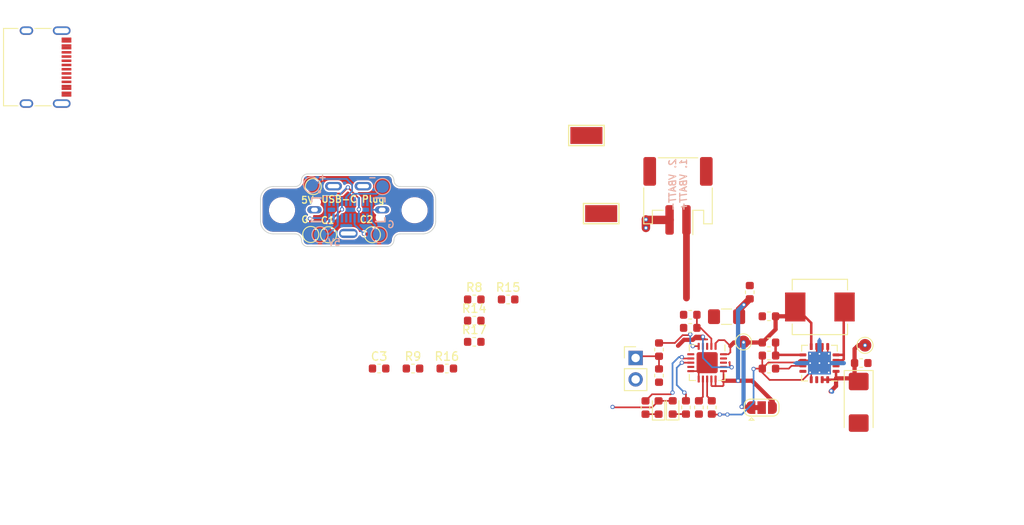
<source format=kicad_pcb>
(kicad_pcb (version 20171130) (host pcbnew "(5.1.10-1-10_14)")

  (general
    (thickness 1.6)
    (drawings 32)
    (tracks 244)
    (zones 0)
    (modules 47)
    (nets 27)
  )

  (page A4)
  (title_block
    (title "Hammerback Karoo 2 Battery Pack")
    (date 2021-07-15)
    (rev 0)
    (company "JBR Engineering Research Ltd")
    (comment 1 "J.Whittington 2021")
  )

  (layers
    (0 F.Cu signal)
    (31 B.Cu signal)
    (32 B.Adhes user)
    (33 F.Adhes user)
    (34 B.Paste user)
    (35 F.Paste user)
    (36 B.SilkS user)
    (37 F.SilkS user)
    (38 B.Mask user)
    (39 F.Mask user)
    (40 Dwgs.User user)
    (41 Cmts.User user)
    (42 Eco1.User user)
    (43 Eco2.User user)
    (44 Edge.Cuts user)
    (45 Margin user hide)
    (46 B.CrtYd user)
    (47 F.CrtYd user)
    (48 B.Fab user hide)
    (49 F.Fab user hide)
  )

  (setup
    (last_trace_width 0.2)
    (user_trace_width 0.3)
    (user_trace_width 0.5)
    (user_trace_width 0.8)
    (user_trace_width 1)
    (trace_clearance 0.15)
    (zone_clearance 0.2)
    (zone_45_only no)
    (trace_min 0.15)
    (via_size 0.5)
    (via_drill 0.3)
    (via_min_size 0.5)
    (via_min_drill 0.3)
    (user_via 0.6 0.4)
    (uvia_size 0.2)
    (uvia_drill 0.1)
    (uvias_allowed no)
    (uvia_min_size 0.2)
    (uvia_min_drill 0.1)
    (edge_width 0.1)
    (segment_width 0.2)
    (pcb_text_width 0.3)
    (pcb_text_size 1.5 1.5)
    (mod_edge_width 0.15)
    (mod_text_size 0.8 0.8)
    (mod_text_width 0.15)
    (pad_size 1.524 1.524)
    (pad_drill 0.762)
    (pad_to_mask_clearance 0)
    (aux_axis_origin 0 0)
    (grid_origin 130.75 83.65)
    (visible_elements FFFFFF7F)
    (pcbplotparams
      (layerselection 0x310f0_ffffffff)
      (usegerberextensions false)
      (usegerberattributes false)
      (usegerberadvancedattributes false)
      (creategerberjobfile false)
      (excludeedgelayer true)
      (linewidth 0.100000)
      (plotframeref false)
      (viasonmask false)
      (mode 1)
      (useauxorigin false)
      (hpglpennumber 1)
      (hpglpenspeed 20)
      (hpglpendiameter 15.000000)
      (psnegative false)
      (psa4output false)
      (plotreference true)
      (plotvalue true)
      (plotinvisibletext false)
      (padsonsilk false)
      (subtractmaskfromsilk false)
      (outputformat 1)
      (mirror false)
      (drillshape 0)
      (scaleselection 1)
      (outputdirectory "gerbers"))
  )

  (net 0 "")
  (net 1 VBUS)
  (net 2 GND)
  (net 3 VDD)
  (net 4 "Net-(D1-Pad1)")
  (net 5 "Net-(R1-Pad1)")
  (net 6 "Net-(BT1-Pad1)")
  (net 7 +5V)
  (net 8 "Net-(D2-Pad1)")
  (net 9 /STAT1)
  (net 10 /STAT2)
  (net 11 /BOOST)
  (net 12 "Net-(R16-Pad2)")
  (net 13 "Net-(C1-Pad1)")
  (net 14 "Net-(C2-Pad1)")
  (net 15 "Net-(J1-PadA5)")
  (net 16 /USB_N)
  (net 17 /USB_P)
  (net 18 "Net-(J1-PadB5)")
  (net 19 "Net-(L1-Pad2)")
  (net 20 "Net-(P1-PadB5)")
  (net 21 "Net-(P1-PadA5)")
  (net 22 "Net-(R2-Pad1)")
  (net 23 "Net-(R3-Pad2)")
  (net 24 "Net-(R5-Pad1)")
  (net 25 "Net-(R5-Pad2)")
  (net 26 "Net-(R11-Pad2)")

  (net_class Default "This is the default net class."
    (clearance 0.15)
    (trace_width 0.2)
    (via_dia 0.5)
    (via_drill 0.3)
    (uvia_dia 0.2)
    (uvia_drill 0.1)
    (diff_pair_width 0.2)
    (diff_pair_gap 0.15)
    (add_net +5V)
    (add_net +BATT)
    (add_net /BOOST)
    (add_net /LBAT)
    (add_net /STAT1)
    (add_net /STAT2)
    (add_net /USB_N)
    (add_net /USB_P)
    (add_net GND)
    (add_net "Net-(BT1-Pad1)")
    (add_net "Net-(C1-Pad1)")
    (add_net "Net-(C2-Pad1)")
    (add_net "Net-(D1-Pad1)")
    (add_net "Net-(D2-Pad1)")
    (add_net "Net-(J1-PadA5)")
    (add_net "Net-(J1-PadA8)")
    (add_net "Net-(J1-PadB5)")
    (add_net "Net-(J1-PadB8)")
    (add_net "Net-(L1-Pad2)")
    (add_net "Net-(P1-PadA5)")
    (add_net "Net-(P1-PadB5)")
    (add_net "Net-(R1-Pad1)")
    (add_net "Net-(R11-Pad2)")
    (add_net "Net-(R16-Pad2)")
    (add_net "Net-(R2-Pad1)")
    (add_net "Net-(R3-Pad2)")
    (add_net "Net-(R5-Pad1)")
    (add_net "Net-(R5-Pad2)")
    (add_net "Net-(U1-Pad6)")
    (add_net "Net-(U2-Pad2)")
    (add_net VBUS)
    (add_net VDD)
  )

  (net_class VBUS ""
    (clearance 0.15)
    (trace_width 0.6)
    (via_dia 0.6)
    (via_drill 0.4)
    (uvia_dia 0.2)
    (uvia_drill 0.1)
    (diff_pair_width 0.2)
    (diff_pair_gap 0.15)
  )

  (module KiCad/MountingHole.pretty:MountingHole_2.7mm_M2.5_ISO7380 (layer F.Cu) (tedit 56D1B4CB) (tstamp 60F1EB15)
    (at 157.55 92.35)
    (descr "Mounting Hole 2.7mm, no annular, M2.5, ISO7380")
    (tags "mounting hole 2.7mm no annular m2.5 iso7380")
    (attr virtual)
    (fp_text reference REF** (at 0 -3.25) (layer F.SilkS) hide
      (effects (font (size 1 1) (thickness 0.15)))
    )
    (fp_text value MountingHole_2.7mm_M2.5_ISO7380 (at 0 3.25) (layer F.Fab)
      (effects (font (size 1 1) (thickness 0.15)))
    )
    (fp_circle (center 0 0) (end 2.25 0) (layer Cmts.User) (width 0.15))
    (fp_circle (center 0 0) (end 2.5 0) (layer F.CrtYd) (width 0.05))
    (fp_text user %R (at 0.3 0) (layer F.Fab)
      (effects (font (size 1 1) (thickness 0.15)))
    )
    (pad 1 np_thru_hole circle (at 0 0) (size 2.7 2.7) (drill 2.7) (layers *.Cu *.Mask))
  )

  (module KiCad/MountingHole.pretty:MountingHole_2.7mm_M2.5_ISO7380 (layer F.Cu) (tedit 56D1B4CB) (tstamp 60F1E3B5)
    (at 141.85 92.35)
    (descr "Mounting Hole 2.7mm, no annular, M2.5, ISO7380")
    (tags "mounting hole 2.7mm no annular m2.5 iso7380")
    (attr virtual)
    (fp_text reference REF** (at 0 -3.25) (layer F.SilkS) hide
      (effects (font (size 1 1) (thickness 0.15)))
    )
    (fp_text value MountingHole_2.7mm_M2.5_ISO7380 (at 0 3.25) (layer F.Fab)
      (effects (font (size 1 1) (thickness 0.15)))
    )
    (fp_text user %R (at 0.3 0) (layer F.Fab)
      (effects (font (size 1 1) (thickness 0.15)))
    )
    (fp_circle (center 0 0) (end 2.25 0) (layer Cmts.User) (width 0.15))
    (fp_circle (center 0 0) (end 2.5 0) (layer F.CrtYd) (width 0.05))
    (pad 1 np_thru_hole circle (at 0 0) (size 2.7 2.7) (drill 2.7) (layers *.Cu *.Mask))
  )

  (module KiCad/TestPoint.pretty:TestPoint_Pad_D1.5mm (layer B.Cu) (tedit 5A0F774F) (tstamp 60F1BEBF)
    (at 153.35 95.25)
    (descr "SMD pad as test Point, diameter 1.5mm")
    (tags "test point SMD pad")
    (path /60FE631C)
    (attr virtual)
    (fp_text reference TP12 (at 0 1.648) (layer B.SilkS) hide
      (effects (font (size 1 1) (thickness 0.15)) (justify mirror))
    )
    (fp_text value TestPoint (at 0 -1.75) (layer B.Fab)
      (effects (font (size 1 1) (thickness 0.15)) (justify mirror))
    )
    (fp_text user %R (at 0 1.65) (layer B.Fab)
      (effects (font (size 1 1) (thickness 0.15)) (justify mirror))
    )
    (fp_circle (center 0 0) (end 1.25 0) (layer B.CrtYd) (width 0.05))
    (fp_circle (center 0 0) (end 0 -0.95) (layer B.SilkS) (width 0.12))
    (pad 1 smd circle (at 0 0) (size 1.5 1.5) (layers B.Cu B.Mask)
      (net 2 GND))
  )

  (module KiCad/TestPoint.pretty:TestPoint_Pad_D1.5mm (layer B.Cu) (tedit 5A0F774F) (tstamp 60F1BEB7)
    (at 146.35 95.25)
    (descr "SMD pad as test Point, diameter 1.5mm")
    (tags "test point SMD pad")
    (path /60FE534F)
    (attr virtual)
    (fp_text reference TP11 (at 0 1.648) (layer B.SilkS) hide
      (effects (font (size 1 1) (thickness 0.15)) (justify mirror))
    )
    (fp_text value TestPoint (at 0 -1.75) (layer B.Fab)
      (effects (font (size 1 1) (thickness 0.15)) (justify mirror))
    )
    (fp_text user %R (at 0 1.65) (layer B.Fab)
      (effects (font (size 1 1) (thickness 0.15)) (justify mirror))
    )
    (fp_circle (center 0 0) (end 1.25 0) (layer B.CrtYd) (width 0.05))
    (fp_circle (center 0 0) (end 0 -0.95) (layer B.SilkS) (width 0.12))
    (pad 1 smd circle (at 0 0) (size 1.5 1.5) (layers B.Cu B.Mask)
      (net 7 +5V))
  )

  (module KiCad/TestPoint.pretty:TestPoint_Pad_D1.5mm (layer F.Cu) (tedit 5A0F774F) (tstamp 60F1B0B7)
    (at 145.25 95.225)
    (descr "SMD pad as test Point, diameter 1.5mm")
    (tags "test point SMD pad")
    (path /60FDC00D)
    (attr virtual)
    (fp_text reference TP10 (at 0 -1.648) (layer F.SilkS) hide
      (effects (font (size 1 1) (thickness 0.15)))
    )
    (fp_text value TestPoint (at 0 1.75) (layer F.Fab)
      (effects (font (size 1 1) (thickness 0.15)))
    )
    (fp_text user %R (at 0 -1.65) (layer F.Fab)
      (effects (font (size 1 1) (thickness 0.15)))
    )
    (fp_circle (center 0 0) (end 1.25 0) (layer F.CrtYd) (width 0.05))
    (fp_circle (center 0 0) (end 0 0.95) (layer F.SilkS) (width 0.12))
    (pad 1 smd circle (at 0 0) (size 1.5 1.5) (layers F.Cu F.Mask)
      (net 2 GND))
  )

  (module KiCad/TestPoint.pretty:TestPoint_Pad_D1.5mm (layer B.Cu) (tedit 5A0F774F) (tstamp 60F1B0AF)
    (at 145.35 89.35)
    (descr "SMD pad as test Point, diameter 1.5mm")
    (tags "test point SMD pad")
    (path /60FDB74C)
    (attr virtual)
    (fp_text reference TP9 (at 0 1.648) (layer B.SilkS) hide
      (effects (font (size 1 1) (thickness 0.15)) (justify mirror))
    )
    (fp_text value TestPoint (at 0 -1.75) (layer B.Fab)
      (effects (font (size 1 1) (thickness 0.15)) (justify mirror))
    )
    (fp_text user %R (at 0 1.65) (layer B.Fab)
      (effects (font (size 1 1) (thickness 0.15)) (justify mirror))
    )
    (fp_circle (center 0 0) (end 1.25 0) (layer B.CrtYd) (width 0.05))
    (fp_circle (center 0 0) (end 0 -0.95) (layer B.SilkS) (width 0.12))
    (pad 1 smd circle (at 0 0) (size 1.5 1.5) (layers B.Cu B.Mask)
      (net 17 /USB_P))
  )

  (module KiCad/TestPoint.pretty:TestPoint_Pad_D1.5mm (layer B.Cu) (tedit 5A0F774F) (tstamp 60F1B0A7)
    (at 153.75 89.55)
    (descr "SMD pad as test Point, diameter 1.5mm")
    (tags "test point SMD pad")
    (path /60FDA3CB)
    (attr virtual)
    (fp_text reference TP8 (at 0 1.648) (layer B.SilkS) hide
      (effects (font (size 1 1) (thickness 0.15)) (justify mirror))
    )
    (fp_text value TestPoint (at 0 -1.75) (layer B.Fab)
      (effects (font (size 1 1) (thickness 0.15)) (justify mirror))
    )
    (fp_text user %R (at 0 1.65) (layer B.Fab)
      (effects (font (size 1 1) (thickness 0.15)) (justify mirror))
    )
    (fp_circle (center 0 0) (end 1.25 0) (layer B.CrtYd) (width 0.05))
    (fp_circle (center 0 0) (end 0 -0.95) (layer B.SilkS) (width 0.12))
    (pad 1 smd circle (at 0 0) (size 1.5 1.5) (layers B.Cu B.Mask)
      (net 16 /USB_N))
  )

  (module KiCad/TestPoint.pretty:TestPoint_Pad_D1.5mm (layer F.Cu) (tedit 5A0F774F) (tstamp 60F1B09F)
    (at 145.55 89.55)
    (descr "SMD pad as test Point, diameter 1.5mm")
    (tags "test point SMD pad")
    (path /60FD9AC0)
    (attr virtual)
    (fp_text reference TP7 (at 0 -1.648) (layer F.SilkS) hide
      (effects (font (size 1 1) (thickness 0.15)))
    )
    (fp_text value TestPoint (at 0 1.75) (layer F.Fab)
      (effects (font (size 1 1) (thickness 0.15)))
    )
    (fp_text user %R (at 0 -1.65) (layer F.Fab)
      (effects (font (size 1 1) (thickness 0.15)))
    )
    (fp_circle (center 0 0) (end 1.25 0) (layer F.CrtYd) (width 0.05))
    (fp_circle (center 0 0) (end 0 0.95) (layer F.SilkS) (width 0.12))
    (pad 1 smd circle (at 0 0) (size 1.5 1.5) (layers F.Cu F.Mask)
      (net 7 +5V))
  )

  (module KiCad/TestPoint.pretty:TestPoint_Pad_D1.5mm (layer F.Cu) (tedit 5A0F774F) (tstamp 60F1B097)
    (at 147.35 95.25)
    (descr "SMD pad as test Point, diameter 1.5mm")
    (tags "test point SMD pad")
    (path /60FDAD14)
    (attr virtual)
    (fp_text reference TP6 (at 0 -1.648) (layer F.SilkS) hide
      (effects (font (size 1 1) (thickness 0.15)))
    )
    (fp_text value TestPoint (at 0 1.75) (layer F.Fab)
      (effects (font (size 1 1) (thickness 0.15)))
    )
    (fp_text user %R (at 0 -1.65) (layer F.Fab)
      (effects (font (size 1 1) (thickness 0.15)))
    )
    (fp_circle (center 0 0) (end 1.25 0) (layer F.CrtYd) (width 0.05))
    (fp_circle (center 0 0) (end 0 0.95) (layer F.SilkS) (width 0.12))
    (pad 1 smd circle (at 0 0) (size 1.5 1.5) (layers F.Cu F.Mask)
      (net 21 "Net-(P1-PadA5)"))
  )

  (module KiCad/TestPoint.pretty:TestPoint_Pad_D1.5mm (layer F.Cu) (tedit 5A0F774F) (tstamp 60F1B08F)
    (at 152.55 95.25)
    (descr "SMD pad as test Point, diameter 1.5mm")
    (tags "test point SMD pad")
    (path /60FDB12F)
    (attr virtual)
    (fp_text reference TP5 (at 0 -1.648) (layer F.SilkS) hide
      (effects (font (size 1 1) (thickness 0.15)))
    )
    (fp_text value TestPoint (at 0 1.75) (layer F.Fab)
      (effects (font (size 1 1) (thickness 0.15)))
    )
    (fp_text user %R (at 0 -1.65) (layer F.Fab)
      (effects (font (size 1 1) (thickness 0.15)))
    )
    (fp_circle (center 0 0) (end 1.25 0) (layer F.CrtYd) (width 0.05))
    (fp_circle (center 0 0) (end 0 0.95) (layer F.SilkS) (width 0.12))
    (pad 1 smd circle (at 0 0) (size 1.5 1.5) (layers F.Cu F.Mask)
      (net 20 "Net-(P1-PadB5)"))
  )

  (module KiCad/Resistor_SMD.pretty:R_0603_1608Metric (layer F.Cu) (tedit 5B301BBD) (tstamp 60F18C39)
    (at 164.62 107.94)
    (descr "Resistor SMD 0603 (1608 Metric), square (rectangular) end terminal, IPC_7351 nominal, (Body size source: http://www.tortai-tech.com/upload/download/2011102023233369053.pdf), generated with kicad-footprint-generator")
    (tags resistor)
    (path /60F6CA8A)
    (attr smd)
    (fp_text reference R17 (at 0 -1.43) (layer F.SilkS)
      (effects (font (size 1 1) (thickness 0.15)))
    )
    (fp_text value 200k (at 0 1.43) (layer F.Fab)
      (effects (font (size 1 1) (thickness 0.15)))
    )
    (fp_text user %R (at 0 0) (layer F.Fab)
      (effects (font (size 0.4 0.4) (thickness 0.06)))
    )
    (fp_line (start -0.8 0.4) (end -0.8 -0.4) (layer F.Fab) (width 0.1))
    (fp_line (start -0.8 -0.4) (end 0.8 -0.4) (layer F.Fab) (width 0.1))
    (fp_line (start 0.8 -0.4) (end 0.8 0.4) (layer F.Fab) (width 0.1))
    (fp_line (start 0.8 0.4) (end -0.8 0.4) (layer F.Fab) (width 0.1))
    (fp_line (start -0.162779 -0.51) (end 0.162779 -0.51) (layer F.SilkS) (width 0.12))
    (fp_line (start -0.162779 0.51) (end 0.162779 0.51) (layer F.SilkS) (width 0.12))
    (fp_line (start -1.48 0.73) (end -1.48 -0.73) (layer F.CrtYd) (width 0.05))
    (fp_line (start -1.48 -0.73) (end 1.48 -0.73) (layer F.CrtYd) (width 0.05))
    (fp_line (start 1.48 -0.73) (end 1.48 0.73) (layer F.CrtYd) (width 0.05))
    (fp_line (start 1.48 0.73) (end -1.48 0.73) (layer F.CrtYd) (width 0.05))
    (pad 2 smd roundrect (at 0.7875 0) (size 0.875 0.95) (layers F.Cu F.Paste F.Mask) (roundrect_rratio 0.25)
      (net 2 GND))
    (pad 1 smd roundrect (at -0.7875 0) (size 0.875 0.95) (layers F.Cu F.Paste F.Mask) (roundrect_rratio 0.25)
      (net 12 "Net-(R16-Pad2)"))
    (model ${KISYS3DMOD}/Resistor_SMD.3dshapes/R_0603_1608Metric.wrl
      (at (xyz 0 0 0))
      (scale (xyz 1 1 1))
      (rotate (xyz 0 0 0))
    )
  )

  (module KiCad/Resistor_SMD.pretty:R_0603_1608Metric (layer F.Cu) (tedit 5B301BBD) (tstamp 60F18C28)
    (at 161.37 111.1)
    (descr "Resistor SMD 0603 (1608 Metric), square (rectangular) end terminal, IPC_7351 nominal, (Body size source: http://www.tortai-tech.com/upload/download/2011102023233369053.pdf), generated with kicad-footprint-generator")
    (tags resistor)
    (path /60F6CA7A)
    (attr smd)
    (fp_text reference R16 (at 0 -1.43) (layer F.SilkS)
      (effects (font (size 1 1) (thickness 0.15)))
    )
    (fp_text value 2M (at 0 1.43) (layer F.Fab)
      (effects (font (size 1 1) (thickness 0.15)))
    )
    (fp_text user %R (at 0 0) (layer F.Fab)
      (effects (font (size 0.4 0.4) (thickness 0.06)))
    )
    (fp_line (start -0.8 0.4) (end -0.8 -0.4) (layer F.Fab) (width 0.1))
    (fp_line (start -0.8 -0.4) (end 0.8 -0.4) (layer F.Fab) (width 0.1))
    (fp_line (start 0.8 -0.4) (end 0.8 0.4) (layer F.Fab) (width 0.1))
    (fp_line (start 0.8 0.4) (end -0.8 0.4) (layer F.Fab) (width 0.1))
    (fp_line (start -0.162779 -0.51) (end 0.162779 -0.51) (layer F.SilkS) (width 0.12))
    (fp_line (start -0.162779 0.51) (end 0.162779 0.51) (layer F.SilkS) (width 0.12))
    (fp_line (start -1.48 0.73) (end -1.48 -0.73) (layer F.CrtYd) (width 0.05))
    (fp_line (start -1.48 -0.73) (end 1.48 -0.73) (layer F.CrtYd) (width 0.05))
    (fp_line (start 1.48 -0.73) (end 1.48 0.73) (layer F.CrtYd) (width 0.05))
    (fp_line (start 1.48 0.73) (end -1.48 0.73) (layer F.CrtYd) (width 0.05))
    (pad 2 smd roundrect (at 0.7875 0) (size 0.875 0.95) (layers F.Cu F.Paste F.Mask) (roundrect_rratio 0.25)
      (net 12 "Net-(R16-Pad2)"))
    (pad 1 smd roundrect (at -0.7875 0) (size 0.875 0.95) (layers F.Cu F.Paste F.Mask) (roundrect_rratio 0.25)
      (net 7 +5V))
    (model ${KISYS3DMOD}/Resistor_SMD.3dshapes/R_0603_1608Metric.wrl
      (at (xyz 0 0 0))
      (scale (xyz 1 1 1))
      (rotate (xyz 0 0 0))
    )
  )

  (module KiCad/Resistor_SMD.pretty:R_0603_1608Metric (layer F.Cu) (tedit 5B301BBD) (tstamp 60F18C17)
    (at 168.63 102.92)
    (descr "Resistor SMD 0603 (1608 Metric), square (rectangular) end terminal, IPC_7351 nominal, (Body size source: http://www.tortai-tech.com/upload/download/2011102023233369053.pdf), generated with kicad-footprint-generator")
    (tags resistor)
    (path /60F3328D)
    (attr smd)
    (fp_text reference R15 (at 0 -1.43) (layer F.SilkS)
      (effects (font (size 1 1) (thickness 0.15)))
    )
    (fp_text value 5k9 (at 0 1.43) (layer F.Fab)
      (effects (font (size 1 1) (thickness 0.15)))
    )
    (fp_text user %R (at 0 0) (layer F.Fab)
      (effects (font (size 0.4 0.4) (thickness 0.06)))
    )
    (fp_line (start -0.8 0.4) (end -0.8 -0.4) (layer F.Fab) (width 0.1))
    (fp_line (start -0.8 -0.4) (end 0.8 -0.4) (layer F.Fab) (width 0.1))
    (fp_line (start 0.8 -0.4) (end 0.8 0.4) (layer F.Fab) (width 0.1))
    (fp_line (start 0.8 0.4) (end -0.8 0.4) (layer F.Fab) (width 0.1))
    (fp_line (start -0.162779 -0.51) (end 0.162779 -0.51) (layer F.SilkS) (width 0.12))
    (fp_line (start -0.162779 0.51) (end 0.162779 0.51) (layer F.SilkS) (width 0.12))
    (fp_line (start -1.48 0.73) (end -1.48 -0.73) (layer F.CrtYd) (width 0.05))
    (fp_line (start -1.48 -0.73) (end 1.48 -0.73) (layer F.CrtYd) (width 0.05))
    (fp_line (start 1.48 -0.73) (end 1.48 0.73) (layer F.CrtYd) (width 0.05))
    (fp_line (start 1.48 0.73) (end -1.48 0.73) (layer F.CrtYd) (width 0.05))
    (pad 2 smd roundrect (at 0.7875 0) (size 0.875 0.95) (layers F.Cu F.Paste F.Mask) (roundrect_rratio 0.25)
      (net 20 "Net-(P1-PadB5)"))
    (pad 1 smd roundrect (at -0.7875 0) (size 0.875 0.95) (layers F.Cu F.Paste F.Mask) (roundrect_rratio 0.25)
      (net 2 GND))
    (model ${KISYS3DMOD}/Resistor_SMD.3dshapes/R_0603_1608Metric.wrl
      (at (xyz 0 0 0))
      (scale (xyz 1 1 1))
      (rotate (xyz 0 0 0))
    )
  )

  (module KiCad/Resistor_SMD.pretty:R_0603_1608Metric (layer F.Cu) (tedit 5B301BBD) (tstamp 60F18C06)
    (at 164.62 105.43)
    (descr "Resistor SMD 0603 (1608 Metric), square (rectangular) end terminal, IPC_7351 nominal, (Body size source: http://www.tortai-tech.com/upload/download/2011102023233369053.pdf), generated with kicad-footprint-generator")
    (tags resistor)
    (path /60F33294)
    (attr smd)
    (fp_text reference R14 (at 0 -1.43) (layer F.SilkS)
      (effects (font (size 1 1) (thickness 0.15)))
    )
    (fp_text value 5k9 (at 0 1.43) (layer F.Fab)
      (effects (font (size 1 1) (thickness 0.15)))
    )
    (fp_text user %R (at 0 0) (layer F.Fab)
      (effects (font (size 0.4 0.4) (thickness 0.06)))
    )
    (fp_line (start -0.8 0.4) (end -0.8 -0.4) (layer F.Fab) (width 0.1))
    (fp_line (start -0.8 -0.4) (end 0.8 -0.4) (layer F.Fab) (width 0.1))
    (fp_line (start 0.8 -0.4) (end 0.8 0.4) (layer F.Fab) (width 0.1))
    (fp_line (start 0.8 0.4) (end -0.8 0.4) (layer F.Fab) (width 0.1))
    (fp_line (start -0.162779 -0.51) (end 0.162779 -0.51) (layer F.SilkS) (width 0.12))
    (fp_line (start -0.162779 0.51) (end 0.162779 0.51) (layer F.SilkS) (width 0.12))
    (fp_line (start -1.48 0.73) (end -1.48 -0.73) (layer F.CrtYd) (width 0.05))
    (fp_line (start -1.48 -0.73) (end 1.48 -0.73) (layer F.CrtYd) (width 0.05))
    (fp_line (start 1.48 -0.73) (end 1.48 0.73) (layer F.CrtYd) (width 0.05))
    (fp_line (start 1.48 0.73) (end -1.48 0.73) (layer F.CrtYd) (width 0.05))
    (pad 2 smd roundrect (at 0.7875 0) (size 0.875 0.95) (layers F.Cu F.Paste F.Mask) (roundrect_rratio 0.25)
      (net 21 "Net-(P1-PadA5)"))
    (pad 1 smd roundrect (at -0.7875 0) (size 0.875 0.95) (layers F.Cu F.Paste F.Mask) (roundrect_rratio 0.25)
      (net 2 GND))
    (model ${KISYS3DMOD}/Resistor_SMD.3dshapes/R_0603_1608Metric.wrl
      (at (xyz 0 0 0))
      (scale (xyz 1 1 1))
      (rotate (xyz 0 0 0))
    )
  )

  (module KiCad/Resistor_SMD.pretty:R_0603_1608Metric (layer F.Cu) (tedit 5B301BBD) (tstamp 60F18BB5)
    (at 157.36 111.1)
    (descr "Resistor SMD 0603 (1608 Metric), square (rectangular) end terminal, IPC_7351 nominal, (Body size source: http://www.tortai-tech.com/upload/download/2011102023233369053.pdf), generated with kicad-footprint-generator")
    (tags resistor)
    (path /60F26D70)
    (attr smd)
    (fp_text reference R9 (at 0 -1.43) (layer F.SilkS)
      (effects (font (size 1 1) (thickness 0.15)))
    )
    (fp_text value 5k9 (at 0 1.43) (layer F.Fab)
      (effects (font (size 1 1) (thickness 0.15)))
    )
    (fp_text user %R (at 0 0) (layer F.Fab)
      (effects (font (size 0.4 0.4) (thickness 0.06)))
    )
    (fp_line (start -0.8 0.4) (end -0.8 -0.4) (layer F.Fab) (width 0.1))
    (fp_line (start -0.8 -0.4) (end 0.8 -0.4) (layer F.Fab) (width 0.1))
    (fp_line (start 0.8 -0.4) (end 0.8 0.4) (layer F.Fab) (width 0.1))
    (fp_line (start 0.8 0.4) (end -0.8 0.4) (layer F.Fab) (width 0.1))
    (fp_line (start -0.162779 -0.51) (end 0.162779 -0.51) (layer F.SilkS) (width 0.12))
    (fp_line (start -0.162779 0.51) (end 0.162779 0.51) (layer F.SilkS) (width 0.12))
    (fp_line (start -1.48 0.73) (end -1.48 -0.73) (layer F.CrtYd) (width 0.05))
    (fp_line (start -1.48 -0.73) (end 1.48 -0.73) (layer F.CrtYd) (width 0.05))
    (fp_line (start 1.48 -0.73) (end 1.48 0.73) (layer F.CrtYd) (width 0.05))
    (fp_line (start 1.48 0.73) (end -1.48 0.73) (layer F.CrtYd) (width 0.05))
    (pad 2 smd roundrect (at 0.7875 0) (size 0.875 0.95) (layers F.Cu F.Paste F.Mask) (roundrect_rratio 0.25)
      (net 15 "Net-(J1-PadA5)"))
    (pad 1 smd roundrect (at -0.7875 0) (size 0.875 0.95) (layers F.Cu F.Paste F.Mask) (roundrect_rratio 0.25)
      (net 2 GND))
    (model ${KISYS3DMOD}/Resistor_SMD.3dshapes/R_0603_1608Metric.wrl
      (at (xyz 0 0 0))
      (scale (xyz 1 1 1))
      (rotate (xyz 0 0 0))
    )
  )

  (module KiCad/Resistor_SMD.pretty:R_0603_1608Metric (layer F.Cu) (tedit 5B301BBD) (tstamp 60F18BA4)
    (at 164.62 102.92)
    (descr "Resistor SMD 0603 (1608 Metric), square (rectangular) end terminal, IPC_7351 nominal, (Body size source: http://www.tortai-tech.com/upload/download/2011102023233369053.pdf), generated with kicad-footprint-generator")
    (tags resistor)
    (path /60F26D66)
    (attr smd)
    (fp_text reference R8 (at 0 -1.43) (layer F.SilkS)
      (effects (font (size 1 1) (thickness 0.15)))
    )
    (fp_text value 5k9 (at 0 1.43) (layer F.Fab)
      (effects (font (size 1 1) (thickness 0.15)))
    )
    (fp_text user %R (at 0 0) (layer F.Fab)
      (effects (font (size 0.4 0.4) (thickness 0.06)))
    )
    (fp_line (start -0.8 0.4) (end -0.8 -0.4) (layer F.Fab) (width 0.1))
    (fp_line (start -0.8 -0.4) (end 0.8 -0.4) (layer F.Fab) (width 0.1))
    (fp_line (start 0.8 -0.4) (end 0.8 0.4) (layer F.Fab) (width 0.1))
    (fp_line (start 0.8 0.4) (end -0.8 0.4) (layer F.Fab) (width 0.1))
    (fp_line (start -0.162779 -0.51) (end 0.162779 -0.51) (layer F.SilkS) (width 0.12))
    (fp_line (start -0.162779 0.51) (end 0.162779 0.51) (layer F.SilkS) (width 0.12))
    (fp_line (start -1.48 0.73) (end -1.48 -0.73) (layer F.CrtYd) (width 0.05))
    (fp_line (start -1.48 -0.73) (end 1.48 -0.73) (layer F.CrtYd) (width 0.05))
    (fp_line (start 1.48 -0.73) (end 1.48 0.73) (layer F.CrtYd) (width 0.05))
    (fp_line (start 1.48 0.73) (end -1.48 0.73) (layer F.CrtYd) (width 0.05))
    (pad 2 smd roundrect (at 0.7875 0) (size 0.875 0.95) (layers F.Cu F.Paste F.Mask) (roundrect_rratio 0.25)
      (net 18 "Net-(J1-PadB5)"))
    (pad 1 smd roundrect (at -0.7875 0) (size 0.875 0.95) (layers F.Cu F.Paste F.Mask) (roundrect_rratio 0.25)
      (net 2 GND))
    (model ${KISYS3DMOD}/Resistor_SMD.3dshapes/R_0603_1608Metric.wrl
      (at (xyz 0 0 0))
      (scale (xyz 1 1 1))
      (rotate (xyz 0 0 0))
    )
  )

  (module tunaf1sh/misc.pretty:GCT_USB4151-GF-C_REVA (layer B.Cu) (tedit 60ED3B62) (tstamp 60F18B23)
    (at 149.7 92.3 180)
    (path /60FC7FFC)
    (fp_text reference P1 (at 0.025 4.395) (layer B.SilkS) hide
      (effects (font (size 1 1) (thickness 0.15)) (justify mirror))
    )
    (fp_text value USB_C_Plug_USB2.0 (at 10.185 -4.435) (layer B.Fab)
      (effects (font (size 1 1) (thickness 0.15)) (justify mirror))
    )
    (fp_line (start -4.33 1.4) (end -4.33 -1.4) (layer B.Fab) (width 0.1))
    (fp_line (start -4.33 -1.4) (end -1.05 -1.4) (layer B.Fab) (width 0.1))
    (fp_line (start -1.05 -1.4) (end -1.05 -2.8) (layer B.Fab) (width 0.1))
    (fp_line (start -1.05 -2.8) (end 1.05 -2.8) (layer B.Fab) (width 0.1))
    (fp_line (start 1.05 -2.8) (end 1.05 -1.4) (layer B.Fab) (width 0.1))
    (fp_line (start 1.05 -1.4) (end 4.33 -1.4) (layer B.Fab) (width 0.1))
    (fp_line (start 4.33 -1.4) (end 4.33 1.4) (layer B.Fab) (width 0.1))
    (fp_line (start 4.33 1.4) (end 2.2 1.4) (layer B.Fab) (width 0.1))
    (fp_line (start 2.2 1.4) (end 2.2 2.8) (layer B.Fab) (width 0.1))
    (fp_line (start 2.2 2.8) (end 0.6 2.8) (layer B.Fab) (width 0.1))
    (fp_line (start 0.6 2.8) (end 0.6 1.4) (layer B.Fab) (width 0.1))
    (fp_line (start 0.6 1.4) (end -0.6 1.4) (layer B.Fab) (width 0.1))
    (fp_line (start -0.6 1.4) (end -0.6 2.8) (layer B.Fab) (width 0.1))
    (fp_line (start -0.6 2.8) (end -2.2 2.8) (layer B.Fab) (width 0.1))
    (fp_line (start -2.2 2.8) (end -2.2 1.4) (layer B.Fab) (width 0.1))
    (fp_line (start -2.2 1.4) (end -4.33 1.4) (layer B.Fab) (width 0.1))
    (fp_line (start -4.33 1.4) (end -4.33 0.95) (layer B.SilkS) (width 0.2))
    (fp_line (start -3.24 1.4) (end -4.33 1.4) (layer B.SilkS) (width 0.2))
    (fp_line (start 4.33 1.4) (end 3.24 1.4) (layer B.SilkS) (width 0.2))
    (fp_line (start 4.33 0.95) (end 4.33 1.4) (layer B.SilkS) (width 0.2))
    (fp_line (start 4.33 -1.4) (end 4.33 -0.95) (layer B.SilkS) (width 0.2))
    (fp_line (start 3.24 -1.4) (end 4.33 -1.4) (layer B.SilkS) (width 0.2))
    (fp_line (start -4.33 -1.4) (end -3.24 -1.4) (layer B.SilkS) (width 0.2))
    (fp_line (start -4.33 -0.95) (end -4.33 -1.4) (layer B.SilkS) (width 0.2))
    (fp_line (start -5.11 1.75) (end -5.11 -1.75) (layer B.CrtYd) (width 0.05))
    (fp_line (start -5.11 -1.75) (end -1.35 -1.75) (layer B.CrtYd) (width 0.05))
    (fp_line (start -1.35 -1.75) (end -1.35 -3.58) (layer B.CrtYd) (width 0.05))
    (fp_line (start -1.35 -3.58) (end 1.35 -3.58) (layer B.CrtYd) (width 0.05))
    (fp_line (start 1.35 -3.58) (end 1.35 -1.75) (layer B.CrtYd) (width 0.05))
    (fp_line (start 1.35 -1.75) (end 5.11 -1.75) (layer B.CrtYd) (width 0.05))
    (fp_line (start 5.11 -1.75) (end 5.11 1.75) (layer B.CrtYd) (width 0.05))
    (fp_line (start 5.11 1.75) (end 3 1.75) (layer B.CrtYd) (width 0.05))
    (fp_line (start 3 1.75) (end 3 3.55) (layer B.CrtYd) (width 0.05))
    (fp_line (start 3 3.55) (end -3 3.55) (layer B.CrtYd) (width 0.05))
    (fp_line (start -3 3.55) (end -3 1.75) (layer B.CrtYd) (width 0.05))
    (fp_line (start -3 1.75) (end -5.11 1.75) (layer B.CrtYd) (width 0.05))
    (fp_circle (center 3.41 2.14) (end 3.51 2.14) (layer B.SilkS) (width 0.2))
    (fp_circle (center 3.41 2.14) (end 3.51 2.14) (layer B.Fab) (width 0.2))
    (pad S5 thru_hole oval (at 0 -2.8 180) (size 2.2 1.1) (drill oval 1.8 0.5) (layers *.Cu *.Mask))
    (pad S4 thru_hole oval (at 4.01 0 180) (size 1.7 0.85) (drill oval 0.8 0.5) (layers *.Cu *.Mask))
    (pad S3 thru_hole oval (at 1.75 2.8 180) (size 2 1) (drill oval 1.4 0.5) (layers *.Cu *.Mask))
    (pad S2 thru_hole oval (at -1.75 2.8 180) (size 2 1) (drill oval 1.4 0.5) (layers *.Cu *.Mask))
    (pad S1 thru_hole oval (at -4.01 0 180) (size 1.7 0.85) (drill oval 0.8 0.5) (layers *.Cu *.Mask)
      (net 2 GND))
    (pad None np_thru_hole circle (at -3.81 -0.93 180) (size 0.75 0.75) (drill 0.75) (layers *.Cu *.Mask))
    (pad None np_thru_hole circle (at 3.81 0.92 180) (size 0.75 0.75) (drill 0.75) (layers *.Cu *.Mask))
    (pad B12 smd rect (at 2.75 -0.975 180) (size 0.28 1.05) (layers B.Cu B.Paste B.Mask)
      (net 2 GND))
    (pad B11 smd rect (at 2.25 -0.975 180) (size 0.28 1.05) (layers B.Cu B.Paste B.Mask))
    (pad B10 smd rect (at 1.75 -0.975 180) (size 0.28 1.05) (layers B.Cu B.Paste B.Mask))
    (pad B9 smd rect (at 1.25 -0.975 180) (size 0.28 1.05) (layers B.Cu B.Paste B.Mask)
      (net 7 +5V))
    (pad B8 smd rect (at 0.75 -0.975 180) (size 0.28 1.05) (layers B.Cu B.Paste B.Mask))
    (pad B7 smd rect (at 0.25 -0.975 180) (size 0.28 1.05) (layers B.Cu B.Paste B.Mask))
    (pad B6 smd rect (at -0.25 -0.975 180) (size 0.28 1.05) (layers B.Cu B.Paste B.Mask))
    (pad B5 smd rect (at -0.75 -0.975 180) (size 0.28 1.05) (layers B.Cu B.Paste B.Mask)
      (net 20 "Net-(P1-PadB5)"))
    (pad B4 smd rect (at -1.25 -0.975 180) (size 0.28 1.05) (layers B.Cu B.Paste B.Mask)
      (net 7 +5V))
    (pad B3 smd rect (at -1.75 -0.975 180) (size 0.28 1.05) (layers B.Cu B.Paste B.Mask))
    (pad B2 smd rect (at -2.25 -0.975 180) (size 0.28 1.05) (layers B.Cu B.Paste B.Mask))
    (pad B1 smd rect (at -2.75 -0.975 180) (size 0.28 1.05) (layers B.Cu B.Paste B.Mask)
      (net 2 GND))
    (pad A12 smd rect (at -2.75 0.975 180) (size 0.28 1.05) (layers B.Cu B.Paste B.Mask)
      (net 2 GND))
    (pad A11 smd rect (at -2.25 0.975 180) (size 0.28 1.05) (layers B.Cu B.Paste B.Mask))
    (pad A10 smd rect (at -1.75 0.975 180) (size 0.28 1.05) (layers B.Cu B.Paste B.Mask))
    (pad A9 smd rect (at -1.25 0.975 180) (size 0.28 1.05) (layers B.Cu B.Paste B.Mask)
      (net 7 +5V))
    (pad A8 smd rect (at -0.75 0.975 180) (size 0.28 1.05) (layers B.Cu B.Paste B.Mask))
    (pad A7 smd rect (at -0.25 0.975 180) (size 0.28 1.05) (layers B.Cu B.Paste B.Mask)
      (net 16 /USB_N))
    (pad A6 smd rect (at 0.25 0.975 180) (size 0.28 1.05) (layers B.Cu B.Paste B.Mask)
      (net 17 /USB_P))
    (pad A5 smd rect (at 0.75 0.975 180) (size 0.28 1.05) (layers B.Cu B.Paste B.Mask)
      (net 21 "Net-(P1-PadA5)"))
    (pad A4 smd rect (at 1.25 0.975 180) (size 0.28 1.05) (layers B.Cu B.Paste B.Mask)
      (net 7 +5V))
    (pad A3 smd rect (at 1.75 0.975 180) (size 0.28 1.05) (layers B.Cu B.Paste B.Mask))
    (pad A2 smd rect (at 2.25 0.975 180) (size 0.28 1.05) (layers B.Cu B.Paste B.Mask))
    (pad A1 smd rect (at 2.75 0.975 180) (size 0.28 1.05) (layers B.Cu B.Paste B.Mask)
      (net 2 GND))
    (model ${KIPRJMOD}/ref/USB4151-GF-C_REVA.step
      (at (xyz 0 0 0))
      (scale (xyz 1 1 1))
      (rotate (xyz -90 0 0))
    )
  )

  (module KiCad/Capacitor_SMD.pretty:C_0603_1608Metric (layer F.Cu) (tedit 5B301BBE) (tstamp 60F18A33)
    (at 153.35 111.1)
    (descr "Capacitor SMD 0603 (1608 Metric), square (rectangular) end terminal, IPC_7351 nominal, (Body size source: http://www.tortai-tech.com/upload/download/2011102023233369053.pdf), generated with kicad-footprint-generator")
    (tags capacitor)
    (path /60F6CA24)
    (attr smd)
    (fp_text reference C3 (at 0 -1.43) (layer F.SilkS)
      (effects (font (size 1 1) (thickness 0.15)))
    )
    (fp_text value 100n (at 0 1.43) (layer F.Fab)
      (effects (font (size 1 1) (thickness 0.15)))
    )
    (fp_text user %R (at 0 0) (layer F.Fab)
      (effects (font (size 0.4 0.4) (thickness 0.06)))
    )
    (fp_line (start -0.8 0.4) (end -0.8 -0.4) (layer F.Fab) (width 0.1))
    (fp_line (start -0.8 -0.4) (end 0.8 -0.4) (layer F.Fab) (width 0.1))
    (fp_line (start 0.8 -0.4) (end 0.8 0.4) (layer F.Fab) (width 0.1))
    (fp_line (start 0.8 0.4) (end -0.8 0.4) (layer F.Fab) (width 0.1))
    (fp_line (start -0.162779 -0.51) (end 0.162779 -0.51) (layer F.SilkS) (width 0.12))
    (fp_line (start -0.162779 0.51) (end 0.162779 0.51) (layer F.SilkS) (width 0.12))
    (fp_line (start -1.48 0.73) (end -1.48 -0.73) (layer F.CrtYd) (width 0.05))
    (fp_line (start -1.48 -0.73) (end 1.48 -0.73) (layer F.CrtYd) (width 0.05))
    (fp_line (start 1.48 -0.73) (end 1.48 0.73) (layer F.CrtYd) (width 0.05))
    (fp_line (start 1.48 0.73) (end -1.48 0.73) (layer F.CrtYd) (width 0.05))
    (pad 2 smd roundrect (at 0.7875 0) (size 0.875 0.95) (layers F.Cu F.Paste F.Mask) (roundrect_rratio 0.25)
      (net 2 GND))
    (pad 1 smd roundrect (at -0.7875 0) (size 0.875 0.95) (layers F.Cu F.Paste F.Mask) (roundrect_rratio 0.25)
      (net 14 "Net-(C2-Pad1)"))
    (model ${KISYS3DMOD}/Capacitor_SMD.3dshapes/C_0603_1608Metric.wrl
      (at (xyz 0 0 0))
      (scale (xyz 1 1 1))
      (rotate (xyz 0 0 0))
    )
  )

  (module KiCad/Resistor_SMD.pretty:R_0603_1608Metric (layer F.Cu) (tedit 5B301BBD) (tstamp 5ED7A8B1)
    (at 189.69 115.71 90)
    (descr "Resistor SMD 0603 (1608 Metric), square (rectangular) end terminal, IPC_7351 nominal, (Body size source: http://www.tortai-tech.com/upload/download/2011102023233369053.pdf), generated with kicad-footprint-generator")
    (tags resistor)
    (path /60F6CB6E)
    (attr smd)
    (fp_text reference R7 (at 0 -1.43 90) (layer F.SilkS) hide
      (effects (font (size 1 1) (thickness 0.15)))
    )
    (fp_text value 1k54 (at 0 1.43 90) (layer F.Fab)
      (effects (font (size 1 1) (thickness 0.15)))
    )
    (fp_line (start 1.48 0.73) (end -1.48 0.73) (layer F.CrtYd) (width 0.05))
    (fp_line (start 1.48 -0.73) (end 1.48 0.73) (layer F.CrtYd) (width 0.05))
    (fp_line (start -1.48 -0.73) (end 1.48 -0.73) (layer F.CrtYd) (width 0.05))
    (fp_line (start -1.48 0.73) (end -1.48 -0.73) (layer F.CrtYd) (width 0.05))
    (fp_line (start -0.162779 0.51) (end 0.162779 0.51) (layer F.SilkS) (width 0.12))
    (fp_line (start -0.162779 -0.51) (end 0.162779 -0.51) (layer F.SilkS) (width 0.12))
    (fp_line (start 0.8 0.4) (end -0.8 0.4) (layer F.Fab) (width 0.1))
    (fp_line (start 0.8 -0.4) (end 0.8 0.4) (layer F.Fab) (width 0.1))
    (fp_line (start -0.8 -0.4) (end 0.8 -0.4) (layer F.Fab) (width 0.1))
    (fp_line (start -0.8 0.4) (end -0.8 -0.4) (layer F.Fab) (width 0.1))
    (fp_text user %R (at 0 0 90) (layer F.Fab)
      (effects (font (size 0.4 0.4) (thickness 0.06)))
    )
    (pad 2 smd roundrect (at 0.7875 0 90) (size 0.875 0.95) (layers F.Cu F.Paste F.Mask) (roundrect_rratio 0.25)
      (net 9 /STAT1))
    (pad 1 smd roundrect (at -0.7875 0 90) (size 0.875 0.95) (layers F.Cu F.Paste F.Mask) (roundrect_rratio 0.25)
      (net 4 "Net-(D1-Pad1)"))
    (model ${KISYS3DMOD}/Resistor_SMD.3dshapes/R_0603_1608Metric.wrl
      (at (xyz 0 0 0))
      (scale (xyz 1 1 1))
      (rotate (xyz 0 0 0))
    )
  )

  (module KiCad/LED_SMD.pretty:LED_0603_1608Metric (layer F.Cu) (tedit 5B301BBE) (tstamp 5FDB4B5E)
    (at 188.12 115.71 90)
    (descr "LED SMD 0603 (1608 Metric), square (rectangular) end terminal, IPC_7351 nominal, (Body size source: http://www.tortai-tech.com/upload/download/2011102023233369053.pdf), generated with kicad-footprint-generator")
    (tags diode)
    (path /60F6CC2E)
    (attr smd)
    (fp_text reference D1 (at 0 -1.43 90) (layer F.SilkS) hide
      (effects (font (size 1 1) (thickness 0.15)))
    )
    (fp_text value CHARGE (at 0 1.43 90) (layer F.Fab)
      (effects (font (size 1 1) (thickness 0.15)))
    )
    (fp_line (start 1.48 0.73) (end -1.48 0.73) (layer F.CrtYd) (width 0.05))
    (fp_line (start 1.48 -0.73) (end 1.48 0.73) (layer F.CrtYd) (width 0.05))
    (fp_line (start -1.48 -0.73) (end 1.48 -0.73) (layer F.CrtYd) (width 0.05))
    (fp_line (start -1.48 0.73) (end -1.48 -0.73) (layer F.CrtYd) (width 0.05))
    (fp_line (start -1.485 0.735) (end 0.8 0.735) (layer F.SilkS) (width 0.12))
    (fp_line (start -1.485 -0.735) (end -1.485 0.735) (layer F.SilkS) (width 0.12))
    (fp_line (start 0.8 -0.735) (end -1.485 -0.735) (layer F.SilkS) (width 0.12))
    (fp_line (start 0.8 0.4) (end 0.8 -0.4) (layer F.Fab) (width 0.1))
    (fp_line (start -0.8 0.4) (end 0.8 0.4) (layer F.Fab) (width 0.1))
    (fp_line (start -0.8 -0.1) (end -0.8 0.4) (layer F.Fab) (width 0.1))
    (fp_line (start -0.5 -0.4) (end -0.8 -0.1) (layer F.Fab) (width 0.1))
    (fp_line (start 0.8 -0.4) (end -0.5 -0.4) (layer F.Fab) (width 0.1))
    (fp_text user %R (at 0 0 90) (layer F.Fab)
      (effects (font (size 0.4 0.4) (thickness 0.06)))
    )
    (pad 2 smd roundrect (at 0.7875 0 90) (size 0.875 0.95) (layers F.Cu F.Paste F.Mask) (roundrect_rratio 0.25)
      (net 1 VBUS))
    (pad 1 smd roundrect (at -0.7875 0 90) (size 0.875 0.95) (layers F.Cu F.Paste F.Mask) (roundrect_rratio 0.25)
      (net 4 "Net-(D1-Pad1)"))
    (model ${KISYS3DMOD}/LED_SMD.3dshapes/LED_0603_1608Metric.wrl
      (at (xyz 0 0 0))
      (scale (xyz 1 1 1))
      (rotate (xyz 0 0 0))
    )
  )

  (module KiCad/Resistor_SMD.pretty:R_0603_1608Metric (layer F.Cu) (tedit 5B301BBD) (tstamp 5ED78AC4)
    (at 184.9 115.72 90)
    (descr "Resistor SMD 0603 (1608 Metric), square (rectangular) end terminal, IPC_7351 nominal, (Body size source: http://www.tortai-tech.com/upload/download/2011102023233369053.pdf), generated with kicad-footprint-generator")
    (tags resistor)
    (path /60F6CB7E)
    (attr smd)
    (fp_text reference R10 (at 0 -1.43 90) (layer F.SilkS) hide
      (effects (font (size 1 1) (thickness 0.15)))
    )
    (fp_text value 1k54 (at 0 1.43 90) (layer F.Fab)
      (effects (font (size 1 1) (thickness 0.15)))
    )
    (fp_line (start 1.48 0.73) (end -1.48 0.73) (layer F.CrtYd) (width 0.05))
    (fp_line (start 1.48 -0.73) (end 1.48 0.73) (layer F.CrtYd) (width 0.05))
    (fp_line (start -1.48 -0.73) (end 1.48 -0.73) (layer F.CrtYd) (width 0.05))
    (fp_line (start -1.48 0.73) (end -1.48 -0.73) (layer F.CrtYd) (width 0.05))
    (fp_line (start -0.162779 0.51) (end 0.162779 0.51) (layer F.SilkS) (width 0.12))
    (fp_line (start -0.162779 -0.51) (end 0.162779 -0.51) (layer F.SilkS) (width 0.12))
    (fp_line (start 0.8 0.4) (end -0.8 0.4) (layer F.Fab) (width 0.1))
    (fp_line (start 0.8 -0.4) (end 0.8 0.4) (layer F.Fab) (width 0.1))
    (fp_line (start -0.8 -0.4) (end 0.8 -0.4) (layer F.Fab) (width 0.1))
    (fp_line (start -0.8 0.4) (end -0.8 -0.4) (layer F.Fab) (width 0.1))
    (fp_text user %R (at 0 0 90) (layer F.Fab)
      (effects (font (size 0.4 0.4) (thickness 0.06)))
    )
    (pad 2 smd roundrect (at 0.7875 0 90) (size 0.875 0.95) (layers F.Cu F.Paste F.Mask) (roundrect_rratio 0.25)
      (net 10 /STAT2))
    (pad 1 smd roundrect (at -0.7875 0 90) (size 0.875 0.95) (layers F.Cu F.Paste F.Mask) (roundrect_rratio 0.25)
      (net 8 "Net-(D2-Pad1)"))
    (model ${KISYS3DMOD}/Resistor_SMD.3dshapes/R_0603_1608Metric.wrl
      (at (xyz 0 0 0))
      (scale (xyz 1 1 1))
      (rotate (xyz 0 0 0))
    )
  )

  (module KiCad/LED_SMD.pretty:LED_0603_1608Metric (layer F.Cu) (tedit 5B301BBE) (tstamp 5FDB4B71)
    (at 186.45 115.72 90)
    (descr "LED SMD 0603 (1608 Metric), square (rectangular) end terminal, IPC_7351 nominal, (Body size source: http://www.tortai-tech.com/upload/download/2011102023233369053.pdf), generated with kicad-footprint-generator")
    (tags diode)
    (path /60F6CC21)
    (attr smd)
    (fp_text reference D2 (at 0 -1.43 90) (layer F.SilkS) hide
      (effects (font (size 1 1) (thickness 0.15)))
    )
    (fp_text value DONE (at 0 1.43 90) (layer F.Fab)
      (effects (font (size 1 1) (thickness 0.15)))
    )
    (fp_line (start 1.48 0.73) (end -1.48 0.73) (layer F.CrtYd) (width 0.05))
    (fp_line (start 1.48 -0.73) (end 1.48 0.73) (layer F.CrtYd) (width 0.05))
    (fp_line (start -1.48 -0.73) (end 1.48 -0.73) (layer F.CrtYd) (width 0.05))
    (fp_line (start -1.48 0.73) (end -1.48 -0.73) (layer F.CrtYd) (width 0.05))
    (fp_line (start -1.485 0.735) (end 0.8 0.735) (layer F.SilkS) (width 0.12))
    (fp_line (start -1.485 -0.735) (end -1.485 0.735) (layer F.SilkS) (width 0.12))
    (fp_line (start 0.8 -0.735) (end -1.485 -0.735) (layer F.SilkS) (width 0.12))
    (fp_line (start 0.8 0.4) (end 0.8 -0.4) (layer F.Fab) (width 0.1))
    (fp_line (start -0.8 0.4) (end 0.8 0.4) (layer F.Fab) (width 0.1))
    (fp_line (start -0.8 -0.1) (end -0.8 0.4) (layer F.Fab) (width 0.1))
    (fp_line (start -0.5 -0.4) (end -0.8 -0.1) (layer F.Fab) (width 0.1))
    (fp_line (start 0.8 -0.4) (end -0.5 -0.4) (layer F.Fab) (width 0.1))
    (fp_text user %R (at 0 0 90) (layer F.Fab)
      (effects (font (size 0.4 0.4) (thickness 0.06)))
    )
    (pad 2 smd roundrect (at 0.7875 0 90) (size 0.875 0.95) (layers F.Cu F.Paste F.Mask) (roundrect_rratio 0.25)
      (net 1 VBUS))
    (pad 1 smd roundrect (at -0.7875 0 90) (size 0.875 0.95) (layers F.Cu F.Paste F.Mask) (roundrect_rratio 0.25)
      (net 8 "Net-(D2-Pad1)"))
    (model ${KISYS3DMOD}/LED_SMD.3dshapes/LED_0603_1608Metric.wrl
      (at (xyz 0 0 0))
      (scale (xyz 1 1 1))
      (rotate (xyz 0 0 0))
    )
  )

  (module KiCad/Capacitor_Tantalum_SMD.pretty:CP_EIA-6032-20_AVX-F (layer F.Cu) (tedit 5B301BBE) (tstamp 5FDB4A03)
    (at 210.15 115.1 270)
    (descr "Tantalum Capacitor SMD AVX-F (6032-20 Metric), IPC_7351 nominal, (Body size from: http://www.kemet.com/Lists/ProductCatalog/Attachments/253/KEM_TC101_STD.pdf), generated with kicad-footprint-generator")
    (tags "capacitor tantalum")
    (path /60F6CAB1)
    (attr smd)
    (fp_text reference C5 (at 0 -2.55 90) (layer F.SilkS) hide
      (effects (font (size 1 1) (thickness 0.15)))
    )
    (fp_text value 100u (at 0 2.55 90) (layer F.Fab)
      (effects (font (size 1 1) (thickness 0.15)))
    )
    (fp_line (start 3.75 1.85) (end -3.75 1.85) (layer F.CrtYd) (width 0.05))
    (fp_line (start 3.75 -1.85) (end 3.75 1.85) (layer F.CrtYd) (width 0.05))
    (fp_line (start -3.75 -1.85) (end 3.75 -1.85) (layer F.CrtYd) (width 0.05))
    (fp_line (start -3.75 1.85) (end -3.75 -1.85) (layer F.CrtYd) (width 0.05))
    (fp_line (start -3.76 1.71) (end 3 1.71) (layer F.SilkS) (width 0.12))
    (fp_line (start -3.76 -1.71) (end -3.76 1.71) (layer F.SilkS) (width 0.12))
    (fp_line (start 3 -1.71) (end -3.76 -1.71) (layer F.SilkS) (width 0.12))
    (fp_line (start 3 1.6) (end 3 -1.6) (layer F.Fab) (width 0.1))
    (fp_line (start -3 1.6) (end 3 1.6) (layer F.Fab) (width 0.1))
    (fp_line (start -3 -0.8) (end -3 1.6) (layer F.Fab) (width 0.1))
    (fp_line (start -2.2 -1.6) (end -3 -0.8) (layer F.Fab) (width 0.1))
    (fp_line (start 3 -1.6) (end -2.2 -1.6) (layer F.Fab) (width 0.1))
    (fp_text user %R (at 0 0 90) (layer F.Fab)
      (effects (font (size 1 1) (thickness 0.15)))
    )
    (pad 2 smd roundrect (at 2.4625 0 270) (size 2.075 2.35) (layers F.Cu F.Paste F.Mask) (roundrect_rratio 0.1204819277108434)
      (net 2 GND))
    (pad 1 smd roundrect (at -2.4625 0 270) (size 2.075 2.35) (layers F.Cu F.Paste F.Mask) (roundrect_rratio 0.1204819277108434)
      (net 7 +5V))
    (model ${KISYS3DMOD}/Capacitor_Tantalum_SMD.3dshapes/CP_EIA-6032-20_AVX-F.wrl
      (at (xyz 0 0 0))
      (scale (xyz 1 1 1))
      (rotate (xyz 0 0 0))
    )
  )

  (module KiCad/Package_DFN_QFN.pretty:Texas_S-PVQFN-N16_EP2.7x2.7mm_ThermalVias (layer F.Cu) (tedit 5E11FE4E) (tstamp 5ED9533D)
    (at 205.505 110.46 180)
    (descr "QFN, 16 Pin (http://www.ti.com/lit/ds/symlink/msp430g2001.pdf#page=43), generated with kicad-footprint-generator ipc_noLead_generator.py")
    (tags "QFN NoLead")
    (path /60F6CA00)
    (attr smd)
    (fp_text reference U2 (at 0 -3.32) (layer F.SilkS) hide
      (effects (font (size 1 1) (thickness 0.15)))
    )
    (fp_text value TPS61090 (at 0 3.32) (layer F.Fab)
      (effects (font (size 1 1) (thickness 0.15)))
    )
    (fp_line (start 2.62 -2.62) (end -2.62 -2.62) (layer F.CrtYd) (width 0.05))
    (fp_line (start 2.62 2.62) (end 2.62 -2.62) (layer F.CrtYd) (width 0.05))
    (fp_line (start -2.62 2.62) (end 2.62 2.62) (layer F.CrtYd) (width 0.05))
    (fp_line (start -2.62 -2.62) (end -2.62 2.62) (layer F.CrtYd) (width 0.05))
    (fp_line (start -2 -1) (end -1 -2) (layer F.Fab) (width 0.1))
    (fp_line (start -2 2) (end -2 -1) (layer F.Fab) (width 0.1))
    (fp_line (start 2 2) (end -2 2) (layer F.Fab) (width 0.1))
    (fp_line (start 2 -2) (end 2 2) (layer F.Fab) (width 0.1))
    (fp_line (start -1 -2) (end 2 -2) (layer F.Fab) (width 0.1))
    (fp_line (start -1.41 -2.11) (end -2.11 -2.11) (layer F.SilkS) (width 0.12))
    (fp_line (start 2.11 2.11) (end 2.11 1.41) (layer F.SilkS) (width 0.12))
    (fp_line (start 1.41 2.11) (end 2.11 2.11) (layer F.SilkS) (width 0.12))
    (fp_line (start -2.11 2.11) (end -2.11 1.41) (layer F.SilkS) (width 0.12))
    (fp_line (start -1.41 2.11) (end -2.11 2.11) (layer F.SilkS) (width 0.12))
    (fp_line (start 2.11 -2.11) (end 2.11 -1.41) (layer F.SilkS) (width 0.12))
    (fp_line (start 1.41 -2.11) (end 2.11 -2.11) (layer F.SilkS) (width 0.12))
    (fp_text user %R (at 0 0) (layer F.Fab)
      (effects (font (size 1 1) (thickness 0.15)))
    )
    (pad "" smd roundrect (at 0.55 0.55 180) (size 0.954594 0.954594) (layers F.Paste) (roundrect_rratio 0.25))
    (pad "" smd roundrect (at 0.55 -0.55 180) (size 0.954594 0.954594) (layers F.Paste) (roundrect_rratio 0.25))
    (pad "" smd roundrect (at -0.55 0.55 180) (size 0.954594 0.954594) (layers F.Paste) (roundrect_rratio 0.25))
    (pad "" smd roundrect (at -0.55 -0.55 180) (size 0.954594 0.954594) (layers F.Paste) (roundrect_rratio 0.25))
    (pad 17 smd rect (at 0 0 180) (size 2.7 2.7) (layers B.Cu)
      (net 2 GND))
    (pad 17 thru_hole circle (at 1.1 1.1 180) (size 0.5 0.5) (drill 0.2) (layers *.Cu)
      (net 2 GND))
    (pad 17 thru_hole circle (at 0 1.1 180) (size 0.5 0.5) (drill 0.2) (layers *.Cu)
      (net 2 GND))
    (pad 17 thru_hole circle (at -1.1 1.1 180) (size 0.5 0.5) (drill 0.2) (layers *.Cu)
      (net 2 GND))
    (pad 17 thru_hole circle (at 1.1 0 180) (size 0.5 0.5) (drill 0.2) (layers *.Cu)
      (net 2 GND))
    (pad 17 thru_hole circle (at 0 0 180) (size 0.5 0.5) (drill 0.2) (layers *.Cu)
      (net 2 GND))
    (pad 17 thru_hole circle (at -1.1 0 180) (size 0.5 0.5) (drill 0.2) (layers *.Cu)
      (net 2 GND))
    (pad 17 thru_hole circle (at 1.1 -1.1 180) (size 0.5 0.5) (drill 0.2) (layers *.Cu)
      (net 2 GND))
    (pad 17 thru_hole circle (at 0 -1.1 180) (size 0.5 0.5) (drill 0.2) (layers *.Cu)
      (net 2 GND))
    (pad 17 thru_hole circle (at -1.1 -1.1 180) (size 0.5 0.5) (drill 0.2) (layers *.Cu)
      (net 2 GND))
    (pad 17 smd rect (at 0 0 180) (size 2.7 2.7) (layers F.Cu F.Mask)
      (net 2 GND))
    (pad 16 smd roundrect (at -0.975 -1.9625 180) (size 0.35 0.825) (layers F.Cu F.Paste F.Mask) (roundrect_rratio 0.25)
      (net 7 +5V))
    (pad 15 smd roundrect (at -0.325 -1.9625 180) (size 0.35 0.825) (layers F.Cu F.Paste F.Mask) (roundrect_rratio 0.25)
      (net 7 +5V))
    (pad 14 smd roundrect (at 0.325 -1.9625 180) (size 0.35 0.825) (layers F.Cu F.Paste F.Mask) (roundrect_rratio 0.25)
      (net 12 "Net-(R16-Pad2)"))
    (pad 13 smd roundrect (at 0.975 -1.9625 180) (size 0.35 0.825) (layers F.Cu F.Paste F.Mask) (roundrect_rratio 0.25)
      (net 2 GND))
    (pad 12 smd roundrect (at 1.9625 -0.975 180) (size 0.825 0.35) (layers F.Cu F.Paste F.Mask) (roundrect_rratio 0.25))
    (pad 11 smd roundrect (at 1.9625 -0.325 180) (size 0.825 0.35) (layers F.Cu F.Paste F.Mask) (roundrect_rratio 0.25)
      (net 11 /BOOST))
    (pad 10 smd roundrect (at 1.9625 0.325 180) (size 0.825 0.35) (layers F.Cu F.Paste F.Mask) (roundrect_rratio 0.25)
      (net 2 GND))
    (pad 9 smd roundrect (at 1.9625 0.975 180) (size 0.825 0.35) (layers F.Cu F.Paste F.Mask) (roundrect_rratio 0.25)
      (net 26 "Net-(R11-Pad2)"))
    (pad 8 smd roundrect (at 0.975 1.9625 180) (size 0.35 0.825) (layers F.Cu F.Paste F.Mask) (roundrect_rratio 0.25)
      (net 14 "Net-(C2-Pad1)"))
    (pad 7 smd roundrect (at 0.325 1.9625 180) (size 0.35 0.825) (layers F.Cu F.Paste F.Mask) (roundrect_rratio 0.25)
      (net 2 GND))
    (pad 6 smd roundrect (at -0.325 1.9625 180) (size 0.35 0.825) (layers F.Cu F.Paste F.Mask) (roundrect_rratio 0.25)
      (net 2 GND))
    (pad 5 smd roundrect (at -0.975 1.9625 180) (size 0.35 0.825) (layers F.Cu F.Paste F.Mask) (roundrect_rratio 0.25)
      (net 2 GND))
    (pad 4 smd roundrect (at -1.9625 0.975 180) (size 0.825 0.35) (layers F.Cu F.Paste F.Mask) (roundrect_rratio 0.25)
      (net 19 "Net-(L1-Pad2)"))
    (pad 3 smd roundrect (at -1.9625 0.325 180) (size 0.825 0.35) (layers F.Cu F.Paste F.Mask) (roundrect_rratio 0.25)
      (net 19 "Net-(L1-Pad2)"))
    (pad 2 smd roundrect (at -1.9625 -0.325 180) (size 0.825 0.35) (layers F.Cu F.Paste F.Mask) (roundrect_rratio 0.25))
    (pad 1 smd roundrect (at -1.9625 -0.975 180) (size 0.825 0.35) (layers F.Cu F.Paste F.Mask) (roundrect_rratio 0.25)
      (net 7 +5V))
    (model ${KISYS3DMOD}/Package_DFN_QFN.3dshapes/Texas_S-PVQFN-N16_EP2.7x2.7mm.wrl
      (at (xyz 0 0 0))
      (scale (xyz 1 1 1))
      (rotate (xyz 0 0 0))
    )
  )

  (module KiCad/Package_DFN_QFN.pretty:QFN-20-1EP_4x4mm_P0.5mm_EP2.5x2.5mm (layer F.Cu) (tedit 5C1FD453) (tstamp 5ED7A934)
    (at 192.2 110.41 270)
    (descr "QFN, 20 Pin (http://ww1.microchip.com/downloads/en/PackagingSpec/00000049BQ.pdf#page=274), generated with kicad-footprint-generator ipc_dfn_qfn_generator.py")
    (tags "QFN DFN_QFN")
    (path /60F6CA0B)
    (attr smd)
    (fp_text reference U1 (at 0 -3.3 90) (layer F.SilkS) hide
      (effects (font (size 1 1) (thickness 0.15)))
    )
    (fp_text value MCP73871 (at 0 3.3 90) (layer F.Fab)
      (effects (font (size 1 1) (thickness 0.15)))
    )
    (fp_line (start 2.6 -2.6) (end -2.6 -2.6) (layer F.CrtYd) (width 0.05))
    (fp_line (start 2.6 2.6) (end 2.6 -2.6) (layer F.CrtYd) (width 0.05))
    (fp_line (start -2.6 2.6) (end 2.6 2.6) (layer F.CrtYd) (width 0.05))
    (fp_line (start -2.6 -2.6) (end -2.6 2.6) (layer F.CrtYd) (width 0.05))
    (fp_line (start -2 -1) (end -1 -2) (layer F.Fab) (width 0.1))
    (fp_line (start -2 2) (end -2 -1) (layer F.Fab) (width 0.1))
    (fp_line (start 2 2) (end -2 2) (layer F.Fab) (width 0.1))
    (fp_line (start 2 -2) (end 2 2) (layer F.Fab) (width 0.1))
    (fp_line (start -1 -2) (end 2 -2) (layer F.Fab) (width 0.1))
    (fp_line (start -1.385 -2.11) (end -2.11 -2.11) (layer F.SilkS) (width 0.12))
    (fp_line (start 2.11 2.11) (end 2.11 1.385) (layer F.SilkS) (width 0.12))
    (fp_line (start 1.385 2.11) (end 2.11 2.11) (layer F.SilkS) (width 0.12))
    (fp_line (start -2.11 2.11) (end -2.11 1.385) (layer F.SilkS) (width 0.12))
    (fp_line (start -1.385 2.11) (end -2.11 2.11) (layer F.SilkS) (width 0.12))
    (fp_line (start 2.11 -2.11) (end 2.11 -1.385) (layer F.SilkS) (width 0.12))
    (fp_line (start 1.385 -2.11) (end 2.11 -2.11) (layer F.SilkS) (width 0.12))
    (fp_text user %R (at 0 0 90) (layer F.Fab)
      (effects (font (size 1 1) (thickness 0.15)))
    )
    (pad 20 smd roundrect (at -1 -1.9375 270) (size 0.25 0.825) (layers F.Cu F.Paste F.Mask) (roundrect_rratio 0.25)
      (net 14 "Net-(C2-Pad1)"))
    (pad 19 smd roundrect (at -0.5 -1.9375 270) (size 0.25 0.825) (layers F.Cu F.Paste F.Mask) (roundrect_rratio 0.25)
      (net 1 VBUS))
    (pad 18 smd roundrect (at 0 -1.9375 270) (size 0.25 0.825) (layers F.Cu F.Paste F.Mask) (roundrect_rratio 0.25)
      (net 1 VBUS))
    (pad 17 smd roundrect (at 0.5 -1.9375 270) (size 0.25 0.825) (layers F.Cu F.Paste F.Mask) (roundrect_rratio 0.25)
      (net 1 VBUS))
    (pad 16 smd roundrect (at 1 -1.9375 270) (size 0.25 0.825) (layers F.Cu F.Paste F.Mask) (roundrect_rratio 0.25)
      (net 13 "Net-(C1-Pad1)"))
    (pad 15 smd roundrect (at 1.9375 -1 270) (size 0.825 0.25) (layers F.Cu F.Paste F.Mask) (roundrect_rratio 0.25)
      (net 13 "Net-(C1-Pad1)"))
    (pad 14 smd roundrect (at 1.9375 -0.5 270) (size 0.825 0.25) (layers F.Cu F.Paste F.Mask) (roundrect_rratio 0.25)
      (net 13 "Net-(C1-Pad1)"))
    (pad 13 smd roundrect (at 1.9375 0 270) (size 0.825 0.25) (layers F.Cu F.Paste F.Mask) (roundrect_rratio 0.25)
      (net 5 "Net-(R1-Pad1)"))
    (pad 12 smd roundrect (at 1.9375 0.5 270) (size 0.825 0.25) (layers F.Cu F.Paste F.Mask) (roundrect_rratio 0.25)
      (net 22 "Net-(R2-Pad1)"))
    (pad 11 smd roundrect (at 1.9375 1 270) (size 0.825 0.25) (layers F.Cu F.Paste F.Mask) (roundrect_rratio 0.25)
      (net 2 GND))
    (pad 10 smd roundrect (at 1 1.9375 270) (size 0.25 0.825) (layers F.Cu F.Paste F.Mask) (roundrect_rratio 0.25)
      (net 2 GND))
    (pad 9 smd roundrect (at 0.5 1.9375 270) (size 0.25 0.825) (layers F.Cu F.Paste F.Mask) (roundrect_rratio 0.25)
      (net 1 VBUS))
    (pad 8 smd roundrect (at 0 1.9375 270) (size 0.25 0.825) (layers F.Cu F.Paste F.Mask) (roundrect_rratio 0.25)
      (net 9 /STAT1))
    (pad 7 smd roundrect (at -0.5 1.9375 270) (size 0.25 0.825) (layers F.Cu F.Paste F.Mask) (roundrect_rratio 0.25)
      (net 10 /STAT2))
    (pad 6 smd roundrect (at -1 1.9375 270) (size 0.25 0.825) (layers F.Cu F.Paste F.Mask) (roundrect_rratio 0.25))
    (pad 5 smd roundrect (at -1.9375 1 270) (size 0.825 0.25) (layers F.Cu F.Paste F.Mask) (roundrect_rratio 0.25)
      (net 24 "Net-(R5-Pad1)"))
    (pad 4 smd roundrect (at -1.9375 0.5 270) (size 0.825 0.25) (layers F.Cu F.Paste F.Mask) (roundrect_rratio 0.25)
      (net 1 VBUS))
    (pad 3 smd roundrect (at -1.9375 0 270) (size 0.825 0.25) (layers F.Cu F.Paste F.Mask) (roundrect_rratio 0.25)
      (net 1 VBUS))
    (pad 2 smd roundrect (at -1.9375 -0.5 270) (size 0.825 0.25) (layers F.Cu F.Paste F.Mask) (roundrect_rratio 0.25)
      (net 23 "Net-(R3-Pad2)"))
    (pad 1 smd roundrect (at -1.9375 -1 270) (size 0.825 0.25) (layers F.Cu F.Paste F.Mask) (roundrect_rratio 0.25)
      (net 14 "Net-(C2-Pad1)"))
    (pad "" smd roundrect (at 0.625 0.625 270) (size 1.01 1.01) (layers F.Paste) (roundrect_rratio 0.247525))
    (pad "" smd roundrect (at 0.625 -0.625 270) (size 1.01 1.01) (layers F.Paste) (roundrect_rratio 0.247525))
    (pad "" smd roundrect (at -0.625 0.625 270) (size 1.01 1.01) (layers F.Paste) (roundrect_rratio 0.247525))
    (pad "" smd roundrect (at -0.625 -0.625 270) (size 1.01 1.01) (layers F.Paste) (roundrect_rratio 0.247525))
    (pad 21 smd roundrect (at 0 0 270) (size 2.5 2.5) (layers F.Cu F.Mask) (roundrect_rratio 0.1)
      (net 2 GND))
    (model ${KISYS3DMOD}/Package_DFN_QFN.3dshapes/QFN-20-1EP_4x4mm_P0.5mm_EP2.5x2.5mm.wrl
      (at (xyz 0 0 0))
      (scale (xyz 1 1 1))
      (rotate (xyz 0 0 0))
    )
  )

  (module KiCad/TestPoint.pretty:TestPoint_Pad_D1.5mm (layer F.Cu) (tedit 5A0F774F) (tstamp 5FDB52A9)
    (at 210.9 108.35)
    (descr "SMD pad as test Point, diameter 1.5mm")
    (tags "test point SMD pad")
    (path /60F6CBC3)
    (attr virtual)
    (fp_text reference TP4 (at 0 -1.648) (layer F.SilkS) hide
      (effects (font (size 1 1) (thickness 0.15)))
    )
    (fp_text value TestPoint (at 0 1.75) (layer F.Fab)
      (effects (font (size 1 1) (thickness 0.15)))
    )
    (fp_circle (center 0 0) (end 0 0.95) (layer F.SilkS) (width 0.12))
    (fp_circle (center 0 0) (end 1.25 0) (layer F.CrtYd) (width 0.05))
    (fp_text user %R (at 0 -1.65) (layer F.Fab)
      (effects (font (size 1 1) (thickness 0.15)))
    )
    (pad 1 smd circle (at 0 0) (size 1.5 1.5) (layers F.Cu F.Mask)
      (net 7 +5V))
  )

  (module KiCad/Connector_PinHeader_2.54mm.pretty:PinHeader_1x02_P2.54mm_Vertical (layer F.Cu) (tedit 59FED5CC) (tstamp 5FDB51F3)
    (at 183.73 109.85)
    (descr "Through hole straight pin header, 1x02, 2.54mm pitch, single row")
    (tags "Through hole pin header THT 1x02 2.54mm single row")
    (path /60F6CAEA)
    (fp_text reference TH1 (at 0 -2.33) (layer F.SilkS) hide
      (effects (font (size 1 1) (thickness 0.15)))
    )
    (fp_text value 10k (at 0 4.87) (layer F.Fab)
      (effects (font (size 1 1) (thickness 0.15)))
    )
    (fp_line (start 1.8 -1.8) (end -1.8 -1.8) (layer F.CrtYd) (width 0.05))
    (fp_line (start 1.8 4.35) (end 1.8 -1.8) (layer F.CrtYd) (width 0.05))
    (fp_line (start -1.8 4.35) (end 1.8 4.35) (layer F.CrtYd) (width 0.05))
    (fp_line (start -1.8 -1.8) (end -1.8 4.35) (layer F.CrtYd) (width 0.05))
    (fp_line (start -1.33 -1.33) (end 0 -1.33) (layer F.SilkS) (width 0.12))
    (fp_line (start -1.33 0) (end -1.33 -1.33) (layer F.SilkS) (width 0.12))
    (fp_line (start -1.33 1.27) (end 1.33 1.27) (layer F.SilkS) (width 0.12))
    (fp_line (start 1.33 1.27) (end 1.33 3.87) (layer F.SilkS) (width 0.12))
    (fp_line (start -1.33 1.27) (end -1.33 3.87) (layer F.SilkS) (width 0.12))
    (fp_line (start -1.33 3.87) (end 1.33 3.87) (layer F.SilkS) (width 0.12))
    (fp_line (start -1.27 -0.635) (end -0.635 -1.27) (layer F.Fab) (width 0.1))
    (fp_line (start -1.27 3.81) (end -1.27 -0.635) (layer F.Fab) (width 0.1))
    (fp_line (start 1.27 3.81) (end -1.27 3.81) (layer F.Fab) (width 0.1))
    (fp_line (start 1.27 -1.27) (end 1.27 3.81) (layer F.Fab) (width 0.1))
    (fp_line (start -0.635 -1.27) (end 1.27 -1.27) (layer F.Fab) (width 0.1))
    (fp_text user %R (at 0 1.27 90) (layer F.Fab)
      (effects (font (size 1 1) (thickness 0.15)))
    )
    (pad 2 thru_hole oval (at 0 2.54) (size 1.7 1.7) (drill 1) (layers *.Cu *.Mask)
      (net 2 GND))
    (pad 1 thru_hole rect (at 0 0) (size 1.7 1.7) (drill 1) (layers *.Cu *.Mask)
      (net 25 "Net-(R5-Pad2)"))
    (model ${KISYS3DMOD}/Connector_PinHeader_2.54mm.3dshapes/PinHeader_1x02_P2.54mm_Vertical.wrl
      (at (xyz 0 0 0))
      (scale (xyz 1 1 1))
      (rotate (xyz 0 0 0))
    )
  )

  (module KiCad/Resistor_SMD.pretty:R_0603_1608Metric (layer F.Cu) (tedit 5B301BBD) (tstamp 5FDB5111)
    (at 199.52 111.11 180)
    (descr "Resistor SMD 0603 (1608 Metric), square (rectangular) end terminal, IPC_7351 nominal, (Body size source: http://www.tortai-tech.com/upload/download/2011102023233369053.pdf), generated with kicad-footprint-generator")
    (tags resistor)
    (path /60F6CC02)
    (attr smd)
    (fp_text reference R13 (at 0 -1.43) (layer F.SilkS) hide
      (effects (font (size 1 1) (thickness 0.15)))
    )
    (fp_text value 10k (at 0 1.43) (layer F.Fab)
      (effects (font (size 1 1) (thickness 0.15)))
    )
    (fp_line (start 1.48 0.73) (end -1.48 0.73) (layer F.CrtYd) (width 0.05))
    (fp_line (start 1.48 -0.73) (end 1.48 0.73) (layer F.CrtYd) (width 0.05))
    (fp_line (start -1.48 -0.73) (end 1.48 -0.73) (layer F.CrtYd) (width 0.05))
    (fp_line (start -1.48 0.73) (end -1.48 -0.73) (layer F.CrtYd) (width 0.05))
    (fp_line (start -0.162779 0.51) (end 0.162779 0.51) (layer F.SilkS) (width 0.12))
    (fp_line (start -0.162779 -0.51) (end 0.162779 -0.51) (layer F.SilkS) (width 0.12))
    (fp_line (start 0.8 0.4) (end -0.8 0.4) (layer F.Fab) (width 0.1))
    (fp_line (start 0.8 -0.4) (end 0.8 0.4) (layer F.Fab) (width 0.1))
    (fp_line (start -0.8 -0.4) (end 0.8 -0.4) (layer F.Fab) (width 0.1))
    (fp_line (start -0.8 0.4) (end -0.8 -0.4) (layer F.Fab) (width 0.1))
    (fp_text user %R (at 0 0) (layer F.Fab)
      (effects (font (size 0.4 0.4) (thickness 0.06)))
    )
    (pad 2 smd roundrect (at 0.7875 0 180) (size 0.875 0.95) (layers F.Cu F.Paste F.Mask) (roundrect_rratio 0.25)
      (net 2 GND))
    (pad 1 smd roundrect (at -0.7875 0 180) (size 0.875 0.95) (layers F.Cu F.Paste F.Mask) (roundrect_rratio 0.25)
      (net 11 /BOOST))
    (model ${KISYS3DMOD}/Resistor_SMD.3dshapes/R_0603_1608Metric.wrl
      (at (xyz 0 0 0))
      (scale (xyz 1 1 1))
      (rotate (xyz 0 0 0))
    )
  )

  (module KiCad/Resistor_SMD.pretty:R_0603_1608Metric (layer F.Cu) (tedit 5B301BBD) (tstamp 5FDB5100)
    (at 199.525 109.565 180)
    (descr "Resistor SMD 0603 (1608 Metric), square (rectangular) end terminal, IPC_7351 nominal, (Body size source: http://www.tortai-tech.com/upload/download/2011102023233369053.pdf), generated with kicad-footprint-generator")
    (tags resistor)
    (path /60F6CA33)
    (attr smd)
    (fp_text reference R12 (at 0 -1.43) (layer F.SilkS) hide
      (effects (font (size 1 1) (thickness 0.15)))
    )
    (fp_text value 340k (at 0 1.43) (layer F.Fab)
      (effects (font (size 1 1) (thickness 0.15)))
    )
    (fp_line (start 1.48 0.73) (end -1.48 0.73) (layer F.CrtYd) (width 0.05))
    (fp_line (start 1.48 -0.73) (end 1.48 0.73) (layer F.CrtYd) (width 0.05))
    (fp_line (start -1.48 -0.73) (end 1.48 -0.73) (layer F.CrtYd) (width 0.05))
    (fp_line (start -1.48 0.73) (end -1.48 -0.73) (layer F.CrtYd) (width 0.05))
    (fp_line (start -0.162779 0.51) (end 0.162779 0.51) (layer F.SilkS) (width 0.12))
    (fp_line (start -0.162779 -0.51) (end 0.162779 -0.51) (layer F.SilkS) (width 0.12))
    (fp_line (start 0.8 0.4) (end -0.8 0.4) (layer F.Fab) (width 0.1))
    (fp_line (start 0.8 -0.4) (end 0.8 0.4) (layer F.Fab) (width 0.1))
    (fp_line (start -0.8 -0.4) (end 0.8 -0.4) (layer F.Fab) (width 0.1))
    (fp_line (start -0.8 0.4) (end -0.8 -0.4) (layer F.Fab) (width 0.1))
    (fp_text user %R (at 0 0) (layer F.Fab)
      (effects (font (size 0.4 0.4) (thickness 0.06)))
    )
    (pad 2 smd roundrect (at 0.7875 0 180) (size 0.875 0.95) (layers F.Cu F.Paste F.Mask) (roundrect_rratio 0.25)
      (net 2 GND))
    (pad 1 smd roundrect (at -0.7875 0 180) (size 0.875 0.95) (layers F.Cu F.Paste F.Mask) (roundrect_rratio 0.25)
      (net 26 "Net-(R11-Pad2)"))
    (model ${KISYS3DMOD}/Resistor_SMD.3dshapes/R_0603_1608Metric.wrl
      (at (xyz 0 0 0))
      (scale (xyz 1 1 1))
      (rotate (xyz 0 0 0))
    )
  )

  (module KiCad/Resistor_SMD.pretty:R_0603_1608Metric (layer F.Cu) (tedit 5B301BBD) (tstamp 5FDB50EF)
    (at 199.52 108.02)
    (descr "Resistor SMD 0603 (1608 Metric), square (rectangular) end terminal, IPC_7351 nominal, (Body size source: http://www.tortai-tech.com/upload/download/2011102023233369053.pdf), generated with kicad-footprint-generator")
    (tags resistor)
    (path /60F6CA2C)
    (attr smd)
    (fp_text reference R11 (at 0 -1.43) (layer F.SilkS) hide
      (effects (font (size 1 1) (thickness 0.15)))
    )
    (fp_text value 1.87M (at 0 1.43) (layer F.Fab)
      (effects (font (size 1 1) (thickness 0.15)))
    )
    (fp_line (start 1.48 0.73) (end -1.48 0.73) (layer F.CrtYd) (width 0.05))
    (fp_line (start 1.48 -0.73) (end 1.48 0.73) (layer F.CrtYd) (width 0.05))
    (fp_line (start -1.48 -0.73) (end 1.48 -0.73) (layer F.CrtYd) (width 0.05))
    (fp_line (start -1.48 0.73) (end -1.48 -0.73) (layer F.CrtYd) (width 0.05))
    (fp_line (start -0.162779 0.51) (end 0.162779 0.51) (layer F.SilkS) (width 0.12))
    (fp_line (start -0.162779 -0.51) (end 0.162779 -0.51) (layer F.SilkS) (width 0.12))
    (fp_line (start 0.8 0.4) (end -0.8 0.4) (layer F.Fab) (width 0.1))
    (fp_line (start 0.8 -0.4) (end 0.8 0.4) (layer F.Fab) (width 0.1))
    (fp_line (start -0.8 -0.4) (end 0.8 -0.4) (layer F.Fab) (width 0.1))
    (fp_line (start -0.8 0.4) (end -0.8 -0.4) (layer F.Fab) (width 0.1))
    (fp_text user %R (at 0 0) (layer F.Fab)
      (effects (font (size 0.4 0.4) (thickness 0.06)))
    )
    (pad 2 smd roundrect (at 0.7875 0) (size 0.875 0.95) (layers F.Cu F.Paste F.Mask) (roundrect_rratio 0.25)
      (net 26 "Net-(R11-Pad2)"))
    (pad 1 smd roundrect (at -0.7875 0) (size 0.875 0.95) (layers F.Cu F.Paste F.Mask) (roundrect_rratio 0.25)
      (net 14 "Net-(C2-Pad1)"))
    (model ${KISYS3DMOD}/Resistor_SMD.3dshapes/R_0603_1608Metric.wrl
      (at (xyz 0 0 0))
      (scale (xyz 1 1 1))
      (rotate (xyz 0 0 0))
    )
  )

  (module KiCad/Resistor_SMD.pretty:R_0603_1608Metric (layer F.Cu) (tedit 5B301BBD) (tstamp 5FDB503C)
    (at 190.2 104.735 180)
    (descr "Resistor SMD 0603 (1608 Metric), square (rectangular) end terminal, IPC_7351 nominal, (Body size source: http://www.tortai-tech.com/upload/download/2011102023233369053.pdf), generated with kicad-footprint-generator")
    (tags resistor)
    (path /60F6CACB)
    (attr smd)
    (fp_text reference R4 (at 0 -1.43) (layer F.SilkS) hide
      (effects (font (size 1 1) (thickness 0.15)))
    )
    (fp_text value 100k (at 0 1.43) (layer F.Fab)
      (effects (font (size 1 1) (thickness 0.15)))
    )
    (fp_line (start 1.48 0.73) (end -1.48 0.73) (layer F.CrtYd) (width 0.05))
    (fp_line (start 1.48 -0.73) (end 1.48 0.73) (layer F.CrtYd) (width 0.05))
    (fp_line (start -1.48 -0.73) (end 1.48 -0.73) (layer F.CrtYd) (width 0.05))
    (fp_line (start -1.48 0.73) (end -1.48 -0.73) (layer F.CrtYd) (width 0.05))
    (fp_line (start -0.162779 0.51) (end 0.162779 0.51) (layer F.SilkS) (width 0.12))
    (fp_line (start -0.162779 -0.51) (end 0.162779 -0.51) (layer F.SilkS) (width 0.12))
    (fp_line (start 0.8 0.4) (end -0.8 0.4) (layer F.Fab) (width 0.1))
    (fp_line (start 0.8 -0.4) (end 0.8 0.4) (layer F.Fab) (width 0.1))
    (fp_line (start -0.8 -0.4) (end 0.8 -0.4) (layer F.Fab) (width 0.1))
    (fp_line (start -0.8 0.4) (end -0.8 -0.4) (layer F.Fab) (width 0.1))
    (fp_text user %R (at 0 0) (layer F.Fab)
      (effects (font (size 0.4 0.4) (thickness 0.06)))
    )
    (pad 2 smd roundrect (at 0.7875 0 180) (size 0.875 0.95) (layers F.Cu F.Paste F.Mask) (roundrect_rratio 0.25)
      (net 2 GND))
    (pad 1 smd roundrect (at -0.7875 0 180) (size 0.875 0.95) (layers F.Cu F.Paste F.Mask) (roundrect_rratio 0.25)
      (net 23 "Net-(R3-Pad2)"))
    (model ${KISYS3DMOD}/Resistor_SMD.3dshapes/R_0603_1608Metric.wrl
      (at (xyz 0 0 0))
      (scale (xyz 1 1 1))
      (rotate (xyz 0 0 0))
    )
  )

  (module KiCad/Resistor_SMD.pretty:R_0603_1608Metric (layer F.Cu) (tedit 5B301BBD) (tstamp 5ED7A86F)
    (at 190.2 106.285)
    (descr "Resistor SMD 0603 (1608 Metric), square (rectangular) end terminal, IPC_7351 nominal, (Body size source: http://www.tortai-tech.com/upload/download/2011102023233369053.pdf), generated with kicad-footprint-generator")
    (tags resistor)
    (path /60F6CAC4)
    (attr smd)
    (fp_text reference R3 (at 0 -1.43) (layer F.SilkS) hide
      (effects (font (size 1 1) (thickness 0.15)))
    )
    (fp_text value 270k (at 0 1.43) (layer F.Fab)
      (effects (font (size 1 1) (thickness 0.15)))
    )
    (fp_line (start 1.48 0.73) (end -1.48 0.73) (layer F.CrtYd) (width 0.05))
    (fp_line (start 1.48 -0.73) (end 1.48 0.73) (layer F.CrtYd) (width 0.05))
    (fp_line (start -1.48 -0.73) (end 1.48 -0.73) (layer F.CrtYd) (width 0.05))
    (fp_line (start -1.48 0.73) (end -1.48 -0.73) (layer F.CrtYd) (width 0.05))
    (fp_line (start -0.162779 0.51) (end 0.162779 0.51) (layer F.SilkS) (width 0.12))
    (fp_line (start -0.162779 -0.51) (end 0.162779 -0.51) (layer F.SilkS) (width 0.12))
    (fp_line (start 0.8 0.4) (end -0.8 0.4) (layer F.Fab) (width 0.1))
    (fp_line (start 0.8 -0.4) (end 0.8 0.4) (layer F.Fab) (width 0.1))
    (fp_line (start -0.8 -0.4) (end 0.8 -0.4) (layer F.Fab) (width 0.1))
    (fp_line (start -0.8 0.4) (end -0.8 -0.4) (layer F.Fab) (width 0.1))
    (fp_text user %R (at 0 0) (layer F.Fab)
      (effects (font (size 0.4 0.4) (thickness 0.06)))
    )
    (pad 2 smd roundrect (at 0.7875 0) (size 0.875 0.95) (layers F.Cu F.Paste F.Mask) (roundrect_rratio 0.25)
      (net 23 "Net-(R3-Pad2)"))
    (pad 1 smd roundrect (at -0.7875 0) (size 0.875 0.95) (layers F.Cu F.Paste F.Mask) (roundrect_rratio 0.25)
      (net 1 VBUS))
    (model ${KISYS3DMOD}/Resistor_SMD.3dshapes/R_0603_1608Metric.wrl
      (at (xyz 0 0 0))
      (scale (xyz 1 1 1))
      (rotate (xyz 0 0 0))
    )
  )

  (module KiCad/Resistor_SMD.pretty:R_0603_1608Metric (layer F.Cu) (tedit 5B301BBD) (tstamp 5FDB501B)
    (at 191.225 115.71 270)
    (descr "Resistor SMD 0603 (1608 Metric), square (rectangular) end terminal, IPC_7351 nominal, (Body size source: http://www.tortai-tech.com/upload/download/2011102023233369053.pdf), generated with kicad-footprint-generator")
    (tags resistor)
    (path /60F6CB05)
    (attr smd)
    (fp_text reference R2 (at 0 -1.43 90) (layer F.SilkS) hide
      (effects (font (size 1 1) (thickness 0.15)))
    )
    (fp_text value 1k (at 0 1.43 90) (layer F.Fab)
      (effects (font (size 1 1) (thickness 0.15)))
    )
    (fp_line (start 1.48 0.73) (end -1.48 0.73) (layer F.CrtYd) (width 0.05))
    (fp_line (start 1.48 -0.73) (end 1.48 0.73) (layer F.CrtYd) (width 0.05))
    (fp_line (start -1.48 -0.73) (end 1.48 -0.73) (layer F.CrtYd) (width 0.05))
    (fp_line (start -1.48 0.73) (end -1.48 -0.73) (layer F.CrtYd) (width 0.05))
    (fp_line (start -0.162779 0.51) (end 0.162779 0.51) (layer F.SilkS) (width 0.12))
    (fp_line (start -0.162779 -0.51) (end 0.162779 -0.51) (layer F.SilkS) (width 0.12))
    (fp_line (start 0.8 0.4) (end -0.8 0.4) (layer F.Fab) (width 0.1))
    (fp_line (start 0.8 -0.4) (end 0.8 0.4) (layer F.Fab) (width 0.1))
    (fp_line (start -0.8 -0.4) (end 0.8 -0.4) (layer F.Fab) (width 0.1))
    (fp_line (start -0.8 0.4) (end -0.8 -0.4) (layer F.Fab) (width 0.1))
    (fp_text user %R (at 0 0 90) (layer F.Fab)
      (effects (font (size 0.4 0.4) (thickness 0.06)))
    )
    (pad 2 smd roundrect (at 0.7875 0 270) (size 0.875 0.95) (layers F.Cu F.Paste F.Mask) (roundrect_rratio 0.25)
      (net 2 GND))
    (pad 1 smd roundrect (at -0.7875 0 270) (size 0.875 0.95) (layers F.Cu F.Paste F.Mask) (roundrect_rratio 0.25)
      (net 22 "Net-(R2-Pad1)"))
    (model ${KISYS3DMOD}/Resistor_SMD.3dshapes/R_0603_1608Metric.wrl
      (at (xyz 0 0 0))
      (scale (xyz 1 1 1))
      (rotate (xyz 0 0 0))
    )
  )

  (module KiCad/Inductor_SMD.pretty:L_Vishay_IHLP-2525 (layer F.Cu) (tedit 5990349D) (tstamp 5FDB4DE2)
    (at 205.555 103.81)
    (descr "Inductor, Vishay, IHLP series, 6.3mmx6.3mm")
    (tags "inductor vishay ihlp smd")
    (path /60F6CA15)
    (attr smd)
    (fp_text reference L1 (at 0 -4.175) (layer F.SilkS) hide
      (effects (font (size 1 1) (thickness 0.15)))
    )
    (fp_text value 6.8uH (at 0 4.675) (layer F.Fab)
      (effects (font (size 1 1) (thickness 0.15)))
    )
    (fp_line (start 4.4 -3.45) (end -4.4 -3.45) (layer F.CrtYd) (width 0.05))
    (fp_line (start 4.4 3.45) (end 4.4 -3.45) (layer F.CrtYd) (width 0.05))
    (fp_line (start -4.4 3.45) (end 4.4 3.45) (layer F.CrtYd) (width 0.05))
    (fp_line (start -4.4 -3.45) (end -4.4 3.45) (layer F.CrtYd) (width 0.05))
    (fp_line (start 3.275 3.275) (end 3.275 2.0145) (layer F.SilkS) (width 0.12))
    (fp_line (start -3.275 3.275) (end 3.275 3.275) (layer F.SilkS) (width 0.12))
    (fp_line (start -3.275 2.0145) (end -3.275 3.275) (layer F.SilkS) (width 0.12))
    (fp_line (start 3.275 -3.275) (end 3.275 -2.0145) (layer F.SilkS) (width 0.12))
    (fp_line (start -3.275 -3.275) (end 3.275 -3.275) (layer F.SilkS) (width 0.12))
    (fp_line (start -3.275 -2.0145) (end -3.275 -3.275) (layer F.SilkS) (width 0.12))
    (fp_line (start 3.175 -3.175) (end -3.175 -3.175) (layer F.Fab) (width 0.1))
    (fp_line (start 3.175 3.175) (end 3.175 -3.175) (layer F.Fab) (width 0.1))
    (fp_line (start -3.175 3.175) (end 3.175 3.175) (layer F.Fab) (width 0.1))
    (fp_line (start -3.175 -3.175) (end -3.175 3.175) (layer F.Fab) (width 0.1))
    (fp_text user %R (at 0 0) (layer F.Fab)
      (effects (font (size 1 1) (thickness 0.15)))
    )
    (pad 2 smd rect (at 2.921 0) (size 2.413 3.429) (layers F.Cu F.Paste F.Mask)
      (net 19 "Net-(L1-Pad2)"))
    (pad 1 smd rect (at -2.921 0) (size 2.413 3.429) (layers F.Cu F.Paste F.Mask)
      (net 14 "Net-(C2-Pad1)"))
    (model ${KISYS3DMOD}/Inductor_SMD.3dshapes/L_Vishay_IHLP-2525.wrl
      (at (xyz 0 0 0))
      (scale (xyz 1 1 1))
      (rotate (xyz 0 0 0))
    )
  )

  (module KiCad/Jumper.pretty:SolderJumper-3_P1.3mm_Bridged12_RoundedPad1.0x1.5mm (layer F.Cu) (tedit 5C745321) (tstamp 5FDB4DAD)
    (at 198.66 115.73)
    (descr "SMD Solder 3-pad Jumper, 1x1.5mm rounded Pads, 0.3mm gap, pads 1-2 bridged with 1 copper strip")
    (tags "solder jumper open")
    (path /60F6CBE0)
    (attr virtual)
    (fp_text reference JP1 (at 0 -1.8) (layer F.SilkS) hide
      (effects (font (size 1 1) (thickness 0.15)))
    )
    (fp_text value SolderJumper_3_Bridged12 (at 0 1.9) (layer F.Fab)
      (effects (font (size 1 1) (thickness 0.15)))
    )
    (fp_poly (pts (xy -0.9 -0.3) (xy -0.4 -0.3) (xy -0.4 0.3) (xy -0.9 0.3)) (layer F.Cu) (width 0))
    (fp_line (start 2.3 1.25) (end -2.3 1.25) (layer F.CrtYd) (width 0.05))
    (fp_line (start 2.3 1.25) (end 2.3 -1.25) (layer F.CrtYd) (width 0.05))
    (fp_line (start -2.3 -1.25) (end -2.3 1.25) (layer F.CrtYd) (width 0.05))
    (fp_line (start -2.3 -1.25) (end 2.3 -1.25) (layer F.CrtYd) (width 0.05))
    (fp_line (start -1.4 -1) (end 1.4 -1) (layer F.SilkS) (width 0.12))
    (fp_line (start 2.05 -0.3) (end 2.05 0.3) (layer F.SilkS) (width 0.12))
    (fp_line (start 1.4 1) (end -1.4 1) (layer F.SilkS) (width 0.12))
    (fp_line (start -2.05 0.3) (end -2.05 -0.3) (layer F.SilkS) (width 0.12))
    (fp_line (start -1.2 1.2) (end -1.5 1.5) (layer F.SilkS) (width 0.12))
    (fp_line (start -1.5 1.5) (end -0.9 1.5) (layer F.SilkS) (width 0.12))
    (fp_line (start -1.2 1.2) (end -0.9 1.5) (layer F.SilkS) (width 0.12))
    (fp_arc (start -1.35 -0.3) (end -1.35 -1) (angle -90) (layer F.SilkS) (width 0.12))
    (fp_arc (start -1.35 0.3) (end -2.05 0.3) (angle -90) (layer F.SilkS) (width 0.12))
    (fp_arc (start 1.35 0.3) (end 1.35 1) (angle -90) (layer F.SilkS) (width 0.12))
    (fp_arc (start 1.35 -0.3) (end 2.05 -0.3) (angle -90) (layer F.SilkS) (width 0.12))
    (pad 1 smd custom (at -1.3 0) (size 1 0.5) (layers F.Cu F.Mask)
      (net 14 "Net-(C2-Pad1)") (zone_connect 2)
      (options (clearance outline) (anchor rect))
      (primitives
        (gr_circle (center 0 0.25) (end 0.5 0.25) (width 0))
        (gr_circle (center 0 -0.25) (end 0.5 -0.25) (width 0))
        (gr_poly (pts
           (xy 0.55 -0.75) (xy 0 -0.75) (xy 0 0.75) (xy 0.55 0.75)) (width 0))
      ))
    (pad 2 smd rect (at 0 0) (size 1 1.5) (layers F.Cu F.Mask))
    (pad 3 smd custom (at 1.3 0) (size 1 0.5) (layers F.Cu F.Mask)
      (net 13 "Net-(C1-Pad1)") (zone_connect 2)
      (options (clearance outline) (anchor rect))
      (primitives
        (gr_circle (center 0 0.25) (end 0.5 0.25) (width 0))
        (gr_circle (center 0 -0.25) (end 0.5 -0.25) (width 0))
        (gr_poly (pts
           (xy -0.55 -0.75) (xy 0 -0.75) (xy 0 0.75) (xy -0.55 0.75)) (width 0))
      ))
  )

  (module KiCad/Capacitor_SMD.pretty:C_1206_3216Metric_Pad1.42x1.75mm_HandSolder (layer F.Cu) (tedit 5B301BBE) (tstamp 5FDB4BF8)
    (at 194.5 104.96 180)
    (descr "Capacitor SMD 1206 (3216 Metric), square (rectangular) end terminal, IPC_7351 nominal with elongated pad for handsoldering. (Body size source: http://www.tortai-tech.com/upload/download/2011102023233369053.pdf), generated with kicad-footprint-generator")
    (tags "capacitor handsolder")
    (path /60F6CB5E)
    (attr smd)
    (fp_text reference F1 (at 0 -1.82) (layer F.SilkS) hide
      (effects (font (size 1 1) (thickness 0.15)))
    )
    (fp_text value "3 A" (at 0 1.82) (layer F.Fab)
      (effects (font (size 1 1) (thickness 0.15)))
    )
    (fp_line (start 2.45 1.12) (end -2.45 1.12) (layer F.CrtYd) (width 0.05))
    (fp_line (start 2.45 -1.12) (end 2.45 1.12) (layer F.CrtYd) (width 0.05))
    (fp_line (start -2.45 -1.12) (end 2.45 -1.12) (layer F.CrtYd) (width 0.05))
    (fp_line (start -2.45 1.12) (end -2.45 -1.12) (layer F.CrtYd) (width 0.05))
    (fp_line (start -0.602064 0.91) (end 0.602064 0.91) (layer F.SilkS) (width 0.12))
    (fp_line (start -0.602064 -0.91) (end 0.602064 -0.91) (layer F.SilkS) (width 0.12))
    (fp_line (start 1.6 0.8) (end -1.6 0.8) (layer F.Fab) (width 0.1))
    (fp_line (start 1.6 -0.8) (end 1.6 0.8) (layer F.Fab) (width 0.1))
    (fp_line (start -1.6 -0.8) (end 1.6 -0.8) (layer F.Fab) (width 0.1))
    (fp_line (start -1.6 0.8) (end -1.6 -0.8) (layer F.Fab) (width 0.1))
    (fp_text user %R (at 0 0) (layer F.Fab)
      (effects (font (size 0.8 0.8) (thickness 0.12)))
    )
    (pad 2 smd roundrect (at 1.4875 0 180) (size 1.425 1.75) (layers F.Cu F.Paste F.Mask) (roundrect_rratio 0.1754385964912281)
      (net 6 "Net-(BT1-Pad1)"))
    (pad 1 smd roundrect (at -1.4875 0 180) (size 1.425 1.75) (layers F.Cu F.Paste F.Mask) (roundrect_rratio 0.1754385964912281)
      (net 13 "Net-(C1-Pad1)"))
    (model ${KISYS3DMOD}/Capacitor_SMD.3dshapes/C_1206_3216Metric.wrl
      (at (xyz 0 0 0))
      (scale (xyz 1 1 1))
      (rotate (xyz 0 0 0))
    )
  )

  (module KiCad/Capacitor_SMD.pretty:C_0603_1608Metric (layer F.Cu) (tedit 5B301BBE) (tstamp 5FDB49F0)
    (at 210.45 110.45)
    (descr "Capacitor SMD 0603 (1608 Metric), square (rectangular) end terminal, IPC_7351 nominal, (Body size source: http://www.tortai-tech.com/upload/download/2011102023233369053.pdf), generated with kicad-footprint-generator")
    (tags capacitor)
    (path /60F6CA9C)
    (attr smd)
    (fp_text reference C4 (at 0 -1.43) (layer F.SilkS) hide
      (effects (font (size 1 1) (thickness 0.15)))
    )
    (fp_text value 2.2u (at 0 1.43) (layer F.Fab)
      (effects (font (size 1 1) (thickness 0.15)))
    )
    (fp_line (start 1.48 0.73) (end -1.48 0.73) (layer F.CrtYd) (width 0.05))
    (fp_line (start 1.48 -0.73) (end 1.48 0.73) (layer F.CrtYd) (width 0.05))
    (fp_line (start -1.48 -0.73) (end 1.48 -0.73) (layer F.CrtYd) (width 0.05))
    (fp_line (start -1.48 0.73) (end -1.48 -0.73) (layer F.CrtYd) (width 0.05))
    (fp_line (start -0.162779 0.51) (end 0.162779 0.51) (layer F.SilkS) (width 0.12))
    (fp_line (start -0.162779 -0.51) (end 0.162779 -0.51) (layer F.SilkS) (width 0.12))
    (fp_line (start 0.8 0.4) (end -0.8 0.4) (layer F.Fab) (width 0.1))
    (fp_line (start 0.8 -0.4) (end 0.8 0.4) (layer F.Fab) (width 0.1))
    (fp_line (start -0.8 -0.4) (end 0.8 -0.4) (layer F.Fab) (width 0.1))
    (fp_line (start -0.8 0.4) (end -0.8 -0.4) (layer F.Fab) (width 0.1))
    (fp_text user %R (at 0 0) (layer F.Fab)
      (effects (font (size 0.4 0.4) (thickness 0.06)))
    )
    (pad 2 smd roundrect (at 0.7875 0) (size 0.875 0.95) (layers F.Cu F.Paste F.Mask) (roundrect_rratio 0.25)
      (net 2 GND))
    (pad 1 smd roundrect (at -0.7875 0) (size 0.875 0.95) (layers F.Cu F.Paste F.Mask) (roundrect_rratio 0.25)
      (net 7 +5V))
    (model ${KISYS3DMOD}/Capacitor_SMD.3dshapes/C_0603_1608Metric.wrl
      (at (xyz 0 0 0))
      (scale (xyz 1 1 1))
      (rotate (xyz 0 0 0))
    )
  )

  (module KiCad/Capacitor_SMD.pretty:C_0603_1608Metric (layer F.Cu) (tedit 5B301BBE) (tstamp 5FDB49CE)
    (at 199.52 104.915 180)
    (descr "Capacitor SMD 0603 (1608 Metric), square (rectangular) end terminal, IPC_7351 nominal, (Body size source: http://www.tortai-tech.com/upload/download/2011102023233369053.pdf), generated with kicad-footprint-generator")
    (tags capacitor)
    (path /60F6CA1D)
    (attr smd)
    (fp_text reference C2 (at 0 -1.43) (layer F.SilkS) hide
      (effects (font (size 1 1) (thickness 0.15)))
    )
    (fp_text value 10u (at 0 1.43) (layer F.Fab)
      (effects (font (size 1 1) (thickness 0.15)))
    )
    (fp_line (start 1.48 0.73) (end -1.48 0.73) (layer F.CrtYd) (width 0.05))
    (fp_line (start 1.48 -0.73) (end 1.48 0.73) (layer F.CrtYd) (width 0.05))
    (fp_line (start -1.48 -0.73) (end 1.48 -0.73) (layer F.CrtYd) (width 0.05))
    (fp_line (start -1.48 0.73) (end -1.48 -0.73) (layer F.CrtYd) (width 0.05))
    (fp_line (start -0.162779 0.51) (end 0.162779 0.51) (layer F.SilkS) (width 0.12))
    (fp_line (start -0.162779 -0.51) (end 0.162779 -0.51) (layer F.SilkS) (width 0.12))
    (fp_line (start 0.8 0.4) (end -0.8 0.4) (layer F.Fab) (width 0.1))
    (fp_line (start 0.8 -0.4) (end 0.8 0.4) (layer F.Fab) (width 0.1))
    (fp_line (start -0.8 -0.4) (end 0.8 -0.4) (layer F.Fab) (width 0.1))
    (fp_line (start -0.8 0.4) (end -0.8 -0.4) (layer F.Fab) (width 0.1))
    (fp_text user %R (at 0 0) (layer F.Fab)
      (effects (font (size 0.4 0.4) (thickness 0.06)))
    )
    (pad 2 smd roundrect (at 0.7875 0 180) (size 0.875 0.95) (layers F.Cu F.Paste F.Mask) (roundrect_rratio 0.25)
      (net 2 GND))
    (pad 1 smd roundrect (at -0.7875 0 180) (size 0.875 0.95) (layers F.Cu F.Paste F.Mask) (roundrect_rratio 0.25)
      (net 14 "Net-(C2-Pad1)"))
    (model ${KISYS3DMOD}/Capacitor_SMD.3dshapes/C_0603_1608Metric.wrl
      (at (xyz 0 0 0))
      (scale (xyz 1 1 1))
      (rotate (xyz 0 0 0))
    )
  )

  (module KiCad/Capacitor_SMD.pretty:C_0603_1608Metric (layer F.Cu) (tedit 5B301BBE) (tstamp 5FDB49AC)
    (at 197.25 102.06 90)
    (descr "Capacitor SMD 0603 (1608 Metric), square (rectangular) end terminal, IPC_7351 nominal, (Body size source: http://www.tortai-tech.com/upload/download/2011102023233369053.pdf), generated with kicad-footprint-generator")
    (tags capacitor)
    (path /60F6CB26)
    (attr smd)
    (fp_text reference C1 (at 0 -1.43 90) (layer F.SilkS) hide
      (effects (font (size 1 1) (thickness 0.15)))
    )
    (fp_text value 10u (at 0 1.43 90) (layer F.Fab)
      (effects (font (size 1 1) (thickness 0.15)))
    )
    (fp_line (start 1.48 0.73) (end -1.48 0.73) (layer F.CrtYd) (width 0.05))
    (fp_line (start 1.48 -0.73) (end 1.48 0.73) (layer F.CrtYd) (width 0.05))
    (fp_line (start -1.48 -0.73) (end 1.48 -0.73) (layer F.CrtYd) (width 0.05))
    (fp_line (start -1.48 0.73) (end -1.48 -0.73) (layer F.CrtYd) (width 0.05))
    (fp_line (start -0.162779 0.51) (end 0.162779 0.51) (layer F.SilkS) (width 0.12))
    (fp_line (start -0.162779 -0.51) (end 0.162779 -0.51) (layer F.SilkS) (width 0.12))
    (fp_line (start 0.8 0.4) (end -0.8 0.4) (layer F.Fab) (width 0.1))
    (fp_line (start 0.8 -0.4) (end 0.8 0.4) (layer F.Fab) (width 0.1))
    (fp_line (start -0.8 -0.4) (end 0.8 -0.4) (layer F.Fab) (width 0.1))
    (fp_line (start -0.8 0.4) (end -0.8 -0.4) (layer F.Fab) (width 0.1))
    (fp_text user %R (at 0 0 90) (layer F.Fab)
      (effects (font (size 0.4 0.4) (thickness 0.06)))
    )
    (pad 2 smd roundrect (at 0.7875 0 90) (size 0.875 0.95) (layers F.Cu F.Paste F.Mask) (roundrect_rratio 0.25)
      (net 2 GND))
    (pad 1 smd roundrect (at -0.7875 0 90) (size 0.875 0.95) (layers F.Cu F.Paste F.Mask) (roundrect_rratio 0.25)
      (net 13 "Net-(C1-Pad1)"))
    (model ${KISYS3DMOD}/Capacitor_SMD.3dshapes/C_0603_1608Metric.wrl
      (at (xyz 0 0 0))
      (scale (xyz 1 1 1))
      (rotate (xyz 0 0 0))
    )
  )

  (module KiCad/Connector_JST.pretty:JST_PH_S2B-PH-SM4-TB_1x02-1MP_P2.00mm_Horizontal (layer F.Cu) (tedit 5B78AD87) (tstamp 5FDB48CA)
    (at 188.75 90.65 180)
    (descr "JST PH series connector, S2B-PH-SM4-TB (http://www.jst-mfg.com/product/pdf/eng/ePH.pdf), generated with kicad-footprint-generator")
    (tags "connector JST PH top entry")
    (path /60F6CB3A)
    (attr smd)
    (fp_text reference BT1 (at 0 -5.8) (layer F.SilkS) hide
      (effects (font (size 1 1) (thickness 0.15)))
    )
    (fp_text value Battery (at 0 5.8) (layer F.Fab)
      (effects (font (size 1 1) (thickness 0.15)))
    )
    (fp_line (start -1 -0.892893) (end -0.5 -1.6) (layer F.Fab) (width 0.1))
    (fp_line (start -1.5 -1.6) (end -1 -0.892893) (layer F.Fab) (width 0.1))
    (fp_line (start 4.6 -5.1) (end -4.6 -5.1) (layer F.CrtYd) (width 0.05))
    (fp_line (start 4.6 5.1) (end 4.6 -5.1) (layer F.CrtYd) (width 0.05))
    (fp_line (start -4.6 5.1) (end 4.6 5.1) (layer F.CrtYd) (width 0.05))
    (fp_line (start -4.6 -5.1) (end -4.6 5.1) (layer F.CrtYd) (width 0.05))
    (fp_line (start 3.95 -3.2) (end 3.95 4.4) (layer F.Fab) (width 0.1))
    (fp_line (start -3.95 -3.2) (end -3.95 4.4) (layer F.Fab) (width 0.1))
    (fp_line (start -3.95 4.4) (end 3.95 4.4) (layer F.Fab) (width 0.1))
    (fp_line (start -2.34 4.51) (end 2.34 4.51) (layer F.SilkS) (width 0.12))
    (fp_line (start 3.04 -1.71) (end 1.76 -1.71) (layer F.SilkS) (width 0.12))
    (fp_line (start 3.04 -3.31) (end 3.04 -1.71) (layer F.SilkS) (width 0.12))
    (fp_line (start 4.06 -3.31) (end 3.04 -3.31) (layer F.SilkS) (width 0.12))
    (fp_line (start 4.06 0.94) (end 4.06 -3.31) (layer F.SilkS) (width 0.12))
    (fp_line (start -1.76 -1.71) (end -1.76 -4.6) (layer F.SilkS) (width 0.12))
    (fp_line (start -3.04 -1.71) (end -1.76 -1.71) (layer F.SilkS) (width 0.12))
    (fp_line (start -3.04 -3.31) (end -3.04 -1.71) (layer F.SilkS) (width 0.12))
    (fp_line (start -4.06 -3.31) (end -3.04 -3.31) (layer F.SilkS) (width 0.12))
    (fp_line (start -4.06 0.94) (end -4.06 -3.31) (layer F.SilkS) (width 0.12))
    (fp_line (start 3.15 -3.2) (end 3.95 -3.2) (layer F.Fab) (width 0.1))
    (fp_line (start 3.15 -1.6) (end 3.15 -3.2) (layer F.Fab) (width 0.1))
    (fp_line (start -3.15 -1.6) (end 3.15 -1.6) (layer F.Fab) (width 0.1))
    (fp_line (start -3.15 -3.2) (end -3.15 -1.6) (layer F.Fab) (width 0.1))
    (fp_line (start -3.95 -3.2) (end -3.15 -3.2) (layer F.Fab) (width 0.1))
    (fp_text user %R (at 0 1.5) (layer F.Fab)
      (effects (font (size 1 1) (thickness 0.15)))
    )
    (pad MP smd roundrect (at 3.35 2.9 180) (size 1.5 3.4) (layers F.Cu F.Paste F.Mask) (roundrect_rratio 0.1666666666666667))
    (pad MP smd roundrect (at -3.35 2.9 180) (size 1.5 3.4) (layers F.Cu F.Paste F.Mask) (roundrect_rratio 0.1666666666666667))
    (pad 2 smd roundrect (at 1 -2.85 180) (size 1 3.5) (layers F.Cu F.Paste F.Mask) (roundrect_rratio 0.25)
      (net 2 GND))
    (pad 1 smd roundrect (at -1 -2.85 180) (size 1 3.5) (layers F.Cu F.Paste F.Mask) (roundrect_rratio 0.25)
      (net 6 "Net-(BT1-Pad1)"))
    (model ${KISYS3DMOD}/Connector_JST.3dshapes/JST_PH_S2B-PH-SM4-TB_1x02-1MP_P2.00mm_Horizontal.wrl
      (at (xyz 0 0 0))
      (scale (xyz 1 1 1))
      (rotate (xyz 0 0 0))
    )
  )

  (module KiCad/TestPoint.pretty:TestPoint_Pad_D1.5mm (layer F.Cu) (tedit 5A0F774F) (tstamp 5ED9D08D)
    (at 196.5 107.95)
    (descr "SMD pad as test Point, diameter 1.5mm")
    (tags "test point SMD pad")
    (path /60F6CBBC)
    (attr virtual)
    (fp_text reference TP3 (at 0 -1.648) (layer F.SilkS) hide
      (effects (font (size 1 1) (thickness 0.15)))
    )
    (fp_text value TestPoint (at 0 1.75) (layer F.Fab)
      (effects (font (size 1 1) (thickness 0.15)))
    )
    (fp_circle (center 0 0) (end 1.25 0) (layer F.CrtYd) (width 0.05))
    (fp_circle (center 0 0) (end 0 0.95) (layer F.SilkS) (width 0.12))
    (fp_text user %R (at 0 -1.65) (layer F.Fab)
      (effects (font (size 1 1) (thickness 0.15)))
    )
    (pad 1 smd circle (at 0 0) (size 1.5 1.5) (layers F.Cu F.Mask)
      (net 14 "Net-(C2-Pad1)"))
  )

  (module KiCad/Connector_USB.pretty:USB_C_Receptacle_XKB_U262-16XN-4BVC11 (layer F.Cu) (tedit 5E1305FC) (tstamp 5E5F9260)
    (at 112.65 75.4 270)
    (descr "USB Type C, right-angle, SMT, https://datasheet.lcsc.com/szlcsc/1811141824_XKB-Enterprise-U262-161N-4BVC11_C319148.pdf")
    (tags "USB C Type-C Receptacle SMD")
    (path /60F26B65)
    (attr smd)
    (fp_text reference J1 (at 0 -5.715 90) (layer F.SilkS) hide
      (effects (font (size 1 1) (thickness 0.15)))
    )
    (fp_text value USB_C_Receptacle_USB2.0 (at 0 4.935 90) (layer F.Fab)
      (effects (font (size 1 1) (thickness 0.15)))
    )
    (fp_line (start -4.58 -1.85) (end -4.58 0.07) (layer F.SilkS) (width 0.12))
    (fp_line (start 4.58 0.07) (end 4.58 -1.85) (layer F.SilkS) (width 0.12))
    (fp_line (start 4.58 2.08) (end 4.58 3.785) (layer F.SilkS) (width 0.12))
    (fp_line (start -4.58 3.785) (end -4.58 2.08) (layer F.SilkS) (width 0.12))
    (fp_line (start 4.58 3.785) (end -4.58 3.785) (layer F.SilkS) (width 0.12))
    (fp_line (start -5.32 -4.75) (end 5.32 -4.75) (layer F.CrtYd) (width 0.05))
    (fp_line (start 5.32 -4.75) (end 5.32 4.18) (layer F.CrtYd) (width 0.05))
    (fp_line (start 5.32 4.18) (end -5.32 4.18) (layer F.CrtYd) (width 0.05))
    (fp_line (start -5.32 4.18) (end -5.32 -4.75) (layer F.CrtYd) (width 0.05))
    (fp_line (start -4.47 -3.675) (end -4.47 3.675) (layer F.Fab) (width 0.1))
    (fp_line (start -4.47 3.675) (end 4.47 3.675) (layer F.Fab) (width 0.1))
    (fp_line (start 4.47 3.675) (end 4.47 -3.675) (layer F.Fab) (width 0.1))
    (fp_line (start -4.47 -3.675) (end 4.47 -3.675) (layer F.Fab) (width 0.1))
    (fp_text user %R (at 0 0 90) (layer F.Fab)
      (effects (font (size 1 1) (thickness 0.15)))
    )
    (pad A12 smd rect (at 3.35 -3.67 270) (size 0.3 1.15) (layers F.Cu F.Paste F.Mask)
      (net 2 GND))
    (pad A9 smd rect (at 2.55 -3.67 270) (size 0.3 1.15) (layers F.Cu F.Paste F.Mask)
      (net 1 VBUS))
    (pad B9 smd rect (at -2.25 -3.67 270) (size 0.3 1.15) (layers F.Cu F.Paste F.Mask)
      (net 1 VBUS))
    (pad B12 smd rect (at -3.05 -3.67 270) (size 0.3 1.15) (layers F.Cu F.Paste F.Mask)
      (net 2 GND))
    (pad A1 smd rect (at -3.35 -3.67 270) (size 0.3 1.15) (layers F.Cu F.Paste F.Mask)
      (net 2 GND))
    (pad A4 smd rect (at -2.55 -3.67 270) (size 0.3 1.15) (layers F.Cu F.Paste F.Mask)
      (net 1 VBUS))
    (pad B8 smd rect (at -1.75 -3.67 270) (size 0.3 1.15) (layers F.Cu F.Paste F.Mask))
    (pad A5 smd rect (at -1.25 -3.67 270) (size 0.3 1.15) (layers F.Cu F.Paste F.Mask)
      (net 15 "Net-(J1-PadA5)"))
    (pad B7 smd rect (at -0.75 -3.67 270) (size 0.3 1.15) (layers F.Cu F.Paste F.Mask)
      (net 16 /USB_N))
    (pad A6 smd rect (at -0.25 -3.67 270) (size 0.3 1.15) (layers F.Cu F.Paste F.Mask)
      (net 17 /USB_P))
    (pad A7 smd rect (at 0.25 -3.67 270) (size 0.3 1.15) (layers F.Cu F.Paste F.Mask)
      (net 16 /USB_N))
    (pad B6 smd rect (at 0.75 -3.67 270) (size 0.3 1.15) (layers F.Cu F.Paste F.Mask)
      (net 17 /USB_P))
    (pad A8 smd rect (at 1.25 -3.67 270) (size 0.3 1.15) (layers F.Cu F.Paste F.Mask))
    (pad B5 smd rect (at 1.75 -3.67 270) (size 0.3 1.15) (layers F.Cu F.Paste F.Mask)
      (net 18 "Net-(J1-PadB5)"))
    (pad B4 smd rect (at 2.25 -3.67 270) (size 0.3 1.15) (layers F.Cu F.Paste F.Mask)
      (net 1 VBUS))
    (pad B1 smd rect (at 3.05 -3.67 270) (size 0.3 1.15) (layers F.Cu F.Paste F.Mask)
      (net 2 GND))
    (pad "" np_thru_hole circle (at -2.89 -2.605 270) (size 0.65 0.65) (drill 0.65) (layers *.Cu *.Mask))
    (pad "" np_thru_hole circle (at 2.89 -2.605 270) (size 0.65 0.65) (drill 0.65) (layers *.Cu *.Mask))
    (pad S1 thru_hole oval (at 4.32 1.075 270) (size 1 1.6) (drill oval 0.6 1.2) (layers *.Cu *.Mask)
      (net 2 GND))
    (pad S1 thru_hole oval (at -4.32 1.075 270) (size 1 1.6) (drill oval 0.6 1.2) (layers *.Cu *.Mask)
      (net 2 GND))
    (pad S1 thru_hole oval (at 4.32 -3.105 270) (size 1 2.1) (drill oval 0.6 1.7) (layers *.Cu *.Mask)
      (net 2 GND))
    (pad S1 thru_hole oval (at -4.32 -3.105 270) (size 1 2.1) (drill oval 0.6 1.7) (layers *.Cu *.Mask)
      (net 2 GND))
    (model ${KISYS3DMOD}/Connector_USB.3dshapes/USB_C_Receptacle_XKB_U262-16XN-4BVC11.wrl
      (at (xyz 0 0 0))
      (scale (xyz 1 1 1))
      (rotate (xyz 0 0 180))
    )
    (model "${KIPRJMOD}/USB Type C Port (SMD Type).STEP"
      (offset (xyz 0 3.5 1.5))
      (scale (xyz 1 1 1))
      (rotate (xyz 180 0 0))
    )
  )

  (module KiCad/Resistor_SMD.pretty:R_0603_1608Metric (layer F.Cu) (tedit 5B301BBD) (tstamp 5ED7A81F)
    (at 192.75 115.71 270)
    (descr "Resistor SMD 0603 (1608 Metric), square (rectangular) end terminal, IPC_7351 nominal, (Body size source: http://www.tortai-tech.com/upload/download/2011102023233369053.pdf), generated with kicad-footprint-generator")
    (tags resistor)
    (path /60F6CB0C)
    (attr smd)
    (fp_text reference R1 (at 0 -1.43 90) (layer F.SilkS) hide
      (effects (font (size 1 1) (thickness 0.15)))
    )
    (fp_text value 1k (at 0 1.43 90) (layer F.Fab)
      (effects (font (size 1 1) (thickness 0.15)))
    )
    (fp_line (start -0.8 0.4) (end -0.8 -0.4) (layer F.Fab) (width 0.1))
    (fp_line (start -0.8 -0.4) (end 0.8 -0.4) (layer F.Fab) (width 0.1))
    (fp_line (start 0.8 -0.4) (end 0.8 0.4) (layer F.Fab) (width 0.1))
    (fp_line (start 0.8 0.4) (end -0.8 0.4) (layer F.Fab) (width 0.1))
    (fp_line (start -0.162779 -0.51) (end 0.162779 -0.51) (layer F.SilkS) (width 0.12))
    (fp_line (start -0.162779 0.51) (end 0.162779 0.51) (layer F.SilkS) (width 0.12))
    (fp_line (start -1.48 0.73) (end -1.48 -0.73) (layer F.CrtYd) (width 0.05))
    (fp_line (start -1.48 -0.73) (end 1.48 -0.73) (layer F.CrtYd) (width 0.05))
    (fp_line (start 1.48 -0.73) (end 1.48 0.73) (layer F.CrtYd) (width 0.05))
    (fp_line (start 1.48 0.73) (end -1.48 0.73) (layer F.CrtYd) (width 0.05))
    (fp_text user %R (at 0 0 90) (layer F.Fab)
      (effects (font (size 0.4 0.4) (thickness 0.06)))
    )
    (pad 1 smd roundrect (at -0.7875 0 270) (size 0.875 0.95) (layers F.Cu F.Paste F.Mask) (roundrect_rratio 0.25)
      (net 5 "Net-(R1-Pad1)"))
    (pad 2 smd roundrect (at 0.7875 0 270) (size 0.875 0.95) (layers F.Cu F.Paste F.Mask) (roundrect_rratio 0.25)
      (net 2 GND))
    (model ${KISYS3DMOD}/Resistor_SMD.3dshapes/R_0603_1608Metric.wrl
      (at (xyz 0 0 0))
      (scale (xyz 1 1 1))
      (rotate (xyz 0 0 0))
    )
  )

  (module KiCad/Resistor_SMD.pretty:R_0603_1608Metric (layer F.Cu) (tedit 5B301BBD) (tstamp 5ED95C4F)
    (at 186.5 108.86 270)
    (descr "Resistor SMD 0603 (1608 Metric), square (rectangular) end terminal, IPC_7351 nominal, (Body size source: http://www.tortai-tech.com/upload/download/2011102023233369053.pdf), generated with kicad-footprint-generator")
    (tags resistor)
    (path /60F6CBF2)
    (attr smd)
    (fp_text reference R5 (at 0 -1.43 90) (layer F.SilkS) hide
      (effects (font (size 1 1) (thickness 0.15)))
    )
    (fp_text value 1k54 (at 0 1.43 90) (layer F.Fab)
      (effects (font (size 1 1) (thickness 0.15)))
    )
    (fp_line (start -0.8 0.4) (end -0.8 -0.4) (layer F.Fab) (width 0.1))
    (fp_line (start -0.8 -0.4) (end 0.8 -0.4) (layer F.Fab) (width 0.1))
    (fp_line (start 0.8 -0.4) (end 0.8 0.4) (layer F.Fab) (width 0.1))
    (fp_line (start 0.8 0.4) (end -0.8 0.4) (layer F.Fab) (width 0.1))
    (fp_line (start -0.162779 -0.51) (end 0.162779 -0.51) (layer F.SilkS) (width 0.12))
    (fp_line (start -0.162779 0.51) (end 0.162779 0.51) (layer F.SilkS) (width 0.12))
    (fp_line (start -1.48 0.73) (end -1.48 -0.73) (layer F.CrtYd) (width 0.05))
    (fp_line (start -1.48 -0.73) (end 1.48 -0.73) (layer F.CrtYd) (width 0.05))
    (fp_line (start 1.48 -0.73) (end 1.48 0.73) (layer F.CrtYd) (width 0.05))
    (fp_line (start 1.48 0.73) (end -1.48 0.73) (layer F.CrtYd) (width 0.05))
    (fp_text user %R (at 0 0 90) (layer F.Fab)
      (effects (font (size 0.4 0.4) (thickness 0.06)))
    )
    (pad 1 smd roundrect (at -0.7875 0 270) (size 0.875 0.95) (layers F.Cu F.Paste F.Mask) (roundrect_rratio 0.25)
      (net 24 "Net-(R5-Pad1)"))
    (pad 2 smd roundrect (at 0.7875 0 270) (size 0.875 0.95) (layers F.Cu F.Paste F.Mask) (roundrect_rratio 0.25)
      (net 25 "Net-(R5-Pad2)"))
    (model ${KISYS3DMOD}/Resistor_SMD.3dshapes/R_0603_1608Metric.wrl
      (at (xyz 0 0 0))
      (scale (xyz 1 1 1))
      (rotate (xyz 0 0 0))
    )
  )

  (module KiCad/Resistor_SMD.pretty:R_0603_1608Metric (layer F.Cu) (tedit 5B301BBD) (tstamp 5ED7A8A0)
    (at 186.5 111.935 270)
    (descr "Resistor SMD 0603 (1608 Metric), square (rectangular) end terminal, IPC_7351 nominal, (Body size source: http://www.tortai-tech.com/upload/download/2011102023233369053.pdf), generated with kicad-footprint-generator")
    (tags resistor)
    (path /60F6CC3D)
    (attr smd)
    (fp_text reference R6 (at 0 -1.43 90) (layer F.SilkS) hide
      (effects (font (size 1 1) (thickness 0.15)))
    )
    (fp_text value 69k8 (at 0 1.43 90) (layer F.Fab)
      (effects (font (size 1 1) (thickness 0.15)))
    )
    (fp_line (start 1.48 0.73) (end -1.48 0.73) (layer F.CrtYd) (width 0.05))
    (fp_line (start 1.48 -0.73) (end 1.48 0.73) (layer F.CrtYd) (width 0.05))
    (fp_line (start -1.48 -0.73) (end 1.48 -0.73) (layer F.CrtYd) (width 0.05))
    (fp_line (start -1.48 0.73) (end -1.48 -0.73) (layer F.CrtYd) (width 0.05))
    (fp_line (start -0.162779 0.51) (end 0.162779 0.51) (layer F.SilkS) (width 0.12))
    (fp_line (start -0.162779 -0.51) (end 0.162779 -0.51) (layer F.SilkS) (width 0.12))
    (fp_line (start 0.8 0.4) (end -0.8 0.4) (layer F.Fab) (width 0.1))
    (fp_line (start 0.8 -0.4) (end 0.8 0.4) (layer F.Fab) (width 0.1))
    (fp_line (start -0.8 -0.4) (end 0.8 -0.4) (layer F.Fab) (width 0.1))
    (fp_line (start -0.8 0.4) (end -0.8 -0.4) (layer F.Fab) (width 0.1))
    (fp_text user %R (at 0 0 90) (layer F.Fab)
      (effects (font (size 0.4 0.4) (thickness 0.06)))
    )
    (pad 2 smd roundrect (at 0.7875 0 270) (size 0.875 0.95) (layers F.Cu F.Paste F.Mask) (roundrect_rratio 0.25)
      (net 2 GND))
    (pad 1 smd roundrect (at -0.7875 0 270) (size 0.875 0.95) (layers F.Cu F.Paste F.Mask) (roundrect_rratio 0.25)
      (net 25 "Net-(R5-Pad2)"))
    (model ${KISYS3DMOD}/Resistor_SMD.3dshapes/R_0603_1608Metric.wrl
      (at (xyz 0 0 0))
      (scale (xyz 1 1 1))
      (rotate (xyz 0 0 0))
    )
  )

  (module KiCad/TestPoint.pretty:TestPoint_Keystone_5019_Minature (layer F.Cu) (tedit 5A0F774F) (tstamp 5ED7A8E3)
    (at 177.9 83.5)
    (descr "SMT Test Point- Micro Miniature 5019, http://www.keyelco.com/product-pdf.cfm?p=1357")
    (tags "Test Point")
    (path /5F2486AC)
    (attr smd)
    (fp_text reference TP1 (at 0 -2.25) (layer F.SilkS) hide
      (effects (font (size 1 1) (thickness 0.15)))
    )
    (fp_text value TestPoint_Probe (at 0 2.25) (layer F.Fab)
      (effects (font (size 1 1) (thickness 0.15)))
    )
    (fp_line (start -2.1 1.2) (end -2.1 -1.2) (layer F.SilkS) (width 0.15))
    (fp_line (start 2.1 1.2) (end -2.1 1.2) (layer F.SilkS) (width 0.15))
    (fp_line (start 2.1 -1.2) (end 2.1 1.2) (layer F.SilkS) (width 0.15))
    (fp_line (start -2.1 -1.2) (end 2.1 -1.2) (layer F.SilkS) (width 0.15))
    (fp_line (start -2.35 1.45) (end -2.35 -1.45) (layer F.CrtYd) (width 0.05))
    (fp_line (start 2.35 1.45) (end -2.35 1.45) (layer F.CrtYd) (width 0.05))
    (fp_line (start 2.35 -1.45) (end 2.35 1.45) (layer F.CrtYd) (width 0.05))
    (fp_line (start -2.35 -1.45) (end 2.35 -1.45) (layer F.CrtYd) (width 0.05))
    (fp_line (start 1.25 -0.5) (end 1.25 -1) (layer F.Fab) (width 0.15))
    (fp_line (start 1.75 -0.5) (end 1.25 -0.5) (layer F.Fab) (width 0.15))
    (fp_line (start 1.9 0.5) (end 1.9 -0.5) (layer F.Fab) (width 0.15))
    (fp_line (start 1.25 0.5) (end 1.75 0.5) (layer F.Fab) (width 0.15))
    (fp_line (start 1.25 1) (end 1.25 0.5) (layer F.Fab) (width 0.15))
    (fp_line (start -1.25 1) (end 1.25 1) (layer F.Fab) (width 0.15))
    (fp_line (start -1.25 0.5) (end -1.25 1) (layer F.Fab) (width 0.15))
    (fp_line (start -1.75 0.5) (end -1.25 0.5) (layer F.Fab) (width 0.15))
    (fp_line (start -1.9 -0.5) (end -1.9 0.5) (layer F.Fab) (width 0.15))
    (fp_line (start -1.25 -0.5) (end -1.75 -0.5) (layer F.Fab) (width 0.15))
    (fp_line (start -1.25 -1) (end -1.25 -0.5) (layer F.Fab) (width 0.15))
    (fp_line (start 1.25 -1) (end -1.25 -1) (layer F.Fab) (width 0.15))
    (fp_line (start 1.9 0.5) (end -1.9 0.5) (layer F.Fab) (width 0.15))
    (fp_line (start -1.9 -0.5) (end 1.9 -0.5) (layer F.Fab) (width 0.15))
    (fp_line (start 0 -1) (end 0 -0.5) (layer F.Fab) (width 0.15))
    (fp_line (start 0 0.5) (end 0 1) (layer F.Fab) (width 0.15))
    (fp_text user %R (at 0 0) (layer F.Fab)
      (effects (font (size 0.9 0.9) (thickness 0.135)))
    )
    (pad 1 smd rect (at 0 0) (size 3.8 2) (layers F.Cu F.Paste F.Mask))
    (model ${KISYS3DMOD}/TestPoint.3dshapes/TestPoint_Keystone_5019_Minature.wrl
      (at (xyz 0 0 0))
      (scale (xyz 1 1 1))
      (rotate (xyz 0 0 0))
    )
  )

  (module KiCad/TestPoint.pretty:TestPoint_Keystone_5019_Minature (layer F.Cu) (tedit 5A0F774F) (tstamp 60F1E28F)
    (at 179.65 92.75)
    (descr "SMT Test Point- Micro Miniature 5019, http://www.keyelco.com/product-pdf.cfm?p=1357")
    (tags "Test Point")
    (path /5EE860FE)
    (attr smd)
    (fp_text reference TP2 (at 0 -2.25) (layer F.SilkS) hide
      (effects (font (size 1 1) (thickness 0.15)))
    )
    (fp_text value TestPoint_Probe (at 0 2.25) (layer F.Fab)
      (effects (font (size 1 1) (thickness 0.15)))
    )
    (fp_line (start 0 0.5) (end 0 1) (layer F.Fab) (width 0.15))
    (fp_line (start 0 -1) (end 0 -0.5) (layer F.Fab) (width 0.15))
    (fp_line (start -1.9 -0.5) (end 1.9 -0.5) (layer F.Fab) (width 0.15))
    (fp_line (start 1.9 0.5) (end -1.9 0.5) (layer F.Fab) (width 0.15))
    (fp_line (start 1.25 -1) (end -1.25 -1) (layer F.Fab) (width 0.15))
    (fp_line (start -1.25 -1) (end -1.25 -0.5) (layer F.Fab) (width 0.15))
    (fp_line (start -1.25 -0.5) (end -1.75 -0.5) (layer F.Fab) (width 0.15))
    (fp_line (start -1.9 -0.5) (end -1.9 0.5) (layer F.Fab) (width 0.15))
    (fp_line (start -1.75 0.5) (end -1.25 0.5) (layer F.Fab) (width 0.15))
    (fp_line (start -1.25 0.5) (end -1.25 1) (layer F.Fab) (width 0.15))
    (fp_line (start -1.25 1) (end 1.25 1) (layer F.Fab) (width 0.15))
    (fp_line (start 1.25 1) (end 1.25 0.5) (layer F.Fab) (width 0.15))
    (fp_line (start 1.25 0.5) (end 1.75 0.5) (layer F.Fab) (width 0.15))
    (fp_line (start 1.9 0.5) (end 1.9 -0.5) (layer F.Fab) (width 0.15))
    (fp_line (start 1.75 -0.5) (end 1.25 -0.5) (layer F.Fab) (width 0.15))
    (fp_line (start 1.25 -0.5) (end 1.25 -1) (layer F.Fab) (width 0.15))
    (fp_line (start -2.35 -1.45) (end 2.35 -1.45) (layer F.CrtYd) (width 0.05))
    (fp_line (start 2.35 -1.45) (end 2.35 1.45) (layer F.CrtYd) (width 0.05))
    (fp_line (start 2.35 1.45) (end -2.35 1.45) (layer F.CrtYd) (width 0.05))
    (fp_line (start -2.35 1.45) (end -2.35 -1.45) (layer F.CrtYd) (width 0.05))
    (fp_line (start -2.1 -1.2) (end 2.1 -1.2) (layer F.SilkS) (width 0.15))
    (fp_line (start 2.1 -1.2) (end 2.1 1.2) (layer F.SilkS) (width 0.15))
    (fp_line (start 2.1 1.2) (end -2.1 1.2) (layer F.SilkS) (width 0.15))
    (fp_line (start -2.1 1.2) (end -2.1 -1.2) (layer F.SilkS) (width 0.15))
    (fp_text user %R (at 0 0) (layer F.Fab)
      (effects (font (size 0.9 0.9) (thickness 0.135)))
    )
    (pad 1 smd rect (at 0 0) (size 3.8 2) (layers F.Cu F.Paste F.Mask)
      (net 2 GND))
    (model ${KISYS3DMOD}/TestPoint.3dshapes/TestPoint_Keystone_5019_Minature.wrl
      (at (xyz 0 0 0))
      (scale (xyz 1 1 1))
      (rotate (xyz 0 0 0))
    )
  )

  (gr_arc (start 144.9 88.8) (end 144.9 88.05) (angle -90) (layer Edge.Cuts) (width 0.1) (tstamp 60F1E4E2))
  (gr_line (start 139.3 93.65) (end 139.3 91.05) (layer Edge.Cuts) (width 0.1) (tstamp 60F1E4E1))
  (gr_arc (start 143.4 88.8) (end 143.4 89.55) (angle -90) (layer Edge.Cuts) (width 0.1) (tstamp 60F1E4E0))
  (gr_line (start 140.8 95.15) (end 143.4 95.15) (layer Edge.Cuts) (width 0.1) (tstamp 60F1E4DF))
  (gr_arc (start 143.4 95.9) (end 144.15 95.9) (angle -90) (layer Edge.Cuts) (width 0.1) (tstamp 60F1E4DE))
  (gr_arc (start 144.9 95.9) (end 144.15 95.9) (angle -90) (layer Edge.Cuts) (width 0.1) (tstamp 60F1E4DD))
  (gr_arc (start 140.8 93.65) (end 139.3 93.65) (angle -90) (layer Edge.Cuts) (width 0.1) (tstamp 60F1E4DC))
  (gr_line (start 143.4 89.55) (end 140.8 89.55) (layer Edge.Cuts) (width 0.1) (tstamp 60F1E4DB))
  (gr_arc (start 140.8 91.05) (end 140.8 89.55) (angle -90) (layer Edge.Cuts) (width 0.1) (tstamp 60F1E4DA))
  (gr_line (start 155.85 95.15) (end 158.55 95.15) (layer Edge.Cuts) (width 0.1) (tstamp 60F1E41B))
  (gr_arc (start 155.85 95.9) (end 155.85 95.15) (angle -90) (layer Edge.Cuts) (width 0.1) (tstamp 60F1E41A))
  (gr_arc (start 154.35 95.9) (end 154.35 96.65) (angle -90) (layer Edge.Cuts) (width 0.1) (tstamp 60F1E419))
  (gr_arc (start 158.55 93.65) (end 158.55 95.15) (angle -90) (layer Edge.Cuts) (width 0.1) (tstamp 60F1E418))
  (gr_arc (start 155.85 88.8) (end 155.1 88.8) (angle -90) (layer Edge.Cuts) (width 0.1) (tstamp 60F1E3FE))
  (gr_arc (start 154.35 88.8) (end 155.1 88.8) (angle -90) (layer Edge.Cuts) (width 0.1))
  (gr_line (start 158.55 89.55) (end 155.85 89.55) (layer Edge.Cuts) (width 0.1))
  (gr_arc (start 158.55 91.05) (end 160.05 91.05) (angle -90) (layer Edge.Cuts) (width 0.1) (tstamp 60F1E3D7))
  (gr_text "USB-C Plug" (at 150.25 91.05) (layer F.SilkS)
    (effects (font (size 0.8 0.8) (thickness 0.15)))
  )
  (gr_text - (at 152.55 88.45) (layer B.SilkS) (tstamp 60F1D398)
    (effects (font (size 0.8 0.8) (thickness 0.15)) (justify mirror))
  )
  (gr_text + (at 146.65 88.45) (layer B.SilkS) (tstamp 60F1D382)
    (effects (font (size 0.8 0.8) (thickness 0.15)) (justify mirror))
  )
  (gr_text 5V (at 148.05 96.15) (layer B.SilkS) (tstamp 60F1D382)
    (effects (font (size 0.8 0.8) (thickness 0.15)) (justify mirror))
  )
  (gr_text G (at 154.75 94.05) (layer B.SilkS) (tstamp 60F1D374)
    (effects (font (size 0.8 0.8) (thickness 0.15)) (justify mirror))
  )
  (gr_text C2 (at 151.85 93.45) (layer F.SilkS) (tstamp 60F1D374)
    (effects (font (size 0.8 0.8) (thickness 0.15)))
  )
  (gr_text C1 (at 147.25 93.55) (layer F.SilkS) (tstamp 60F1D374)
    (effects (font (size 0.8 0.8) (thickness 0.15)))
  )
  (gr_text 5V (at 144.85 91.15) (layer F.SilkS)
    (effects (font (size 0.8 0.8) (thickness 0.15)))
  )
  (gr_text G (at 144.55 93.45) (layer F.SilkS)
    (effects (font (size 0.8 0.8) (thickness 0.15)))
  )
  (gr_line (start 144.9 88.05) (end 154.35 88.05) (layer Edge.Cuts) (width 0.1) (tstamp 60F1CFA3))
  (gr_line (start 144.9 96.65) (end 154.35 96.65) (layer Edge.Cuts) (width 0.1) (tstamp 60F1CFA2))
  (gr_line (start 160.05 91.05) (end 160.05 93.65) (layer Edge.Cuts) (width 0.1) (tstamp 60F191F0))
  (gr_text "2. VBATT-\n1. VBATT+" (at 188.75 86.15 90) (layer B.SilkS) (tstamp 5FDC92CF)
    (effects (font (size 0.8 0.8) (thickness 0.15) italic) (justify left mirror))
  )
  (dimension 95 (width 0.12) (layer Dwgs.User) (tstamp 5FDBB69F)
    (gr_text "95.000 mm" (at 178.25 68.18) (layer Dwgs.User) (tstamp 5FDBB69F)
      (effects (font (size 1 1) (thickness 0.15)))
    )
    (feature1 (pts (xy 225.75 79.65) (xy 225.75 68.863579)))
    (feature2 (pts (xy 130.75 79.65) (xy 130.75 68.863579)))
    (crossbar (pts (xy 130.75 69.45) (xy 225.75 69.45)))
    (arrow1a (pts (xy 225.75 69.45) (xy 224.623496 70.036421)))
    (arrow1b (pts (xy 225.75 69.45) (xy 224.623496 68.863579)))
    (arrow2a (pts (xy 130.75 69.45) (xy 131.876504 70.036421)))
    (arrow2b (pts (xy 130.75 69.45) (xy 131.876504 68.863579)))
  )
  (dimension 12 (width 0.12) (layer Dwgs.User)
    (gr_text "12.000 mm" (at 112.28 94.65 270) (layer Dwgs.User)
      (effects (font (size 1 1) (thickness 0.15)))
    )
    (feature1 (pts (xy 130.75 100.65) (xy 112.963579 100.65)))
    (feature2 (pts (xy 130.75 88.65) (xy 112.963579 88.65)))
    (crossbar (pts (xy 113.55 88.65) (xy 113.55 100.65)))
    (arrow1a (pts (xy 113.55 100.65) (xy 112.963579 99.523496)))
    (arrow1b (pts (xy 113.55 100.65) (xy 114.136421 99.523496)))
    (arrow2a (pts (xy 113.55 88.65) (xy 112.963579 89.776504)))
    (arrow2b (pts (xy 113.55 88.65) (xy 114.136421 89.776504)))
  )

  (segment (start 190.2625 111.41) (end 191.2 111.41) (width 0.2) (layer F.Cu) (net 2) (status 30))
  (segment (start 191.2 111.41) (end 192.2 110.41) (width 0.2) (layer F.Cu) (net 2) (status 30))
  (segment (start 191.2 112.3475) (end 191.2 111.41) (width 0.2) (layer F.Cu) (net 2) (status 30))
  (segment (start 203.5425 110.135) (end 205.18 110.135) (width 0.2) (layer F.Cu) (net 2) (status 30))
  (segment (start 205.18 110.135) (end 205.505 110.46) (width 0.2) (layer F.Cu) (net 2) (status 30))
  (segment (start 205.18 108.4975) (end 205.18 110.135) (width 0.2) (layer F.Cu) (net 2) (status 30))
  (segment (start 205.83 110.135) (end 205.505 110.46) (width 0.2) (layer F.Cu) (net 2) (status 30))
  (segment (start 205.83 108.4975) (end 205.83 110.135) (width 0.2) (layer F.Cu) (net 2) (status 30))
  (segment (start 206.48 109.235) (end 206.605 109.36) (width 0.2) (layer F.Cu) (net 2) (status 30))
  (segment (start 206.48 108.4975) (end 206.48 109.235) (width 0.2) (layer F.Cu) (net 2) (status 30))
  (segment (start 204.53 111.435) (end 205.505 110.46) (width 0.2) (layer F.Cu) (net 2) (status 30))
  (segment (start 204.53 112.4225) (end 204.53 111.435) (width 0.2) (layer F.Cu) (net 2) (status 30))
  (segment (start 198.7325 109.57) (end 198.7375 109.565) (width 0.2) (layer F.Cu) (net 2) (status 30))
  (segment (start 198.7325 111.11) (end 198.7325 109.57) (width 0.2) (layer F.Cu) (net 2) (status 30))
  (segment (start 202.88001 110.38499) (end 203.13 110.135) (width 0.2) (layer F.Cu) (net 2) (status 20))
  (segment (start 203.13 110.135) (end 203.5425 110.135) (width 0.2) (layer F.Cu) (net 2) (status 30))
  (segment (start 199.45751 110.38499) (end 202.88001 110.38499) (width 0.2) (layer F.Cu) (net 2))
  (segment (start 198.7325 111.11) (end 199.45751 110.38499) (width 0.2) (layer F.Cu) (net 2) (status 10))
  (via (at 197.7 111.15) (size 0.5) (drill 0.3) (layers F.Cu B.Cu) (net 2))
  (segment (start 197.74 111.11) (end 197.7 111.15) (width 0.2) (layer F.Cu) (net 2))
  (segment (start 198.7325 111.11) (end 197.74 111.11) (width 0.2) (layer F.Cu) (net 2) (status 10))
  (segment (start 185 93.5) (end 184.95 93.45) (width 1) (layer F.Cu) (net 2))
  (via (at 184.95 93.45) (size 0.5) (drill 0.3) (layers F.Cu B.Cu) (net 2))
  (segment (start 187.75 93.5) (end 185 93.5) (width 1) (layer F.Cu) (net 2) (status 10))
  (via (at 184.95 94.45) (size 0.5) (drill 0.3) (layers F.Cu B.Cu) (net 2))
  (segment (start 184.95 93.45) (end 184.95 94.45) (width 1) (layer F.Cu) (net 2))
  (segment (start 199.597501 112.450001) (end 203.514999 112.450001) (width 0.2) (layer F.Cu) (net 2))
  (segment (start 198.7325 111.585) (end 199.597501 112.450001) (width 0.2) (layer F.Cu) (net 2))
  (segment (start 203.514999 112.450001) (end 205.505 110.46) (width 0.2) (layer F.Cu) (net 2) (status 20))
  (segment (start 198.7325 111.11) (end 198.7325 111.585) (width 0.2) (layer F.Cu) (net 2) (status 10))
  (segment (start 197.7 111.15) (end 197.7 115.15) (width 0.2) (layer B.Cu) (net 2))
  (via (at 193.7 116.55) (size 0.5) (drill 0.3) (layers F.Cu B.Cu) (net 2))
  (segment (start 196.3 116.55) (end 193.7 116.55) (width 0.2) (layer B.Cu) (net 2))
  (segment (start 197.7 115.15) (end 196.3 116.55) (width 0.2) (layer B.Cu) (net 2))
  (segment (start 192.8025 116.55) (end 192.75 116.4975) (width 0.2) (layer F.Cu) (net 2) (status 30))
  (segment (start 193.7 116.55) (end 192.8025 116.55) (width 0.2) (layer F.Cu) (net 2) (status 20))
  (via (at 194.6 116.55) (size 0.5) (drill 0.3) (layers F.Cu B.Cu) (net 2))
  (segment (start 193.7 116.55) (end 194.6 116.55) (width 0.2) (layer F.Cu) (net 2))
  (segment (start 207.89 110.46) (end 205.505 110.46) (width 0.2) (layer B.Cu) (net 2) (status 20))
  (segment (start 202.49 110.46) (end 202.79 110.46) (width 0.2) (layer B.Cu) (net 2))
  (segment (start 205.505 110.46) (end 205.505 107.845) (width 0.5) (layer B.Cu) (net 2) (status 10))
  (segment (start 205.505 107.555) (end 205.505 107.845) (width 0.2) (layer B.Cu) (net 2))
  (segment (start 205.505 110.46) (end 202.79 110.46) (width 0.5) (layer B.Cu) (net 2) (status 10))
  (segment (start 205.505 110.46) (end 208.39 110.46) (width 0.5) (layer B.Cu) (net 2) (status 10))
  (segment (start 192.19 107.65) (end 192.2 107.66) (width 0.2) (layer F.Cu) (net 3))
  (segment (start 191.7 107.73) (end 191.78 107.65) (width 0.2) (layer F.Cu) (net 3))
  (segment (start 189.4 107.65) (end 188.699999 108.350001) (width 0.2) (layer F.Cu) (net 3))
  (segment (start 191.7 107.73) (end 191.62 107.65) (width 0.2) (layer F.Cu) (net 3))
  (via (at 195.1 110.95) (size 0.5) (drill 0.3) (layers F.Cu B.Cu) (net 3))
  (segment (start 195.06 110.91) (end 195.1 110.95) (width 0.2) (layer F.Cu) (net 3))
  (via (at 191.7 107.35) (size 0.5) (drill 0.3) (layers F.Cu B.Cu) (net 3))
  (segment (start 191.7 107.35) (end 192 107.65) (width 0.2) (layer F.Cu) (net 3))
  (segment (start 192 107.65) (end 192.19 107.65) (width 0.2) (layer F.Cu) (net 3))
  (segment (start 191.78 107.65) (end 192 107.65) (width 0.2) (layer F.Cu) (net 3))
  (segment (start 191.4 107.55) (end 191.4 107.65) (width 0.2) (layer F.Cu) (net 3))
  (segment (start 191.4 107.65) (end 189.4 107.65) (width 0.2) (layer F.Cu) (net 3))
  (segment (start 191.62 107.65) (end 191.4 107.65) (width 0.2) (layer F.Cu) (net 3))
  (segment (start 191.7 109.85) (end 191.7 107.35) (width 0.2) (layer B.Cu) (net 3))
  (segment (start 192.8 110.95) (end 191.7 109.85) (width 0.2) (layer B.Cu) (net 3))
  (segment (start 195.1 110.95) (end 192.8 110.95) (width 0.2) (layer B.Cu) (net 3))
  (segment (start 194.87 110.34) (end 194.8 110.41) (width 0.2) (layer F.Cu) (net 3))
  (segment (start 194.87 110.72) (end 195.1 110.95) (width 0.2) (layer F.Cu) (net 3))
  (segment (start 194.87 110.34) (end 194.87 110.72) (width 0.2) (layer F.Cu) (net 3))
  (segment (start 189.457119 107.700001) (end 188.753559 108.403561) (width 0.5) (layer F.Cu) (net 3))
  (segment (start 191.6 107.35) (end 191.525 107.425) (width 0.5) (layer F.Cu) (net 3))
  (segment (start 191.7 107.35) (end 191.6 107.35) (width 0.5) (layer F.Cu) (net 3))
  (segment (start 191.525 107.425) (end 191.4 107.55) (width 0.2) (layer F.Cu) (net 3))
  (segment (start 190.512001 107.700001) (end 189.457119 107.700001) (width 0.5) (layer F.Cu) (net 3))
  (segment (start 190.862002 107.35) (end 190.512001 107.700001) (width 0.5) (layer F.Cu) (net 3))
  (segment (start 191.7 107.35) (end 190.862002 107.35) (width 0.5) (layer F.Cu) (net 3))
  (via (at 181 115.65) (size 0.5) (drill 0.3) (layers F.Cu B.Cu) (net 1))
  (segment (start 181.05 115.7) (end 181 115.65) (width 0.2) (layer F.Cu) (net 1))
  (segment (start 185.6825 115.7) (end 181.05 115.7) (width 0.2) (layer F.Cu) (net 1))
  (segment (start 186.45 114.9325) (end 185.6825 115.7) (width 0.2) (layer F.Cu) (net 1) (status 10))
  (segment (start 186.45 114.9325) (end 188.11 114.9325) (width 0.2) (layer F.Cu) (net 1) (status 30))
  (segment (start 188.11 114.9325) (end 188.12 114.9225) (width 0.2) (layer F.Cu) (net 1) (status 30))
  (segment (start 146.95 93.275) (end 146.95 91.325) (width 0.2) (layer B.Cu) (net 2))
  (via (at 145.15 93.35) (size 0.5) (drill 0.3) (layers F.Cu B.Cu) (net 2))
  (segment (start 145.225 93.275) (end 145.15 93.35) (width 0.2) (layer B.Cu) (net 2))
  (segment (start 146.95 93.275) (end 145.225 93.275) (width 0.2) (layer B.Cu) (net 2))
  (segment (start 145.15 95.025) (end 145.25 95.125) (width 0.2) (layer F.Cu) (net 2))
  (segment (start 145.15 93.35) (end 145.15 95.025) (width 0.2) (layer F.Cu) (net 2))
  (segment (start 152.85 94.08934) (end 152.45 93.68934) (width 0.2) (layer B.Cu) (net 2))
  (segment (start 152.45 93.68934) (end 152.45 93.275) (width 0.2) (layer B.Cu) (net 2))
  (segment (start 152.85 95.15) (end 152.85 94.08934) (width 0.2) (layer B.Cu) (net 2))
  (segment (start 153.71 92.3) (end 152.5 92.3) (width 0.2) (layer B.Cu) (net 2))
  (segment (start 152.5 92.3) (end 152.45 92.35) (width 0.2) (layer B.Cu) (net 2))
  (segment (start 152.45 92.35) (end 152.45 93.275) (width 0.2) (layer B.Cu) (net 2))
  (segment (start 152.45 91.325) (end 152.45 92.35) (width 0.2) (layer B.Cu) (net 2))
  (segment (start 192.2 114.3725) (end 192.75 114.9225) (width 0.2) (layer F.Cu) (net 5) (status 20))
  (segment (start 192.2 112.3475) (end 192.2 114.3725) (width 0.2) (layer F.Cu) (net 5) (status 10))
  (segment (start 192.85 104.7975) (end 193.0125 104.96) (width 0.8) (layer F.Cu) (net 6) (status 30))
  (segment (start 192.9 104.8475) (end 193.0125 104.96) (width 0.8) (layer F.Cu) (net 6) (status 30))
  (segment (start 189.75 92.5) (end 189.75 102.7475) (width 0.8) (layer F.Cu) (net 6) (status 30))
  (segment (start 195.9875 104.11) (end 197.25 102.8475) (width 0.8) (layer F.Cu) (net 13) (status 30))
  (segment (start 195.9875 104.96) (end 195.9875 104.11) (width 0.8) (layer F.Cu) (net 13) (status 30))
  (segment (start 192.7 112.3475) (end 192.7 113.11) (width 0.2) (layer F.Cu) (net 13) (status 10))
  (segment (start 192.7 113.11) (end 192.77 113.18) (width 0.2) (layer F.Cu) (net 13))
  (segment (start 192.77 113.18) (end 193.19 113.18) (width 0.2) (layer F.Cu) (net 13))
  (segment (start 193.2 113.17) (end 193.2 112.3475) (width 0.2) (layer F.Cu) (net 13) (status 20))
  (segment (start 193.19 113.18) (end 193.2 113.17) (width 0.2) (layer F.Cu) (net 13))
  (segment (start 193.19 113.18) (end 194.05 113.18) (width 0.2) (layer F.Cu) (net 13))
  (segment (start 194.05 113.18) (end 194.1375 113.0925) (width 0.2) (layer F.Cu) (net 13))
  (segment (start 194.1375 112.5475) (end 195.8625 112.5475) (width 0.5) (layer F.Cu) (net 13))
  (segment (start 194.1375 113.0925) (end 194.1375 112.5475) (width 0.2) (layer F.Cu) (net 13))
  (segment (start 194.1375 112.5475) (end 194.1375 111.41) (width 0.2) (layer F.Cu) (net 13) (status 20))
  (via (at 195.8625 112.5475) (size 0.5) (drill 0.3) (layers F.Cu B.Cu) (net 13))
  (segment (start 195.8625 104.2275) (end 196.54 103.55) (width 0.5) (layer B.Cu) (net 13))
  (via (at 196.54 103.55) (size 0.5) (drill 0.3) (layers F.Cu B.Cu) (net 13))
  (segment (start 195.8625 112.5475) (end 195.8625 104.2275) (width 0.5) (layer B.Cu) (net 13))
  (segment (start 199.96 114.982408) (end 199.96 115.73) (width 0.5) (layer F.Cu) (net 13) (status 30))
  (segment (start 197.525092 112.5475) (end 199.96 114.982408) (width 0.5) (layer F.Cu) (net 13) (status 20))
  (segment (start 195.8625 112.5475) (end 197.525092 112.5475) (width 0.5) (layer F.Cu) (net 13))
  (segment (start 194.73 109.41) (end 194.1375 109.41) (width 0.2) (layer F.Cu) (net 14) (status 20))
  (segment (start 194.95 109.19) (end 194.73 109.41) (width 0.2) (layer F.Cu) (net 14))
  (segment (start 193.2 108.4725) (end 193.2 108.1) (width 0.2) (layer F.Cu) (net 14) (status 30))
  (segment (start 193.56 107.74) (end 194.25 107.74) (width 0.2) (layer F.Cu) (net 14))
  (segment (start 194.95 108.44) (end 194.95 109.19) (width 0.2) (layer F.Cu) (net 14))
  (segment (start 194.25 107.74) (end 194.95 108.44) (width 0.2) (layer F.Cu) (net 14))
  (segment (start 193.2 108.1) (end 193.56 107.74) (width 0.2) (layer F.Cu) (net 14) (status 10))
  (segment (start 195.37 108.02) (end 194.95 108.44) (width 0.5) (layer F.Cu) (net 14))
  (segment (start 198.7525 108.02) (end 200.3075 106.465) (width 0.5) (layer F.Cu) (net 14) (status 10))
  (segment (start 198.7325 108.02) (end 198.7525 108.02) (width 0.5) (layer F.Cu) (net 14) (status 30))
  (segment (start 200.3075 106.465) (end 200.3075 104.915) (width 0.5) (layer F.Cu) (net 14) (status 20))
  (segment (start 201.529 104.915) (end 202.634 103.81) (width 0.5) (layer F.Cu) (net 14) (status 30))
  (segment (start 200.3075 104.915) (end 201.529 104.915) (width 0.5) (layer F.Cu) (net 14) (status 30))
  (segment (start 204.53 105.706) (end 202.634 103.81) (width 0.3) (layer F.Cu) (net 14) (status 20))
  (segment (start 204.53 108.4975) (end 204.53 105.706) (width 0.3) (layer F.Cu) (net 14) (status 10))
  (segment (start 196.4925 108.02) (end 196.5125 108) (width 0.5) (layer F.Cu) (net 14) (status 30))
  (segment (start 196.03 108.02) (end 196.4925 108.02) (width 0.5) (layer F.Cu) (net 14) (status 30))
  (via (at 196.5125 108) (size 0.5) (drill 0.3) (layers F.Cu B.Cu) (net 14) (status 30))
  (segment (start 198.7325 108.02) (end 196.03 108.02) (width 0.5) (layer F.Cu) (net 14) (status 30))
  (segment (start 196.03 108.02) (end 195.37 108.02) (width 0.5) (layer F.Cu) (net 14) (status 10))
  (via (at 196.291699 115.631264) (size 0.5) (drill 0.3) (layers F.Cu B.Cu) (net 14))
  (segment (start 196.5125 108) (end 196.5125 115.410463) (width 0.5) (layer B.Cu) (net 14))
  (segment (start 197.261264 115.631264) (end 196.291699 115.631264) (width 0.5) (layer F.Cu) (net 14) (status 10))
  (segment (start 196.5125 115.410463) (end 196.291699 115.631264) (width 0.5) (layer B.Cu) (net 14))
  (segment (start 197.36 115.73) (end 197.261264 115.631264) (width 0.5) (layer F.Cu) (net 14) (status 30))
  (segment (start 205.83 112.4225) (end 206.48 112.4225) (width 0.3) (layer F.Cu) (net 7) (status 30))
  (segment (start 207.4675 112.2625) (end 207.4675 111.435) (width 0.3) (layer F.Cu) (net 7) (status 20))
  (segment (start 207.3075 112.4225) (end 207.4675 112.2625) (width 0.3) (layer F.Cu) (net 7))
  (segment (start 206.48 112.4225) (end 207.3075 112.4225) (width 0.3) (layer F.Cu) (net 7) (status 10))
  (segment (start 209.775 112.2625) (end 210.15 112.6375) (width 0.5) (layer F.Cu) (net 7) (status 30))
  (segment (start 207.4675 112.2625) (end 209.775 112.2625) (width 0.5) (layer F.Cu) (net 7) (status 20))
  (segment (start 207.4675 113.1775) (end 207.4675 112.2625) (width 0.5) (layer F.Cu) (net 7))
  (segment (start 209.6625 112.15) (end 210.15 112.6375) (width 0.5) (layer F.Cu) (net 7) (status 30))
  (segment (start 209.6625 110.45) (end 209.6625 112.15) (width 0.5) (layer F.Cu) (net 7) (status 30))
  (segment (start 209.6625 108.7875) (end 210.1 108.35) (width 0.5) (layer F.Cu) (net 7))
  (segment (start 209.6625 110.45) (end 209.6625 108.7875) (width 0.5) (layer F.Cu) (net 7) (status 10))
  (via (at 206.9 113.75) (size 0.5) (drill 0.3) (layers F.Cu B.Cu) (net 7))
  (segment (start 207 113.85) (end 206.9 113.75) (width 0.5) (layer B.Cu) (net 7))
  (segment (start 210.9 108.35) (end 210.1 108.35) (width 0.5) (layer F.Cu) (net 7) (status 10))
  (via (at 210.9 108.35) (size 0.5) (drill 0.3) (layers F.Cu B.Cu) (net 7) (status 30))
  (segment (start 206.83 113.815) (end 207.4675 113.1775) (width 0.5) (layer F.Cu) (net 7))
  (segment (start 188.12 116.4975) (end 189.69 116.4975) (width 0.2) (layer F.Cu) (net 4) (status 30))
  (segment (start 148.45 91.325) (end 148.45 93.275) (width 0.2) (layer B.Cu) (net 7))
  (segment (start 148.45 94.11066) (end 148.45 93.275) (width 0.2) (layer B.Cu) (net 7))
  (segment (start 147.41066 95.15) (end 148.45 94.11066) (width 0.2) (layer B.Cu) (net 7))
  (segment (start 146.35 95.15) (end 147.41066 95.15) (width 0.2) (layer B.Cu) (net 7))
  (segment (start 148.924991 90.374999) (end 149.64999 89.65) (width 0.2) (layer F.Cu) (net 7))
  (via (at 149.64999 89.65) (size 0.5) (drill 0.3) (layers F.Cu B.Cu) (net 7))
  (segment (start 146.299999 90.374999) (end 148.924991 90.374999) (width 0.2) (layer F.Cu) (net 7))
  (segment (start 145.55 89.625) (end 146.299999 90.374999) (width 0.2) (layer F.Cu) (net 7))
  (segment (start 148.45 90.75) (end 149.55 89.65) (width 0.2) (layer B.Cu) (net 7))
  (segment (start 149.55 89.65) (end 149.64999 89.65) (width 0.2) (layer B.Cu) (net 7))
  (segment (start 148.45 91.325) (end 148.45 90.75) (width 0.2) (layer B.Cu) (net 7))
  (segment (start 150.95 93.275) (end 150.95 92.25) (width 0.2) (layer B.Cu) (net 7))
  (via (at 150.95 92.25) (size 0.5) (drill 0.3) (layers F.Cu B.Cu) (net 7))
  (segment (start 150.95 92.25) (end 150.95 91.325) (width 0.2) (layer B.Cu) (net 7))
  (segment (start 150.95 90.95001) (end 149.64999 89.65) (width 0.2) (layer F.Cu) (net 7))
  (segment (start 150.95 92.25) (end 150.95 90.95001) (width 0.2) (layer F.Cu) (net 7))
  (segment (start 184.9 116.5075) (end 186.45 116.5075) (width 0.2) (layer F.Cu) (net 8) (status 30))
  (via (at 189.5 113.95) (size 0.5) (drill 0.3) (layers F.Cu B.Cu) (net 9))
  (segment (start 189.69 114.14) (end 189.5 113.95) (width 0.2) (layer F.Cu) (net 9))
  (segment (start 189.69 114.9225) (end 189.69 114.14) (width 0.2) (layer F.Cu) (net 9) (status 10))
  (via (at 189.203554 110.40999) (size 0.5) (drill 0.3) (layers F.Cu B.Cu) (net 9))
  (segment (start 189.203564 110.41) (end 189.203554 110.40999) (width 0.2) (layer F.Cu) (net 9))
  (segment (start 190.2625 110.41) (end 189.203564 110.41) (width 0.2) (layer F.Cu) (net 9) (status 10))
  (segment (start 188.6 111.013544) (end 189.203554 110.40999) (width 0.2) (layer B.Cu) (net 9))
  (segment (start 188.6 113.05) (end 188.6 111.013544) (width 0.2) (layer B.Cu) (net 9))
  (segment (start 189.5 113.95) (end 188.6 113.05) (width 0.2) (layer B.Cu) (net 9))
  (via (at 189.2 109.75) (size 0.5) (drill 0.3) (layers F.Cu B.Cu) (net 10))
  (segment (start 189.36 109.91) (end 189.2 109.75) (width 0.2) (layer F.Cu) (net 10))
  (segment (start 190.2625 109.91) (end 189.36 109.91) (width 0.2) (layer F.Cu) (net 10) (status 10))
  (via (at 188.1 113.95) (size 0.5) (drill 0.3) (layers F.Cu B.Cu) (net 10))
  (segment (start 187.9 114.15) (end 188.1 113.95) (width 0.2) (layer F.Cu) (net 10))
  (segment (start 188.846447 109.75) (end 188.1 110.496447) (width 0.2) (layer B.Cu) (net 10))
  (segment (start 188.1 110.496447) (end 188.1 113.95) (width 0.2) (layer B.Cu) (net 10))
  (segment (start 189.2 109.75) (end 188.846447 109.75) (width 0.2) (layer B.Cu) (net 10))
  (segment (start 184.9 114.9325) (end 185.6825 114.15) (width 0.2) (layer F.Cu) (net 10) (status 10))
  (segment (start 185.6825 114.15) (end 187.9 114.15) (width 0.2) (layer F.Cu) (net 10))
  (segment (start 200.3075 111.11) (end 201.87 111.11) (width 0.2) (layer F.Cu) (net 11) (status 10))
  (segment (start 202.195 110.785) (end 203.5425 110.785) (width 0.2) (layer F.Cu) (net 11) (status 20))
  (segment (start 201.87 111.11) (end 202.195 110.785) (width 0.2) (layer F.Cu) (net 11))
  (segment (start 153.000001 90.399999) (end 153.75 89.65) (width 0.2) (layer B.Cu) (net 16))
  (segment (start 149.95 91.325) (end 149.95 90.784992) (width 0.2) (layer B.Cu) (net 16))
  (segment (start 149.95 90.784992) (end 150.334993 90.399999) (width 0.2) (layer B.Cu) (net 16))
  (segment (start 150.334993 90.399999) (end 153.000001 90.399999) (width 0.2) (layer B.Cu) (net 16))
  (segment (start 149.490002 88.65) (end 150.15 89.309998) (width 0.2) (layer B.Cu) (net 17))
  (segment (start 150.15 89.309998) (end 150.15 90.090002) (width 0.2) (layer B.Cu) (net 17))
  (segment (start 149.45 90.790002) (end 149.45 91.325) (width 0.2) (layer B.Cu) (net 17))
  (segment (start 150.15 90.090002) (end 149.45 90.790002) (width 0.2) (layer B.Cu) (net 17))
  (segment (start 146.525 88.65) (end 149.490002 88.65) (width 0.2) (layer B.Cu) (net 17))
  (segment (start 145.55 89.625) (end 146.525 88.65) (width 0.2) (layer B.Cu) (net 17))
  (segment (start 207.4675 110.135) (end 208.235 110.135) (width 0.3) (layer F.Cu) (net 19) (status 10))
  (segment (start 208.235 110.135) (end 208.38 109.99) (width 0.3) (layer F.Cu) (net 19))
  (segment (start 208.38 109.99) (end 208.38 109.55) (width 0.3) (layer F.Cu) (net 19))
  (segment (start 208.315 109.485) (end 207.4675 109.485) (width 0.3) (layer F.Cu) (net 19) (status 20))
  (segment (start 208.38 109.55) (end 208.315 109.485) (width 0.3) (layer F.Cu) (net 19))
  (segment (start 208.38 103.906) (end 208.476 103.81) (width 0.3) (layer F.Cu) (net 19) (status 30))
  (segment (start 208.38 109.55) (end 208.38 103.906) (width 0.3) (layer F.Cu) (net 19) (status 20))
  (via (at 151.55 95.15) (size 0.5) (drill 0.3) (layers F.Cu B.Cu) (net 20))
  (segment (start 152.05 95.15) (end 151.55 95.15) (width 0.2) (layer F.Cu) (net 20))
  (segment (start 150.45 94.05) (end 150.45 93.275) (width 0.2) (layer B.Cu) (net 20))
  (segment (start 151.55 95.15) (end 150.45 94.05) (width 0.2) (layer B.Cu) (net 20))
  (segment (start 147.35 93.85) (end 148.95 92.25) (width 0.2) (layer F.Cu) (net 21))
  (segment (start 147.35 95.15) (end 147.35 93.85) (width 0.2) (layer F.Cu) (net 21))
  (segment (start 148.95 91.325) (end 148.95 92.25) (width 0.2) (layer B.Cu) (net 21))
  (via (at 148.95 92.25) (size 0.5) (drill 0.3) (layers F.Cu B.Cu) (net 21))
  (segment (start 191.7 114.4475) (end 191.225 114.9225) (width 0.2) (layer F.Cu) (net 22) (status 20))
  (segment (start 191.7 112.3475) (end 191.7 114.4475) (width 0.2) (layer F.Cu) (net 22) (status 10))
  (segment (start 190.9875 104.735) (end 190.9875 106.285) (width 0.2) (layer F.Cu) (net 23) (status 30))
  (segment (start 192.7 107.56) (end 192.7 108.4725) (width 0.2) (layer F.Cu) (net 23) (status 20))
  (segment (start 191.425 106.285) (end 192.7 107.56) (width 0.2) (layer F.Cu) (net 23))
  (segment (start 190.9875 106.285) (end 191.425 106.285) (width 0.2) (layer F.Cu) (net 23) (status 10))
  (via (at 190.5 108.45) (size 0.5) (drill 0.3) (layers F.Cu B.Cu) (net 24))
  (segment (start 191.1775 108.45) (end 191.2 108.4725) (width 0.2) (layer F.Cu) (net 24) (status 30))
  (segment (start 190.5 108.45) (end 191.1775 108.45) (width 0.2) (layer F.Cu) (net 24) (status 20))
  (segment (start 190.2 107.05) (end 190.2 108.15) (width 0.2) (layer B.Cu) (net 24))
  (segment (start 190.2 108.15) (end 190.5 108.45) (width 0.2) (layer B.Cu) (net 24))
  (segment (start 188.3775 108.0725) (end 189.3 107.15) (width 0.2) (layer F.Cu) (net 24))
  (via (at 190.2 107.05) (size 0.5) (drill 0.3) (layers F.Cu B.Cu) (net 24))
  (segment (start 186.5 108.0725) (end 188.3775 108.0725) (width 0.2) (layer F.Cu) (net 24) (status 10))
  (segment (start 190.1 107.15) (end 190.2 107.05) (width 0.2) (layer F.Cu) (net 24))
  (segment (start 189.3 107.15) (end 190.1 107.15) (width 0.2) (layer F.Cu) (net 24))
  (segment (start 186.5 109.6475) (end 186.6975 109.6475) (width 0.2) (layer F.Cu) (net 25) (status 30))
  (segment (start 186.5 109.845) (end 186.5 111.1475) (width 0.2) (layer F.Cu) (net 25) (status 30))
  (segment (start 186.6975 109.6475) (end 186.5 109.845) (width 0.2) (layer F.Cu) (net 25) (status 30))
  (segment (start 183.9325 109.6475) (end 183.73 109.85) (width 0.2) (layer F.Cu) (net 25) (status 30))
  (segment (start 186.5 109.6475) (end 183.9325 109.6475) (width 0.2) (layer F.Cu) (net 25) (status 30))
  (segment (start 200.3925 109.485) (end 200.3125 109.565) (width 0.3) (layer F.Cu) (net 26) (status 30))
  (segment (start 203.5425 109.485) (end 200.3925 109.485) (width 0.3) (layer F.Cu) (net 26) (status 30))
  (segment (start 200.3075 109.56) (end 200.3125 109.565) (width 0.3) (layer F.Cu) (net 26) (status 30))
  (segment (start 200.3075 108.02) (end 200.3075 109.56) (width 0.3) (layer F.Cu) (net 26) (status 30))

  (zone (net 0) (net_name "") (layer F.Cu) (tstamp 5ED9E43F) (hatch edge 0.508)
    (connect_pads (clearance 0.2))
    (min_thickness 0.254)
    (fill yes (arc_segments 32) (thermal_gap 0.508) (thermal_bridge_width 0.508))
    (polygon
      (pts
        (xy 229.75 129.65) (xy 125.75 129.65) (xy 125.75 79.65) (xy 229.75 79.65)
      )
    )
    (filled_polygon
      (pts
        (xy 146.314389 95.564149) (xy 146.395575 95.760151) (xy 146.51344 95.936547) (xy 146.663453 96.08656) (xy 146.839849 96.204425)
        (xy 147.005405 96.273) (xy 145.501866 96.273) (xy 145.564149 96.260611) (xy 145.760151 96.179425) (xy 145.936547 96.06156)
        (xy 146.08656 95.911547) (xy 146.204425 95.735151) (xy 146.285611 95.539149) (xy 146.297514 95.479312)
      )
    )
    (filled_polygon
      (pts
        (xy 144.739849 96.179425) (xy 144.935851 96.260611) (xy 144.998134 96.273) (xy 144.918443 96.273) (xy 144.827899 96.264122)
        (xy 144.75855 96.243185) (xy 144.694585 96.209174) (xy 144.638446 96.163388) (xy 144.592268 96.107568) (xy 144.56962 96.065681)
      )
    )
    (filled_polygon
      (pts
        (xy 151.101815 95.517816) (xy 151.182184 95.598185) (xy 151.276688 95.661331) (xy 151.381695 95.704826) (xy 151.49317 95.727)
        (xy 151.581844 95.727) (xy 151.595575 95.760151) (xy 151.71344 95.936547) (xy 151.863453 96.08656) (xy 152.039849 96.204425)
        (xy 152.205405 96.273) (xy 147.694595 96.273) (xy 147.860151 96.204425) (xy 148.036547 96.08656) (xy 148.18656 95.936547)
        (xy 148.304425 95.760151) (xy 148.385611 95.564149) (xy 148.39051 95.539521) (xy 148.417273 95.589592) (xy 148.526867 95.723133)
        (xy 148.660408 95.832727) (xy 148.812763 95.914162) (xy 148.978078 95.96431) (xy 149.106921 95.977) (xy 150.293079 95.977)
        (xy 150.421922 95.96431) (xy 150.587237 95.914162) (xy 150.739592 95.832727) (xy 150.873133 95.723133) (xy 150.982727 95.589592)
        (xy 151.056967 95.450697)
      )
    )
    (filled_polygon
      (pts
        (xy 154.422101 88.435878) (xy 154.491451 88.456816) (xy 154.555414 88.490825) (xy 154.611554 88.536613) (xy 154.657732 88.592432)
        (xy 154.692189 88.656159) (xy 154.71361 88.725359) (xy 154.724634 88.830243) (xy 154.72457 88.839406) (xy 154.725083 88.844645)
        (xy 154.740384 88.990217) (xy 154.747257 89.023696) (xy 154.753658 89.05725) (xy 154.755179 89.062289) (xy 154.798463 89.202118)
        (xy 154.811695 89.233596) (xy 154.824504 89.265299) (xy 154.826975 89.269947) (xy 154.896594 89.398705) (xy 154.915705 89.427037)
        (xy 154.934411 89.455624) (xy 154.937738 89.459704) (xy 155.03104 89.572487) (xy 155.055294 89.596572) (xy 155.079193 89.620976)
        (xy 155.083249 89.624332) (xy 155.19668 89.716845) (xy 155.22517 89.735774) (xy 155.253334 89.755058) (xy 155.25796 89.757559)
        (xy 155.257964 89.757562) (xy 155.257968 89.757564) (xy 155.387206 89.826281) (xy 155.418783 89.839296) (xy 155.450205 89.852763)
        (xy 155.455234 89.85432) (xy 155.595361 89.896626) (xy 155.628876 89.903262) (xy 155.662299 89.910366) (xy 155.667534 89.910917)
        (xy 155.813211 89.925201) (xy 155.813215 89.925201) (xy 155.831481 89.927) (xy 158.53156 89.927) (xy 158.767778 89.950161)
        (xy 158.977252 90.013405) (xy 159.170458 90.116135) (xy 159.340028 90.254433) (xy 159.479512 90.423041) (xy 159.583586 90.61552)
        (xy 159.648292 90.824552) (xy 159.673 91.05964) (xy 159.673001 93.63155) (xy 159.649839 93.867776) (xy 159.586595 94.077252)
        (xy 159.483865 94.270458) (xy 159.345567 94.440028) (xy 159.176959 94.579512) (xy 158.98448 94.683586) (xy 158.775448 94.748292)
        (xy 158.540361 94.773) (xy 155.831481 94.773) (xy 155.815213 94.774602) (xy 155.810594 94.77457) (xy 155.805355 94.775083)
        (xy 155.659783 94.790384) (xy 155.626311 94.797255) (xy 155.59275 94.803658) (xy 155.587711 94.805179) (xy 155.447882 94.848463)
        (xy 155.416404 94.861695) (xy 155.384701 94.874504) (xy 155.380053 94.876975) (xy 155.251295 94.946594) (xy 155.222986 94.965689)
        (xy 155.194376 94.984411) (xy 155.190297 94.987738) (xy 155.077513 95.08104) (xy 155.053447 95.105275) (xy 155.029023 95.129193)
        (xy 155.025668 95.133249) (xy 154.933155 95.246681) (xy 154.914248 95.275138) (xy 154.894942 95.303334) (xy 154.892438 95.307964)
        (xy 154.823719 95.437206) (xy 154.810704 95.468783) (xy 154.797237 95.500205) (xy 154.79568 95.505234) (xy 154.753374 95.645361)
        (xy 154.746738 95.678876) (xy 154.739634 95.712299) (xy 154.739083 95.717534) (xy 154.724799 95.86321) (xy 154.714122 95.972101)
        (xy 154.693185 96.04145) (xy 154.659174 96.105415) (xy 154.613388 96.161554) (xy 154.557568 96.207732) (xy 154.493841 96.242189)
        (xy 154.424641 96.26361) (xy 154.335302 96.273) (xy 152.894595 96.273) (xy 153.060151 96.204425) (xy 153.236547 96.08656)
        (xy 153.38656 95.936547) (xy 153.504425 95.760151) (xy 153.585611 95.564149) (xy 153.627 95.356075) (xy 153.627 95.143925)
        (xy 153.585611 94.935851) (xy 153.504425 94.739849) (xy 153.38656 94.563453) (xy 153.236547 94.41344) (xy 153.060151 94.295575)
        (xy 152.864149 94.214389) (xy 152.656075 94.173) (xy 152.443925 94.173) (xy 152.235851 94.214389) (xy 152.039849 94.295575)
        (xy 151.863453 94.41344) (xy 151.71344 94.563453) (xy 151.695302 94.590598) (xy 151.60683 94.573) (xy 151.49317 94.573)
        (xy 151.381695 94.595174) (xy 151.276688 94.638669) (xy 151.182184 94.701815) (xy 151.101815 94.782184) (xy 151.07997 94.814876)
        (xy 151.064162 94.762763) (xy 150.982727 94.610408) (xy 150.873133 94.476867) (xy 150.739592 94.367273) (xy 150.587237 94.285838)
        (xy 150.421922 94.23569) (xy 150.293079 94.223) (xy 149.106921 94.223) (xy 148.978078 94.23569) (xy 148.812763 94.285838)
        (xy 148.660408 94.367273) (xy 148.526867 94.476867) (xy 148.417273 94.610408) (xy 148.335838 94.762763) (xy 148.326571 94.793314)
        (xy 148.304425 94.739849) (xy 148.18656 94.563453) (xy 148.036547 94.41344) (xy 147.860151 94.295575) (xy 147.777 94.261133)
        (xy 147.777 94.026868) (xy 148.976869 92.827) (xy 149.00683 92.827) (xy 149.118305 92.804826) (xy 149.223312 92.761331)
        (xy 149.317816 92.698185) (xy 149.398185 92.617816) (xy 149.461331 92.523312) (xy 149.504826 92.418305) (xy 149.527 92.30683)
        (xy 149.527 92.19317) (xy 149.504826 92.081695) (xy 149.461331 91.976688) (xy 149.398185 91.882184) (xy 149.317816 91.801815)
        (xy 149.223312 91.738669) (xy 149.118305 91.695174) (xy 149.00683 91.673) (xy 148.89317 91.673) (xy 148.781695 91.695174)
        (xy 148.676688 91.738669) (xy 148.582184 91.801815) (xy 148.501815 91.882184) (xy 148.438669 91.976688) (xy 148.395174 92.081695)
        (xy 148.373 92.19317) (xy 148.373 92.223131) (xy 147.062896 93.533236) (xy 147.046606 93.546605) (xy 147.033237 93.562895)
        (xy 147.033232 93.5629) (xy 146.993245 93.611624) (xy 146.953596 93.685804) (xy 146.929179 93.766294) (xy 146.920935 93.85)
        (xy 146.923001 93.870977) (xy 146.923001 94.261133) (xy 146.839849 94.295575) (xy 146.663453 94.41344) (xy 146.51344 94.563453)
        (xy 146.395575 94.739849) (xy 146.314389 94.935851) (xy 146.302486 94.995688) (xy 146.285611 94.910851) (xy 146.204425 94.714849)
        (xy 146.08656 94.538453) (xy 145.936547 94.38844) (xy 145.760151 94.270575) (xy 145.577 94.194712) (xy 145.577 93.739001)
        (xy 145.598185 93.717816) (xy 145.661331 93.623312) (xy 145.704826 93.518305) (xy 145.727 93.40683) (xy 145.727 93.29317)
        (xy 145.704826 93.181695) (xy 145.661331 93.076688) (xy 145.644835 93.052) (xy 146.151938 93.052) (xy 146.262418 93.041119)
        (xy 146.40417 92.998118) (xy 146.53481 92.92829) (xy 146.649317 92.834317) (xy 146.74329 92.71981) (xy 146.813118 92.58917)
        (xy 146.856119 92.447418) (xy 146.870638 92.3) (xy 146.856119 92.152582) (xy 146.813118 92.01083) (xy 146.74329 91.88019)
        (xy 146.649317 91.765683) (xy 146.53481 91.67171) (xy 146.530061 91.669172) (xy 146.565023 91.584766) (xy 146.592 91.449141)
        (xy 146.592 91.310859) (xy 146.565023 91.175234) (xy 146.512105 91.047478) (xy 146.435279 90.932501) (xy 146.337499 90.834721)
        (xy 146.290169 90.803096) (xy 146.299999 90.804064) (xy 146.320966 90.801999) (xy 148.904024 90.801999) (xy 148.924991 90.804064)
        (xy 148.945958 90.801999) (xy 148.945969 90.801999) (xy 149.008698 90.795821) (xy 149.089187 90.771404) (xy 149.163367 90.731754)
        (xy 149.228386 90.678394) (xy 149.241759 90.662099) (xy 149.64999 90.253868) (xy 150.523001 91.12688) (xy 150.523 91.860999)
        (xy 150.501815 91.882184) (xy 150.438669 91.976688) (xy 150.395174 92.081695) (xy 150.373 92.19317) (xy 150.373 92.30683)
        (xy 150.395174 92.418305) (xy 150.438669 92.523312) (xy 150.501815 92.617816) (xy 150.582184 92.698185) (xy 150.676688 92.761331)
        (xy 150.781695 92.804826) (xy 150.89317 92.827) (xy 151.00683 92.827) (xy 151.118305 92.804826) (xy 151.223312 92.761331)
        (xy 151.317816 92.698185) (xy 151.398185 92.617816) (xy 151.461331 92.523312) (xy 151.504826 92.418305) (xy 151.527 92.30683)
        (xy 151.527 92.3) (xy 152.529362 92.3) (xy 152.543881 92.447418) (xy 152.586882 92.58917) (xy 152.65671 92.71981)
        (xy 152.750683 92.834317) (xy 152.86519 92.92829) (xy 152.87333 92.932641) (xy 152.834977 93.025234) (xy 152.808 93.160859)
        (xy 152.808 93.299141) (xy 152.834977 93.434766) (xy 152.887895 93.562522) (xy 152.964721 93.677499) (xy 153.062501 93.775279)
        (xy 153.177478 93.852105) (xy 153.305234 93.905023) (xy 153.440859 93.932) (xy 153.579141 93.932) (xy 153.714766 93.905023)
        (xy 153.842522 93.852105) (xy 153.957499 93.775279) (xy 154.055279 93.677499) (xy 154.132105 93.562522) (xy 154.185023 93.434766)
        (xy 154.212 93.299141) (xy 154.212 93.160859) (xy 154.189993 93.050222) (xy 154.282418 93.041119) (xy 154.42417 92.998118)
        (xy 154.55481 92.92829) (xy 154.669317 92.834317) (xy 154.76329 92.71981) (xy 154.833118 92.58917) (xy 154.876119 92.447418)
        (xy 154.890638 92.3) (xy 154.879296 92.18483) (xy 155.873 92.18483) (xy 155.873 92.51517) (xy 155.937446 92.839163)
        (xy 156.063862 93.144357) (xy 156.247389 93.419025) (xy 156.480975 93.652611) (xy 156.755643 93.836138) (xy 157.060837 93.962554)
        (xy 157.38483 94.027) (xy 157.71517 94.027) (xy 158.039163 93.962554) (xy 158.344357 93.836138) (xy 158.619025 93.652611)
        (xy 158.852611 93.419025) (xy 159.036138 93.144357) (xy 159.162554 92.839163) (xy 159.227 92.51517) (xy 159.227 92.18483)
        (xy 159.162554 91.860837) (xy 159.036138 91.555643) (xy 158.852611 91.280975) (xy 158.619025 91.047389) (xy 158.344357 90.863862)
        (xy 158.039163 90.737446) (xy 157.71517 90.673) (xy 157.38483 90.673) (xy 157.060837 90.737446) (xy 156.755643 90.863862)
        (xy 156.480975 91.047389) (xy 156.247389 91.280975) (xy 156.063862 91.555643) (xy 155.937446 91.860837) (xy 155.873 92.18483)
        (xy 154.879296 92.18483) (xy 154.876119 92.152582) (xy 154.833118 92.01083) (xy 154.76329 91.88019) (xy 154.669317 91.765683)
        (xy 154.55481 91.67171) (xy 154.42417 91.601882) (xy 154.282418 91.558881) (xy 154.171938 91.548) (xy 153.248062 91.548)
        (xy 153.137582 91.558881) (xy 152.99583 91.601882) (xy 152.86519 91.67171) (xy 152.750683 91.765683) (xy 152.65671 91.88019)
        (xy 152.586882 92.01083) (xy 152.543881 92.152582) (xy 152.529362 92.3) (xy 151.527 92.3) (xy 151.527 92.19317)
        (xy 151.504826 92.081695) (xy 151.461331 91.976688) (xy 151.398185 91.882184) (xy 151.377 91.860999) (xy 151.377 90.970977)
        (xy 151.379065 90.95001) (xy 151.377 90.929043) (xy 151.377 90.929032) (xy 151.370822 90.866303) (xy 151.346405 90.785814)
        (xy 151.331482 90.757895) (xy 151.306756 90.711633) (xy 151.266768 90.662909) (xy 151.266764 90.662905) (xy 151.253395 90.646615)
        (xy 151.237105 90.633246) (xy 150.930859 90.327) (xy 151.990624 90.327) (xy 152.11212 90.315034) (xy 152.26801 90.267745)
        (xy 152.411679 90.190952) (xy 152.537606 90.087606) (xy 152.640952 89.961679) (xy 152.717745 89.81801) (xy 152.765034 89.66212)
        (xy 152.781001 89.5) (xy 152.765034 89.33788) (xy 152.717745 89.18199) (xy 152.640952 89.038321) (xy 152.537606 88.912394)
        (xy 152.411679 88.809048) (xy 152.26801 88.732255) (xy 152.11212 88.684966) (xy 151.990624 88.673) (xy 150.909376 88.673)
        (xy 150.78788 88.684966) (xy 150.63199 88.732255) (xy 150.488321 88.809048) (xy 150.362394 88.912394) (xy 150.259048 89.038321)
        (xy 150.182255 89.18199) (xy 150.135098 89.337443) (xy 150.098175 89.282184) (xy 150.017806 89.201815) (xy 149.923302 89.138669)
        (xy 149.818295 89.095174) (xy 149.70682 89.073) (xy 149.59316 89.073) (xy 149.481685 89.095174) (xy 149.376678 89.138669)
        (xy 149.282174 89.201815) (xy 149.237355 89.246634) (xy 149.217745 89.18199) (xy 149.140952 89.038321) (xy 149.037606 88.912394)
        (xy 148.911679 88.809048) (xy 148.76801 88.732255) (xy 148.61212 88.684966) (xy 148.490624 88.673) (xy 147.409376 88.673)
        (xy 147.28788 88.684966) (xy 147.13199 88.732255) (xy 146.988321 88.809048) (xy 146.862394 88.912394) (xy 146.759048 89.038321)
        (xy 146.682255 89.18199) (xy 146.634966 89.33788) (xy 146.625342 89.435592) (xy 146.585611 89.235851) (xy 146.504425 89.039849)
        (xy 146.38656 88.863453) (xy 146.236547 88.71344) (xy 146.060151 88.595575) (xy 145.864149 88.514389) (xy 145.656075 88.473)
        (xy 145.443925 88.473) (xy 145.235851 88.514389) (xy 145.039849 88.595575) (xy 144.863453 88.71344) (xy 144.71344 88.863453)
        (xy 144.595575 89.039849) (xy 144.514389 89.235851) (xy 144.473 89.443925) (xy 144.473 89.656075) (xy 144.514389 89.864149)
        (xy 144.595575 90.060151) (xy 144.71344 90.236547) (xy 144.863453 90.38656) (xy 145.039849 90.504425) (xy 145.235851 90.585611)
        (xy 145.443925 90.627) (xy 145.656075 90.627) (xy 145.864149 90.585611) (xy 145.894267 90.573136) (xy 145.983235 90.662104)
        (xy 145.996604 90.678394) (xy 146.007955 90.68771) (xy 145.959141 90.678) (xy 145.820859 90.678) (xy 145.685234 90.704977)
        (xy 145.557478 90.757895) (xy 145.442501 90.834721) (xy 145.344721 90.932501) (xy 145.267895 91.047478) (xy 145.214977 91.175234)
        (xy 145.188 91.310859) (xy 145.188 91.449141) (xy 145.208056 91.54997) (xy 145.117582 91.558881) (xy 144.97583 91.601882)
        (xy 144.84519 91.67171) (xy 144.730683 91.765683) (xy 144.63671 91.88019) (xy 144.566882 92.01083) (xy 144.523881 92.152582)
        (xy 144.509362 92.3) (xy 144.523881 92.447418) (xy 144.566882 92.58917) (xy 144.63671 92.71981) (xy 144.730683 92.834317)
        (xy 144.799132 92.890491) (xy 144.782184 92.901815) (xy 144.701815 92.982184) (xy 144.638669 93.076688) (xy 144.595174 93.181695)
        (xy 144.573 93.29317) (xy 144.573 93.40683) (xy 144.595174 93.518305) (xy 144.638669 93.623312) (xy 144.701815 93.717816)
        (xy 144.723 93.739001) (xy 144.723001 94.281833) (xy 144.563453 94.38844) (xy 144.41344 94.538453) (xy 144.295575 94.714849)
        (xy 144.214389 94.910851) (xy 144.179227 95.087621) (xy 144.170807 95.079023) (xy 144.166751 95.075668) (xy 144.053319 94.983155)
        (xy 144.024862 94.964248) (xy 143.996666 94.944942) (xy 143.992036 94.942438) (xy 143.862794 94.873719) (xy 143.831217 94.860704)
        (xy 143.799795 94.847237) (xy 143.794766 94.84568) (xy 143.654639 94.803374) (xy 143.621124 94.796738) (xy 143.587701 94.789634)
        (xy 143.582466 94.789083) (xy 143.43679 94.774799) (xy 143.436785 94.774799) (xy 143.418519 94.773) (xy 140.81844 94.773)
        (xy 140.582224 94.749839) (xy 140.372748 94.686595) (xy 140.179542 94.583865) (xy 140.009972 94.445567) (xy 139.870488 94.276959)
        (xy 139.766414 94.08448) (xy 139.701708 93.875448) (xy 139.677 93.640361) (xy 139.677 92.18483) (xy 140.173 92.18483)
        (xy 140.173 92.51517) (xy 140.237446 92.839163) (xy 140.363862 93.144357) (xy 140.547389 93.419025) (xy 140.780975 93.652611)
        (xy 141.055643 93.836138) (xy 141.360837 93.962554) (xy 141.68483 94.027) (xy 142.01517 94.027) (xy 142.339163 93.962554)
        (xy 142.644357 93.836138) (xy 142.919025 93.652611) (xy 143.152611 93.419025) (xy 143.336138 93.144357) (xy 143.462554 92.839163)
        (xy 143.527 92.51517) (xy 143.527 92.18483) (xy 143.462554 91.860837) (xy 143.336138 91.555643) (xy 143.152611 91.280975)
        (xy 142.919025 91.047389) (xy 142.644357 90.863862) (xy 142.339163 90.737446) (xy 142.01517 90.673) (xy 141.68483 90.673)
        (xy 141.360837 90.737446) (xy 141.055643 90.863862) (xy 140.780975 91.047389) (xy 140.547389 91.280975) (xy 140.363862 91.555643)
        (xy 140.237446 91.860837) (xy 140.173 92.18483) (xy 139.677 92.18483) (xy 139.677 91.06844) (xy 139.700161 90.832222)
        (xy 139.763405 90.622748) (xy 139.866135 90.429542) (xy 140.004433 90.259972) (xy 140.173041 90.120488) (xy 140.36552 90.016414)
        (xy 140.574552 89.951708) (xy 140.80964 89.927) (xy 143.418519 89.927) (xy 143.434787 89.925398) (xy 143.439406 89.92543)
        (xy 143.444645 89.924917) (xy 143.590217 89.909616) (xy 143.623696 89.902743) (xy 143.65725 89.896342) (xy 143.662289 89.894821)
        (xy 143.802118 89.851537) (xy 143.833596 89.838305) (xy 143.865299 89.825496) (xy 143.869947 89.823025) (xy 143.998705 89.753406)
        (xy 144.027037 89.734295) (xy 144.055624 89.715589) (xy 144.059704 89.712262) (xy 144.172487 89.61896) (xy 144.196572 89.594706)
        (xy 144.220976 89.570807) (xy 144.224332 89.566751) (xy 144.316845 89.45332) (xy 144.335774 89.42483) (xy 144.355058 89.396666)
        (xy 144.357559 89.39204) (xy 144.357562 89.392036) (xy 144.357564 89.392032) (xy 144.426281 89.262794) (xy 144.439296 89.231217)
        (xy 144.452763 89.199795) (xy 144.45432 89.194766) (xy 144.496626 89.054639) (xy 144.503262 89.021124) (xy 144.510366 88.987701)
        (xy 144.510917 88.982466) (xy 144.525201 88.836789) (xy 144.525201 88.836788) (xy 144.535878 88.727899) (xy 144.556816 88.658549)
        (xy 144.590825 88.594586) (xy 144.636613 88.538446) (xy 144.692432 88.492268) (xy 144.756159 88.457811) (xy 144.825359 88.43639)
        (xy 144.914698 88.427) (xy 154.331557 88.427)
      )
    )
    (filled_polygon
      (pts
        (xy 146.634966 89.66212) (xy 146.682255 89.81801) (xy 146.751736 89.947999) (xy 146.550879 89.947999) (xy 146.585611 89.864149)
        (xy 146.627 89.656075) (xy 146.627 89.581238)
      )
    )
  )
  (zone (net 0) (net_name "") (layer B.Cu) (tstamp 5F1197F0) (hatch edge 0.508)
    (connect_pads (clearance 0.2))
    (min_thickness 0.254)
    (fill yes (arc_segments 32) (thermal_gap 0.508) (thermal_bridge_width 0.508))
    (polygon
      (pts
        (xy 229.75 129.65) (xy 125.75 129.65) (xy 125.75 79.65) (xy 229.75 79.65)
      )
    )
    (filled_polygon
      (pts
        (xy 152.245897 94.122268) (xy 152.282683 94.125891) (xy 152.423001 94.266209) (xy 152.423 94.698804) (xy 152.395575 94.739849)
        (xy 152.314389 94.935851) (xy 152.273 95.143925) (xy 152.273 95.356075) (xy 152.314389 95.564149) (xy 152.395575 95.760151)
        (xy 152.51344 95.936547) (xy 152.663453 96.08656) (xy 152.839849 96.204425) (xy 153.005405 96.273) (xy 146.694595 96.273)
        (xy 146.860151 96.204425) (xy 147.036547 96.08656) (xy 147.18656 95.936547) (xy 147.304425 95.760151) (xy 147.380288 95.577)
        (xy 147.389693 95.577) (xy 147.41066 95.579065) (xy 147.431627 95.577) (xy 147.431638 95.577) (xy 147.494367 95.570822)
        (xy 147.574856 95.546405) (xy 147.649036 95.506755) (xy 147.714055 95.453395) (xy 147.727428 95.4371) (xy 148.307131 94.857398)
        (xy 148.28569 94.928078) (xy 148.268757 95.1) (xy 148.28569 95.271922) (xy 148.335838 95.437237) (xy 148.417273 95.589592)
        (xy 148.526867 95.723133) (xy 148.660408 95.832727) (xy 148.812763 95.914162) (xy 148.978078 95.96431) (xy 149.106921 95.977)
        (xy 150.293079 95.977) (xy 150.421922 95.96431) (xy 150.587237 95.914162) (xy 150.739592 95.832727) (xy 150.873133 95.723133)
        (xy 150.982727 95.589592) (xy 151.056967 95.450697) (xy 151.101815 95.517816) (xy 151.182184 95.598185) (xy 151.276688 95.661331)
        (xy 151.381695 95.704826) (xy 151.49317 95.727) (xy 151.60683 95.727) (xy 151.718305 95.704826) (xy 151.823312 95.661331)
        (xy 151.917816 95.598185) (xy 151.998185 95.517816) (xy 152.061331 95.423312) (xy 152.104826 95.318305) (xy 152.127 95.20683)
        (xy 152.127 95.09317) (xy 152.104826 94.981695) (xy 152.061331 94.876688) (xy 151.998185 94.782184) (xy 151.917816 94.701815)
        (xy 151.823312 94.638669) (xy 151.718305 94.595174) (xy 151.60683 94.573) (xy 151.576869 94.573) (xy 151.128644 94.124776)
        (xy 151.154103 94.122268) (xy 151.2 94.108346) (xy 151.245897 94.122268) (xy 151.31 94.128582) (xy 151.59 94.128582)
        (xy 151.654103 94.122268) (xy 151.7 94.108346) (xy 151.745897 94.122268) (xy 151.81 94.128582) (xy 152.09 94.128582)
        (xy 152.154103 94.122268) (xy 152.2 94.108346)
      )
    )
    (filled_polygon
      (pts
        (xy 154.422101 88.435878) (xy 154.491451 88.456816) (xy 154.555414 88.490825) (xy 154.611554 88.536613) (xy 154.657732 88.592432)
        (xy 154.692189 88.656159) (xy 154.71361 88.725359) (xy 154.724634 88.830243) (xy 154.72457 88.839406) (xy 154.725083 88.844645)
        (xy 154.740384 88.990217) (xy 154.747257 89.023696) (xy 154.753658 89.05725) (xy 154.755179 89.062289) (xy 154.798463 89.202118)
        (xy 154.811695 89.233596) (xy 154.824504 89.265299) (xy 154.826975 89.269947) (xy 154.896594 89.398705) (xy 154.915705 89.427037)
        (xy 154.934411 89.455624) (xy 154.937738 89.459704) (xy 155.03104 89.572487) (xy 155.055294 89.596572) (xy 155.079193 89.620976)
        (xy 155.083249 89.624332) (xy 155.19668 89.716845) (xy 155.22517 89.735774) (xy 155.253334 89.755058) (xy 155.25796 89.757559)
        (xy 155.257964 89.757562) (xy 155.257968 89.757564) (xy 155.387206 89.826281) (xy 155.418783 89.839296) (xy 155.450205 89.852763)
        (xy 155.455234 89.85432) (xy 155.595361 89.896626) (xy 155.628876 89.903262) (xy 155.662299 89.910366) (xy 155.667534 89.910917)
        (xy 155.813211 89.925201) (xy 155.813215 89.925201) (xy 155.831481 89.927) (xy 158.53156 89.927) (xy 158.767778 89.950161)
        (xy 158.977252 90.013405) (xy 159.170458 90.116135) (xy 159.340028 90.254433) (xy 159.479512 90.423041) (xy 159.583586 90.61552)
        (xy 159.648292 90.824552) (xy 159.673 91.05964) (xy 159.673001 93.63155) (xy 159.649839 93.867776) (xy 159.586595 94.077252)
        (xy 159.483865 94.270458) (xy 159.345567 94.440028) (xy 159.176959 94.579512) (xy 158.98448 94.683586) (xy 158.775448 94.748292)
        (xy 158.540361 94.773) (xy 155.831481 94.773) (xy 155.815213 94.774602) (xy 155.810594 94.77457) (xy 155.805355 94.775083)
        (xy 155.659783 94.790384) (xy 155.626311 94.797255) (xy 155.59275 94.803658) (xy 155.587711 94.805179) (xy 155.447882 94.848463)
        (xy 155.416404 94.861695) (xy 155.384701 94.874504) (xy 155.380053 94.876975) (xy 155.251295 94.946594) (xy 155.222986 94.965689)
        (xy 155.194376 94.984411) (xy 155.190297 94.987738) (xy 155.077513 95.08104) (xy 155.053447 95.105275) (xy 155.029023 95.129193)
        (xy 155.025668 95.133249) (xy 154.933155 95.246681) (xy 154.914248 95.275138) (xy 154.894942 95.303334) (xy 154.892438 95.307964)
        (xy 154.823719 95.437206) (xy 154.810704 95.468783) (xy 154.797237 95.500205) (xy 154.79568 95.505234) (xy 154.753374 95.645361)
        (xy 154.746738 95.678876) (xy 154.739634 95.712299) (xy 154.739083 95.717534) (xy 154.724799 95.86321) (xy 154.714122 95.972101)
        (xy 154.693185 96.04145) (xy 154.659174 96.105415) (xy 154.613388 96.161554) (xy 154.557568 96.207732) (xy 154.493841 96.242189)
        (xy 154.424641 96.26361) (xy 154.335302 96.273) (xy 153.694595 96.273) (xy 153.860151 96.204425) (xy 154.036547 96.08656)
        (xy 154.18656 95.936547) (xy 154.304425 95.760151) (xy 154.385611 95.564149) (xy 154.427 95.356075) (xy 154.427 95.143925)
        (xy 154.385611 94.935851) (xy 154.304425 94.739849) (xy 154.18656 94.563453) (xy 154.036547 94.41344) (xy 153.860151 94.295575)
        (xy 153.664149 94.214389) (xy 153.456075 94.173) (xy 153.277 94.173) (xy 153.277 94.110304) (xy 153.279065 94.089339)
        (xy 153.277 94.068374) (xy 153.277 94.068362) (xy 153.270822 94.005633) (xy 153.246405 93.925144) (xy 153.225377 93.885804)
        (xy 153.215864 93.868005) (xy 153.305234 93.905023) (xy 153.440859 93.932) (xy 153.579141 93.932) (xy 153.714766 93.905023)
        (xy 153.842522 93.852105) (xy 153.957499 93.775279) (xy 154.055279 93.677499) (xy 154.132105 93.562522) (xy 154.185023 93.434766)
        (xy 154.212 93.299141) (xy 154.212 93.160859) (xy 154.189993 93.050222) (xy 154.282418 93.041119) (xy 154.42417 92.998118)
        (xy 154.55481 92.92829) (xy 154.669317 92.834317) (xy 154.76329 92.71981) (xy 154.833118 92.58917) (xy 154.876119 92.447418)
        (xy 154.890638 92.3) (xy 154.879296 92.18483) (xy 155.873 92.18483) (xy 155.873 92.51517) (xy 155.937446 92.839163)
        (xy 156.063862 93.144357) (xy 156.247389 93.419025) (xy 156.480975 93.652611) (xy 156.755643 93.836138) (xy 157.060837 93.962554)
        (xy 157.38483 94.027) (xy 157.71517 94.027) (xy 158.039163 93.962554) (xy 158.344357 93.836138) (xy 158.619025 93.652611)
        (xy 158.852611 93.419025) (xy 159.036138 93.144357) (xy 159.162554 92.839163) (xy 159.227 92.51517) (xy 159.227 92.18483)
        (xy 159.162554 91.860837) (xy 159.036138 91.555643) (xy 158.852611 91.280975) (xy 158.619025 91.047389) (xy 158.344357 90.863862)
        (xy 158.039163 90.737446) (xy 157.71517 90.673) (xy 157.38483 90.673) (xy 157.060837 90.737446) (xy 156.755643 90.863862)
        (xy 156.480975 91.047389) (xy 156.247389 91.280975) (xy 156.063862 91.555643) (xy 155.937446 91.860837) (xy 155.873 92.18483)
        (xy 154.879296 92.18483) (xy 154.876119 92.152582) (xy 154.833118 92.01083) (xy 154.76329 91.88019) (xy 154.669317 91.765683)
        (xy 154.55481 91.67171) (xy 154.42417 91.601882) (xy 154.282418 91.558881) (xy 154.171938 91.548) (xy 153.248062 91.548)
        (xy 153.137582 91.558881) (xy 152.99583 91.601882) (xy 152.918582 91.643172) (xy 152.918582 90.826999) (xy 152.979034 90.826999)
        (xy 153.000001 90.829064) (xy 153.020968 90.826999) (xy 153.020979 90.826999) (xy 153.083708 90.820821) (xy 153.164197 90.796404)
        (xy 153.238377 90.756754) (xy 153.303396 90.703394) (xy 153.316769 90.687099) (xy 153.42341 90.580458) (xy 153.435851 90.585611)
        (xy 153.643925 90.627) (xy 153.856075 90.627) (xy 154.064149 90.585611) (xy 154.260151 90.504425) (xy 154.436547 90.38656)
        (xy 154.58656 90.236547) (xy 154.704425 90.060151) (xy 154.785611 89.864149) (xy 154.827 89.656075) (xy 154.827 89.443925)
        (xy 154.785611 89.235851) (xy 154.704425 89.039849) (xy 154.58656 88.863453) (xy 154.436547 88.71344) (xy 154.260151 88.595575)
        (xy 154.064149 88.514389) (xy 153.856075 88.473) (xy 153.643925 88.473) (xy 153.435851 88.514389) (xy 153.239849 88.595575)
        (xy 153.063453 88.71344) (xy 152.91344 88.863453) (xy 152.795575 89.039849) (xy 152.725758 89.208404) (xy 152.717745 89.18199)
        (xy 152.640952 89.038321) (xy 152.537606 88.912394) (xy 152.411679 88.809048) (xy 152.26801 88.732255) (xy 152.11212 88.684966)
        (xy 151.990624 88.673) (xy 150.909376 88.673) (xy 150.78788 88.684966) (xy 150.63199 88.732255) (xy 150.488321 88.809048)
        (xy 150.362394 88.912394) (xy 150.359631 88.91576) (xy 149.87087 88.427) (xy 154.331557 88.427)
      )
    )
    (filled_polygon
      (pts
        (xy 146.682255 89.18199) (xy 146.634966 89.33788) (xy 146.618999 89.5) (xy 146.634966 89.66212) (xy 146.682255 89.81801)
        (xy 146.759048 89.961679) (xy 146.862394 90.087606) (xy 146.988321 90.190952) (xy 147.13199 90.267745) (xy 147.28788 90.315034)
        (xy 147.409376 90.327) (xy 148.269132 90.327) (xy 148.162895 90.433237) (xy 148.146606 90.446605) (xy 148.133237 90.462895)
        (xy 148.133232 90.4629) (xy 148.123531 90.474721) (xy 148.09 90.471418) (xy 147.81 90.471418) (xy 147.745897 90.477732)
        (xy 147.7 90.491654) (xy 147.654103 90.477732) (xy 147.59 90.471418) (xy 147.31 90.471418) (xy 147.245897 90.477732)
        (xy 147.2 90.491654) (xy 147.154103 90.477732) (xy 147.09 90.471418) (xy 146.81 90.471418) (xy 146.745897 90.477732)
        (xy 146.684257 90.49643) (xy 146.62745 90.526794) (xy 146.577657 90.567657) (xy 146.536794 90.61745) (xy 146.50643 90.674257)
        (xy 146.487732 90.735897) (xy 146.481418 90.8) (xy 146.481418 91.001552) (xy 146.435279 90.932501) (xy 146.337499 90.834721)
        (xy 146.222522 90.757895) (xy 146.094766 90.704977) (xy 145.959141 90.678) (xy 145.820859 90.678) (xy 145.685234 90.704977)
        (xy 145.557478 90.757895) (xy 145.442501 90.834721) (xy 145.344721 90.932501) (xy 145.267895 91.047478) (xy 145.214977 91.175234)
        (xy 145.188 91.310859) (xy 145.188 91.449141) (xy 145.208056 91.54997) (xy 145.117582 91.558881) (xy 144.97583 91.601882)
        (xy 144.84519 91.67171) (xy 144.730683 91.765683) (xy 144.63671 91.88019) (xy 144.566882 92.01083) (xy 144.523881 92.152582)
        (xy 144.509362 92.3) (xy 144.523881 92.447418) (xy 144.566882 92.58917) (xy 144.63671 92.71981) (xy 144.730683 92.834317)
        (xy 144.799132 92.890491) (xy 144.782184 92.901815) (xy 144.701815 92.982184) (xy 144.638669 93.076688) (xy 144.595174 93.181695)
        (xy 144.573 93.29317) (xy 144.573 93.40683) (xy 144.595174 93.518305) (xy 144.638669 93.623312) (xy 144.701815 93.717816)
        (xy 144.782184 93.798185) (xy 144.876688 93.861331) (xy 144.981695 93.904826) (xy 145.09317 93.927) (xy 145.20683 93.927)
        (xy 145.318305 93.904826) (xy 145.423312 93.861331) (xy 145.517816 93.798185) (xy 145.598185 93.717816) (xy 145.608753 93.702)
        (xy 146.481418 93.702) (xy 146.481418 93.8) (xy 146.487732 93.864103) (xy 146.50643 93.925743) (xy 146.536794 93.98255)
        (xy 146.577657 94.032343) (xy 146.62745 94.073206) (xy 146.684257 94.10357) (xy 146.745897 94.122268) (xy 146.81 94.128582)
        (xy 147.09 94.128582) (xy 147.154103 94.122268) (xy 147.2 94.108346) (xy 147.245897 94.122268) (xy 147.31 94.128582)
        (xy 147.59 94.128582) (xy 147.654103 94.122268) (xy 147.7 94.108346) (xy 147.745897 94.122268) (xy 147.81 94.128582)
        (xy 147.828209 94.128582) (xy 147.269384 94.687407) (xy 147.18656 94.563453) (xy 147.036547 94.41344) (xy 146.860151 94.295575)
        (xy 146.664149 94.214389) (xy 146.456075 94.173) (xy 146.243925 94.173) (xy 146.035851 94.214389) (xy 145.839849 94.295575)
        (xy 145.663453 94.41344) (xy 145.51344 94.563453) (xy 145.395575 94.739849) (xy 145.314389 94.935851) (xy 145.273 95.143925)
        (xy 145.273 95.356075) (xy 145.314389 95.564149) (xy 145.395575 95.760151) (xy 145.51344 95.936547) (xy 145.663453 96.08656)
        (xy 145.839849 96.204425) (xy 146.005405 96.273) (xy 144.918443 96.273) (xy 144.827899 96.264122) (xy 144.75855 96.243185)
        (xy 144.694585 96.209174) (xy 144.638446 96.163388) (xy 144.592268 96.107568) (xy 144.557811 96.043841) (xy 144.53639 95.974641)
        (xy 144.525366 95.869757) (xy 144.52543 95.860594) (xy 144.524917 95.855355) (xy 144.509616 95.709783) (xy 144.502745 95.676311)
        (xy 144.496342 95.64275) (xy 144.494821 95.637711) (xy 144.451537 95.497882) (xy 144.438305 95.466404) (xy 144.425496 95.434701)
        (xy 144.423025 95.430053) (xy 144.353406 95.301295) (xy 144.334311 95.272986) (xy 144.315589 95.244376) (xy 144.312262 95.240297)
        (xy 144.21896 95.127513) (xy 144.194725 95.103447) (xy 144.170807 95.079023) (xy 144.166751 95.075668) (xy 144.053319 94.983155)
        (xy 144.024862 94.964248) (xy 143.996666 94.944942) (xy 143.992036 94.942438) (xy 143.862794 94.873719) (xy 143.831217 94.860704)
        (xy 143.799795 94.847237) (xy 143.794766 94.84568) (xy 143.654639 94.803374) (xy 143.621124 94.796738) (xy 143.587701 94.789634)
        (xy 143.582466 94.789083) (xy 143.43679 94.774799) (xy 143.436785 94.774799) (xy 143.418519 94.773) (xy 140.81844 94.773)
        (xy 140.582224 94.749839) (xy 140.372748 94.686595) (xy 140.179542 94.583865) (xy 140.009972 94.445567) (xy 139.870488 94.276959)
        (xy 139.766414 94.08448) (xy 139.701708 93.875448) (xy 139.677 93.640361) (xy 139.677 92.18483) (xy 140.173 92.18483)
        (xy 140.173 92.51517) (xy 140.237446 92.839163) (xy 140.363862 93.144357) (xy 140.547389 93.419025) (xy 140.780975 93.652611)
        (xy 141.055643 93.836138) (xy 141.360837 93.962554) (xy 141.68483 94.027) (xy 142.01517 94.027) (xy 142.339163 93.962554)
        (xy 142.644357 93.836138) (xy 142.919025 93.652611) (xy 143.152611 93.419025) (xy 143.336138 93.144357) (xy 143.462554 92.839163)
        (xy 143.527 92.51517) (xy 143.527 92.18483) (xy 143.462554 91.860837) (xy 143.336138 91.555643) (xy 143.152611 91.280975)
        (xy 142.919025 91.047389) (xy 142.644357 90.863862) (xy 142.339163 90.737446) (xy 142.01517 90.673) (xy 141.68483 90.673)
        (xy 141.360837 90.737446) (xy 141.055643 90.863862) (xy 140.780975 91.047389) (xy 140.547389 91.280975) (xy 140.363862 91.555643)
        (xy 140.237446 91.860837) (xy 140.173 92.18483) (xy 139.677 92.18483) (xy 139.677 91.06844) (xy 139.700161 90.832222)
        (xy 139.763405 90.622748) (xy 139.866135 90.429542) (xy 140.004433 90.259972) (xy 140.173041 90.120488) (xy 140.36552 90.016414)
        (xy 140.574552 89.951708) (xy 140.80964 89.927) (xy 143.418519 89.927) (xy 143.434787 89.925398) (xy 143.439406 89.92543)
        (xy 143.444645 89.924917) (xy 143.590217 89.909616) (xy 143.623696 89.902743) (xy 143.65725 89.896342) (xy 143.662289 89.894821)
        (xy 143.802118 89.851537) (xy 143.833596 89.838305) (xy 143.865299 89.825496) (xy 143.869947 89.823025) (xy 143.998705 89.753406)
        (xy 144.027037 89.734295) (xy 144.055624 89.715589) (xy 144.059704 89.712262) (xy 144.172487 89.61896) (xy 144.196572 89.594706)
        (xy 144.220976 89.570807) (xy 144.224332 89.566751) (xy 144.281156 89.497078) (xy 144.314389 89.664149) (xy 144.395575 89.860151)
        (xy 144.51344 90.036547) (xy 144.663453 90.18656) (xy 144.839849 90.304425) (xy 145.035851 90.385611) (xy 145.243925 90.427)
        (xy 145.456075 90.427) (xy 145.664149 90.385611) (xy 145.860151 90.304425) (xy 146.036547 90.18656) (xy 146.18656 90.036547)
        (xy 146.304425 89.860151) (xy 146.385611 89.664149) (xy 146.427 89.456075) (xy 146.427 89.351869) (xy 146.70187 89.077)
        (xy 146.738374 89.077)
      )
    )
    (filled_polygon
      (pts
        (xy 149.745897 94.122268) (xy 149.81 94.128582) (xy 150.028673 94.128582) (xy 150.029178 94.133706) (xy 150.053595 94.214195)
        (xy 150.058301 94.223) (xy 149.106921 94.223) (xy 148.978078 94.23569) (xy 148.845909 94.275783) (xy 148.846405 94.274856)
        (xy 148.870822 94.194367) (xy 148.877 94.131638) (xy 148.877 94.131627) (xy 148.8773 94.128582) (xy 149.09 94.128582)
        (xy 149.154103 94.122268) (xy 149.2 94.108346) (xy 149.245897 94.122268) (xy 149.31 94.128582) (xy 149.59 94.128582)
        (xy 149.654103 94.122268) (xy 149.7 94.108346)
      )
    )
    (filled_polygon
      (pts
        (xy 151.745897 92.172268) (xy 151.81 92.178582) (xy 152.023001 92.178582) (xy 152.023001 92.329013) (xy 152.023 92.329023)
        (xy 152.023 92.329033) (xy 152.020935 92.35) (xy 152.023 92.370968) (xy 152.023 92.421418) (xy 151.81 92.421418)
        (xy 151.745897 92.427732) (xy 151.7 92.441654) (xy 151.654103 92.427732) (xy 151.59 92.421418) (xy 151.503537 92.421418)
        (xy 151.504826 92.418305) (xy 151.527 92.30683) (xy 151.527 92.19317) (xy 151.524098 92.178582) (xy 151.59 92.178582)
        (xy 151.654103 92.172268) (xy 151.7 92.158346)
      )
    )
    (filled_polygon
      (pts
        (xy 150.245897 92.172268) (xy 150.31 92.178582) (xy 150.375902 92.178582) (xy 150.373 92.19317) (xy 150.373 92.30683)
        (xy 150.395174 92.418305) (xy 150.396463 92.421418) (xy 150.31 92.421418) (xy 150.245897 92.427732) (xy 150.2 92.441654)
        (xy 150.154103 92.427732) (xy 150.09 92.421418) (xy 149.81 92.421418) (xy 149.745897 92.427732) (xy 149.7 92.441654)
        (xy 149.654103 92.427732) (xy 149.59 92.421418) (xy 149.503537 92.421418) (xy 149.504826 92.418305) (xy 149.527 92.30683)
        (xy 149.527 92.19317) (xy 149.524098 92.178582) (xy 149.59 92.178582) (xy 149.654103 92.172268) (xy 149.7 92.158346)
        (xy 149.745897 92.172268) (xy 149.81 92.178582) (xy 150.09 92.178582) (xy 150.154103 92.172268) (xy 150.2 92.158346)
      )
    )
    (filled_polygon
      (pts
        (xy 147.745897 92.172268) (xy 147.81 92.178582) (xy 148.023 92.178582) (xy 148.023001 92.421418) (xy 147.81 92.421418)
        (xy 147.745897 92.427732) (xy 147.7 92.441654) (xy 147.654103 92.427732) (xy 147.59 92.421418) (xy 147.377 92.421418)
        (xy 147.377 92.178582) (xy 147.59 92.178582) (xy 147.654103 92.172268) (xy 147.7 92.158346)
      )
    )
    (filled_polygon
      (pts
        (xy 152.714389 89.864149) (xy 152.759476 89.972999) (xy 152.631662 89.972999) (xy 152.640952 89.961679) (xy 152.708611 89.835099)
      )
    )
    (filled_polygon
      (pts
        (xy 149.375554 89.13942) (xy 149.282174 89.201815) (xy 149.237355 89.246634) (xy 149.217745 89.18199) (xy 149.161626 89.077)
        (xy 149.313134 89.077)
      )
    )
    (filled_polygon
      (pts
        (xy 144.6285 88.548393) (xy 144.636613 88.538446) (xy 144.647233 88.52966)
      )
    )
    (filled_polygon
      (pts
        (xy 146.047119 88.524012) (xy 146.036547 88.51344) (xy 145.907181 88.427) (xy 146.14413 88.427)
      )
    )
    (filled_polygon
      (pts
        (xy 144.681065 88.501672) (xy 144.692432 88.492268) (xy 144.706618 88.484598)
      )
    )
  )
)

</source>
